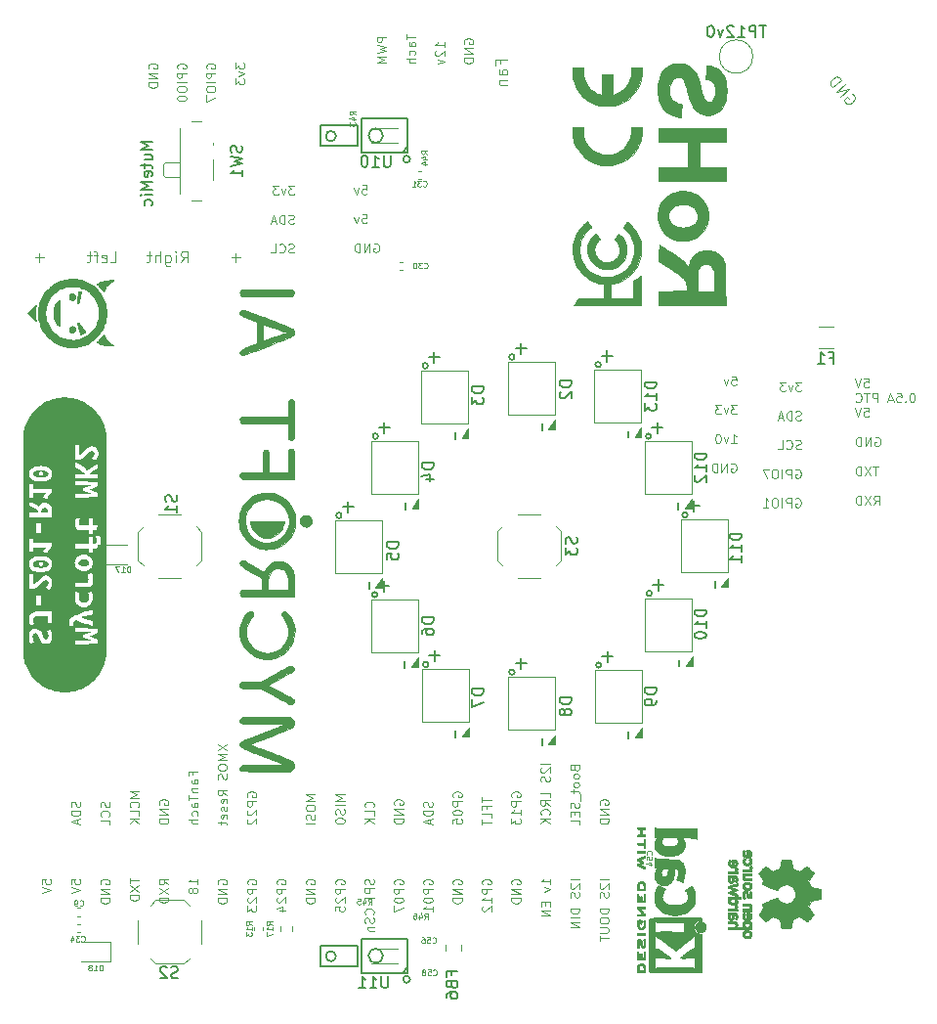
<source format=gbr>
G04 #@! TF.GenerationSoftware,KiCad,Pcbnew,(6.0.7)*
G04 #@! TF.CreationDate,2022-07-29T08:46:11-07:00*
G04 #@! TF.ProjectId,SJ-201-R10,534a2d32-3031-42d5-9231-302e6b696361,rev?*
G04 #@! TF.SameCoordinates,Original*
G04 #@! TF.FileFunction,Legend,Bot*
G04 #@! TF.FilePolarity,Positive*
%FSLAX46Y46*%
G04 Gerber Fmt 4.6, Leading zero omitted, Abs format (unit mm)*
G04 Created by KiCad (PCBNEW (6.0.7)) date 2022-07-29 08:46:11*
%MOMM*%
%LPD*%
G01*
G04 APERTURE LIST*
%ADD10C,0.100000*%
%ADD11C,0.150000*%
%ADD12C,0.050000*%
%ADD13C,0.076200*%
%ADD14C,0.010000*%
%ADD15C,0.120000*%
G04 APERTURE END LIST*
D10*
X73059565Y-6409059D02*
X73157261Y-6451406D01*
X73249088Y-6560841D01*
X73304436Y-6700885D01*
X73292697Y-6835060D01*
X73250350Y-6932756D01*
X73135045Y-7091670D01*
X73025610Y-7183497D01*
X72849088Y-7269454D01*
X72745523Y-7294194D01*
X72611348Y-7282455D01*
X72483043Y-7203629D01*
X72421825Y-7130672D01*
X72366477Y-6990628D01*
X72372346Y-6923541D01*
X72627694Y-6709279D01*
X72750130Y-6855192D01*
X72023909Y-6656454D02*
X72789954Y-6013667D01*
X71656602Y-6218715D01*
X72422646Y-5575927D01*
X71350513Y-5853931D02*
X72116557Y-5211144D01*
X71963512Y-5028752D01*
X71835207Y-4949926D01*
X71701033Y-4938188D01*
X71597467Y-4962927D01*
X71420945Y-5048885D01*
X71311510Y-5140711D01*
X71196206Y-5299625D01*
X71153858Y-5397322D01*
X71142119Y-5531496D01*
X71197468Y-5671540D01*
X71350513Y-5853931D01*
X2833280Y-74804428D02*
X2833280Y-74423476D01*
X3209471Y-74385380D01*
X3171852Y-74423476D01*
X3134233Y-74499666D01*
X3134233Y-74690142D01*
X3171852Y-74766333D01*
X3209471Y-74804428D01*
X3284709Y-74842523D01*
X3472804Y-74842523D01*
X3548042Y-74804428D01*
X3585661Y-74766333D01*
X3623280Y-74690142D01*
X3623280Y-74499666D01*
X3585661Y-74423476D01*
X3548042Y-74385380D01*
X2833280Y-75071095D02*
X3623280Y-75337761D01*
X2833280Y-75604428D01*
X5377080Y-74804428D02*
X5377080Y-74423476D01*
X5753271Y-74385380D01*
X5715652Y-74423476D01*
X5678033Y-74499666D01*
X5678033Y-74690142D01*
X5715652Y-74766333D01*
X5753271Y-74804428D01*
X5828509Y-74842523D01*
X6016604Y-74842523D01*
X6091842Y-74804428D01*
X6129461Y-74766333D01*
X6167080Y-74690142D01*
X6167080Y-74499666D01*
X6129461Y-74423476D01*
X6091842Y-74385380D01*
X5377080Y-75071095D02*
X6167080Y-75337761D01*
X5377080Y-75604428D01*
X7958500Y-74842523D02*
X7920880Y-74766333D01*
X7920880Y-74652047D01*
X7958500Y-74537761D01*
X8033738Y-74461571D01*
X8108976Y-74423476D01*
X8259452Y-74385380D01*
X8372309Y-74385380D01*
X8522785Y-74423476D01*
X8598023Y-74461571D01*
X8673261Y-74537761D01*
X8710880Y-74652047D01*
X8710880Y-74728238D01*
X8673261Y-74842523D01*
X8635642Y-74880619D01*
X8372309Y-74880619D01*
X8372309Y-74728238D01*
X8710880Y-75223476D02*
X7920880Y-75223476D01*
X8710880Y-75680619D01*
X7920880Y-75680619D01*
X8710880Y-76061571D02*
X7920880Y-76061571D01*
X7920880Y-76252047D01*
X7958500Y-76366333D01*
X8033738Y-76442523D01*
X8108976Y-76480619D01*
X8259452Y-76518714D01*
X8372309Y-76518714D01*
X8522785Y-76480619D01*
X8598023Y-76442523D01*
X8673261Y-76366333D01*
X8710880Y-76252047D01*
X8710880Y-76061571D01*
X10464680Y-74309190D02*
X10464680Y-74766333D01*
X11254680Y-74537761D02*
X10464680Y-74537761D01*
X10464680Y-74956809D02*
X11254680Y-75490142D01*
X10464680Y-75490142D02*
X11254680Y-74956809D01*
X11254680Y-75794904D02*
X10464680Y-75794904D01*
X10464680Y-75985380D01*
X10502300Y-76099666D01*
X10577538Y-76175857D01*
X10652776Y-76213952D01*
X10803252Y-76252047D01*
X10916109Y-76252047D01*
X11066585Y-76213952D01*
X11141823Y-76175857D01*
X11217061Y-76099666D01*
X11254680Y-75985380D01*
X11254680Y-75794904D01*
X13798480Y-74880619D02*
X13422290Y-74613952D01*
X13798480Y-74423476D02*
X13008480Y-74423476D01*
X13008480Y-74728238D01*
X13046100Y-74804428D01*
X13083719Y-74842523D01*
X13158957Y-74880619D01*
X13271814Y-74880619D01*
X13347052Y-74842523D01*
X13384671Y-74804428D01*
X13422290Y-74728238D01*
X13422290Y-74423476D01*
X13008480Y-75147285D02*
X13798480Y-75680619D01*
X13008480Y-75680619D02*
X13798480Y-75147285D01*
X13798480Y-75985380D02*
X13008480Y-75985380D01*
X13008480Y-76175857D01*
X13046100Y-76290142D01*
X13121338Y-76366333D01*
X13196576Y-76404428D01*
X13347052Y-76442523D01*
X13459909Y-76442523D01*
X13610385Y-76404428D01*
X13685623Y-76366333D01*
X13760861Y-76290142D01*
X13798480Y-76175857D01*
X13798480Y-75985380D01*
X16342280Y-74842523D02*
X16342280Y-74385380D01*
X16342280Y-74613952D02*
X15552280Y-74613952D01*
X15665138Y-74537761D01*
X15740376Y-74461571D01*
X15777995Y-74385380D01*
X15890852Y-75299666D02*
X15853233Y-75223476D01*
X15815614Y-75185380D01*
X15740376Y-75147285D01*
X15702757Y-75147285D01*
X15627519Y-75185380D01*
X15589900Y-75223476D01*
X15552280Y-75299666D01*
X15552280Y-75452047D01*
X15589900Y-75528238D01*
X15627519Y-75566333D01*
X15702757Y-75604428D01*
X15740376Y-75604428D01*
X15815614Y-75566333D01*
X15853233Y-75528238D01*
X15890852Y-75452047D01*
X15890852Y-75299666D01*
X15928471Y-75223476D01*
X15966090Y-75185380D01*
X16041328Y-75147285D01*
X16191804Y-75147285D01*
X16267042Y-75185380D01*
X16304661Y-75223476D01*
X16342280Y-75299666D01*
X16342280Y-75452047D01*
X16304661Y-75528238D01*
X16267042Y-75566333D01*
X16191804Y-75604428D01*
X16041328Y-75604428D01*
X15966090Y-75566333D01*
X15928471Y-75528238D01*
X15890852Y-75452047D01*
X18133700Y-74842523D02*
X18096080Y-74766333D01*
X18096080Y-74652047D01*
X18133700Y-74537761D01*
X18208938Y-74461571D01*
X18284176Y-74423476D01*
X18434652Y-74385380D01*
X18547509Y-74385380D01*
X18697985Y-74423476D01*
X18773223Y-74461571D01*
X18848461Y-74537761D01*
X18886080Y-74652047D01*
X18886080Y-74728238D01*
X18848461Y-74842523D01*
X18810842Y-74880619D01*
X18547509Y-74880619D01*
X18547509Y-74728238D01*
X18886080Y-75223476D02*
X18096080Y-75223476D01*
X18886080Y-75680619D01*
X18096080Y-75680619D01*
X18886080Y-76061571D02*
X18096080Y-76061571D01*
X18096080Y-76252047D01*
X18133700Y-76366333D01*
X18208938Y-76442523D01*
X18284176Y-76480619D01*
X18434652Y-76518714D01*
X18547509Y-76518714D01*
X18697985Y-76480619D01*
X18773223Y-76442523D01*
X18848461Y-76366333D01*
X18886080Y-76252047D01*
X18886080Y-76061571D01*
X20677500Y-74842523D02*
X20639880Y-74766333D01*
X20639880Y-74652047D01*
X20677500Y-74537761D01*
X20752738Y-74461571D01*
X20827976Y-74423476D01*
X20978452Y-74385380D01*
X21091309Y-74385380D01*
X21241785Y-74423476D01*
X21317023Y-74461571D01*
X21392261Y-74537761D01*
X21429880Y-74652047D01*
X21429880Y-74728238D01*
X21392261Y-74842523D01*
X21354642Y-74880619D01*
X21091309Y-74880619D01*
X21091309Y-74728238D01*
X21429880Y-75223476D02*
X20639880Y-75223476D01*
X20639880Y-75528238D01*
X20677500Y-75604428D01*
X20715119Y-75642523D01*
X20790357Y-75680619D01*
X20903214Y-75680619D01*
X20978452Y-75642523D01*
X21016071Y-75604428D01*
X21053690Y-75528238D01*
X21053690Y-75223476D01*
X20715119Y-75985380D02*
X20677500Y-76023476D01*
X20639880Y-76099666D01*
X20639880Y-76290142D01*
X20677500Y-76366333D01*
X20715119Y-76404428D01*
X20790357Y-76442523D01*
X20865595Y-76442523D01*
X20978452Y-76404428D01*
X21429880Y-75947285D01*
X21429880Y-76442523D01*
X20639880Y-76709190D02*
X20639880Y-77204428D01*
X20940833Y-76937761D01*
X20940833Y-77052047D01*
X20978452Y-77128238D01*
X21016071Y-77166333D01*
X21091309Y-77204428D01*
X21279404Y-77204428D01*
X21354642Y-77166333D01*
X21392261Y-77128238D01*
X21429880Y-77052047D01*
X21429880Y-76823476D01*
X21392261Y-76747285D01*
X21354642Y-76709190D01*
X23221300Y-74842523D02*
X23183680Y-74766333D01*
X23183680Y-74652047D01*
X23221300Y-74537761D01*
X23296538Y-74461571D01*
X23371776Y-74423476D01*
X23522252Y-74385380D01*
X23635109Y-74385380D01*
X23785585Y-74423476D01*
X23860823Y-74461571D01*
X23936061Y-74537761D01*
X23973680Y-74652047D01*
X23973680Y-74728238D01*
X23936061Y-74842523D01*
X23898442Y-74880619D01*
X23635109Y-74880619D01*
X23635109Y-74728238D01*
X23973680Y-75223476D02*
X23183680Y-75223476D01*
X23183680Y-75528238D01*
X23221300Y-75604428D01*
X23258919Y-75642523D01*
X23334157Y-75680619D01*
X23447014Y-75680619D01*
X23522252Y-75642523D01*
X23559871Y-75604428D01*
X23597490Y-75528238D01*
X23597490Y-75223476D01*
X23258919Y-75985380D02*
X23221300Y-76023476D01*
X23183680Y-76099666D01*
X23183680Y-76290142D01*
X23221300Y-76366333D01*
X23258919Y-76404428D01*
X23334157Y-76442523D01*
X23409395Y-76442523D01*
X23522252Y-76404428D01*
X23973680Y-75947285D01*
X23973680Y-76442523D01*
X23447014Y-77128238D02*
X23973680Y-77128238D01*
X23146061Y-76937761D02*
X23710347Y-76747285D01*
X23710347Y-77242523D01*
X25765100Y-74842523D02*
X25727480Y-74766333D01*
X25727480Y-74652047D01*
X25765100Y-74537761D01*
X25840338Y-74461571D01*
X25915576Y-74423476D01*
X26066052Y-74385380D01*
X26178909Y-74385380D01*
X26329385Y-74423476D01*
X26404623Y-74461571D01*
X26479861Y-74537761D01*
X26517480Y-74652047D01*
X26517480Y-74728238D01*
X26479861Y-74842523D01*
X26442242Y-74880619D01*
X26178909Y-74880619D01*
X26178909Y-74728238D01*
X26517480Y-75223476D02*
X25727480Y-75223476D01*
X26517480Y-75680619D01*
X25727480Y-75680619D01*
X26517480Y-76061571D02*
X25727480Y-76061571D01*
X25727480Y-76252047D01*
X25765100Y-76366333D01*
X25840338Y-76442523D01*
X25915576Y-76480619D01*
X26066052Y-76518714D01*
X26178909Y-76518714D01*
X26329385Y-76480619D01*
X26404623Y-76442523D01*
X26479861Y-76366333D01*
X26517480Y-76252047D01*
X26517480Y-76061571D01*
X28308900Y-74842523D02*
X28271280Y-74766333D01*
X28271280Y-74652047D01*
X28308900Y-74537761D01*
X28384138Y-74461571D01*
X28459376Y-74423476D01*
X28609852Y-74385380D01*
X28722709Y-74385380D01*
X28873185Y-74423476D01*
X28948423Y-74461571D01*
X29023661Y-74537761D01*
X29061280Y-74652047D01*
X29061280Y-74728238D01*
X29023661Y-74842523D01*
X28986042Y-74880619D01*
X28722709Y-74880619D01*
X28722709Y-74728238D01*
X29061280Y-75223476D02*
X28271280Y-75223476D01*
X28271280Y-75528238D01*
X28308900Y-75604428D01*
X28346519Y-75642523D01*
X28421757Y-75680619D01*
X28534614Y-75680619D01*
X28609852Y-75642523D01*
X28647471Y-75604428D01*
X28685090Y-75528238D01*
X28685090Y-75223476D01*
X28346519Y-75985380D02*
X28308900Y-76023476D01*
X28271280Y-76099666D01*
X28271280Y-76290142D01*
X28308900Y-76366333D01*
X28346519Y-76404428D01*
X28421757Y-76442523D01*
X28496995Y-76442523D01*
X28609852Y-76404428D01*
X29061280Y-75947285D01*
X29061280Y-76442523D01*
X28271280Y-77166333D02*
X28271280Y-76785380D01*
X28647471Y-76747285D01*
X28609852Y-76785380D01*
X28572233Y-76861571D01*
X28572233Y-77052047D01*
X28609852Y-77128238D01*
X28647471Y-77166333D01*
X28722709Y-77204428D01*
X28910804Y-77204428D01*
X28986042Y-77166333D01*
X29023661Y-77128238D01*
X29061280Y-77052047D01*
X29061280Y-76861571D01*
X29023661Y-76785380D01*
X28986042Y-76747285D01*
X31567461Y-74385380D02*
X31605080Y-74499666D01*
X31605080Y-74690142D01*
X31567461Y-74766333D01*
X31529842Y-74804428D01*
X31454604Y-74842523D01*
X31379366Y-74842523D01*
X31304128Y-74804428D01*
X31266509Y-74766333D01*
X31228890Y-74690142D01*
X31191271Y-74537761D01*
X31153652Y-74461571D01*
X31116033Y-74423476D01*
X31040795Y-74385380D01*
X30965557Y-74385380D01*
X30890319Y-74423476D01*
X30852700Y-74461571D01*
X30815080Y-74537761D01*
X30815080Y-74728238D01*
X30852700Y-74842523D01*
X31605080Y-75185380D02*
X30815080Y-75185380D01*
X30815080Y-75490142D01*
X30852700Y-75566333D01*
X30890319Y-75604428D01*
X30965557Y-75642523D01*
X31078414Y-75642523D01*
X31153652Y-75604428D01*
X31191271Y-75566333D01*
X31228890Y-75490142D01*
X31228890Y-75185380D01*
X31605080Y-75985380D02*
X30815080Y-75985380D01*
X31529842Y-77433000D02*
X31567461Y-77394904D01*
X31605080Y-77280619D01*
X31605080Y-77204428D01*
X31567461Y-77090142D01*
X31492223Y-77013952D01*
X31416985Y-76975857D01*
X31266509Y-76937761D01*
X31153652Y-76937761D01*
X31003176Y-76975857D01*
X30927938Y-77013952D01*
X30852700Y-77090142D01*
X30815080Y-77204428D01*
X30815080Y-77280619D01*
X30852700Y-77394904D01*
X30890319Y-77433000D01*
X31567461Y-77737761D02*
X31605080Y-77852047D01*
X31605080Y-78042523D01*
X31567461Y-78118714D01*
X31529842Y-78156809D01*
X31454604Y-78194904D01*
X31379366Y-78194904D01*
X31304128Y-78156809D01*
X31266509Y-78118714D01*
X31228890Y-78042523D01*
X31191271Y-77890142D01*
X31153652Y-77813952D01*
X31116033Y-77775857D01*
X31040795Y-77737761D01*
X30965557Y-77737761D01*
X30890319Y-77775857D01*
X30852700Y-77813952D01*
X30815080Y-77890142D01*
X30815080Y-78080619D01*
X30852700Y-78194904D01*
X31078414Y-78537761D02*
X31605080Y-78537761D01*
X31153652Y-78537761D02*
X31116033Y-78575857D01*
X31078414Y-78652047D01*
X31078414Y-78766333D01*
X31116033Y-78842523D01*
X31191271Y-78880619D01*
X31605080Y-78880619D01*
X33396500Y-74842523D02*
X33358880Y-74766333D01*
X33358880Y-74652047D01*
X33396500Y-74537761D01*
X33471738Y-74461571D01*
X33546976Y-74423476D01*
X33697452Y-74385380D01*
X33810309Y-74385380D01*
X33960785Y-74423476D01*
X34036023Y-74461571D01*
X34111261Y-74537761D01*
X34148880Y-74652047D01*
X34148880Y-74728238D01*
X34111261Y-74842523D01*
X34073642Y-74880619D01*
X33810309Y-74880619D01*
X33810309Y-74728238D01*
X34148880Y-75223476D02*
X33358880Y-75223476D01*
X33358880Y-75528238D01*
X33396500Y-75604428D01*
X33434119Y-75642523D01*
X33509357Y-75680619D01*
X33622214Y-75680619D01*
X33697452Y-75642523D01*
X33735071Y-75604428D01*
X33772690Y-75528238D01*
X33772690Y-75223476D01*
X33358880Y-76175857D02*
X33358880Y-76252047D01*
X33396500Y-76328238D01*
X33434119Y-76366333D01*
X33509357Y-76404428D01*
X33659833Y-76442523D01*
X33847928Y-76442523D01*
X33998404Y-76404428D01*
X34073642Y-76366333D01*
X34111261Y-76328238D01*
X34148880Y-76252047D01*
X34148880Y-76175857D01*
X34111261Y-76099666D01*
X34073642Y-76061571D01*
X33998404Y-76023476D01*
X33847928Y-75985380D01*
X33659833Y-75985380D01*
X33509357Y-76023476D01*
X33434119Y-76061571D01*
X33396500Y-76099666D01*
X33358880Y-76175857D01*
X33358880Y-76709190D02*
X33358880Y-77242523D01*
X34148880Y-76899666D01*
X35940300Y-74842523D02*
X35902680Y-74766333D01*
X35902680Y-74652047D01*
X35940300Y-74537761D01*
X36015538Y-74461571D01*
X36090776Y-74423476D01*
X36241252Y-74385380D01*
X36354109Y-74385380D01*
X36504585Y-74423476D01*
X36579823Y-74461571D01*
X36655061Y-74537761D01*
X36692680Y-74652047D01*
X36692680Y-74728238D01*
X36655061Y-74842523D01*
X36617442Y-74880619D01*
X36354109Y-74880619D01*
X36354109Y-74728238D01*
X36692680Y-75223476D02*
X35902680Y-75223476D01*
X35902680Y-75528238D01*
X35940300Y-75604428D01*
X35977919Y-75642523D01*
X36053157Y-75680619D01*
X36166014Y-75680619D01*
X36241252Y-75642523D01*
X36278871Y-75604428D01*
X36316490Y-75528238D01*
X36316490Y-75223476D01*
X35902680Y-76175857D02*
X35902680Y-76252047D01*
X35940300Y-76328238D01*
X35977919Y-76366333D01*
X36053157Y-76404428D01*
X36203633Y-76442523D01*
X36391728Y-76442523D01*
X36542204Y-76404428D01*
X36617442Y-76366333D01*
X36655061Y-76328238D01*
X36692680Y-76252047D01*
X36692680Y-76175857D01*
X36655061Y-76099666D01*
X36617442Y-76061571D01*
X36542204Y-76023476D01*
X36391728Y-75985380D01*
X36203633Y-75985380D01*
X36053157Y-76023476D01*
X35977919Y-76061571D01*
X35940300Y-76099666D01*
X35902680Y-76175857D01*
X36692680Y-77204428D02*
X36692680Y-76747285D01*
X36692680Y-76975857D02*
X35902680Y-76975857D01*
X36015538Y-76899666D01*
X36090776Y-76823476D01*
X36128395Y-76747285D01*
X38484100Y-74842523D02*
X38446480Y-74766333D01*
X38446480Y-74652047D01*
X38484100Y-74537761D01*
X38559338Y-74461571D01*
X38634576Y-74423476D01*
X38785052Y-74385380D01*
X38897909Y-74385380D01*
X39048385Y-74423476D01*
X39123623Y-74461571D01*
X39198861Y-74537761D01*
X39236480Y-74652047D01*
X39236480Y-74728238D01*
X39198861Y-74842523D01*
X39161242Y-74880619D01*
X38897909Y-74880619D01*
X38897909Y-74728238D01*
X39236480Y-75223476D02*
X38446480Y-75223476D01*
X39236480Y-75680619D01*
X38446480Y-75680619D01*
X39236480Y-76061571D02*
X38446480Y-76061571D01*
X38446480Y-76252047D01*
X38484100Y-76366333D01*
X38559338Y-76442523D01*
X38634576Y-76480619D01*
X38785052Y-76518714D01*
X38897909Y-76518714D01*
X39048385Y-76480619D01*
X39123623Y-76442523D01*
X39198861Y-76366333D01*
X39236480Y-76252047D01*
X39236480Y-76061571D01*
X41027900Y-74842523D02*
X40990280Y-74766333D01*
X40990280Y-74652047D01*
X41027900Y-74537761D01*
X41103138Y-74461571D01*
X41178376Y-74423476D01*
X41328852Y-74385380D01*
X41441709Y-74385380D01*
X41592185Y-74423476D01*
X41667423Y-74461571D01*
X41742661Y-74537761D01*
X41780280Y-74652047D01*
X41780280Y-74728238D01*
X41742661Y-74842523D01*
X41705042Y-74880619D01*
X41441709Y-74880619D01*
X41441709Y-74728238D01*
X41780280Y-75223476D02*
X40990280Y-75223476D01*
X40990280Y-75528238D01*
X41027900Y-75604428D01*
X41065519Y-75642523D01*
X41140757Y-75680619D01*
X41253614Y-75680619D01*
X41328852Y-75642523D01*
X41366471Y-75604428D01*
X41404090Y-75528238D01*
X41404090Y-75223476D01*
X41780280Y-76442523D02*
X41780280Y-75985380D01*
X41780280Y-76213952D02*
X40990280Y-76213952D01*
X41103138Y-76137761D01*
X41178376Y-76061571D01*
X41215995Y-75985380D01*
X41065519Y-76747285D02*
X41027900Y-76785380D01*
X40990280Y-76861571D01*
X40990280Y-77052047D01*
X41027900Y-77128238D01*
X41065519Y-77166333D01*
X41140757Y-77204428D01*
X41215995Y-77204428D01*
X41328852Y-77166333D01*
X41780280Y-76709190D01*
X41780280Y-77204428D01*
X43571700Y-74842523D02*
X43534080Y-74766333D01*
X43534080Y-74652047D01*
X43571700Y-74537761D01*
X43646938Y-74461571D01*
X43722176Y-74423476D01*
X43872652Y-74385380D01*
X43985509Y-74385380D01*
X44135985Y-74423476D01*
X44211223Y-74461571D01*
X44286461Y-74537761D01*
X44324080Y-74652047D01*
X44324080Y-74728238D01*
X44286461Y-74842523D01*
X44248842Y-74880619D01*
X43985509Y-74880619D01*
X43985509Y-74728238D01*
X44324080Y-75223476D02*
X43534080Y-75223476D01*
X44324080Y-75680619D01*
X43534080Y-75680619D01*
X44324080Y-76061571D02*
X43534080Y-76061571D01*
X43534080Y-76252047D01*
X43571700Y-76366333D01*
X43646938Y-76442523D01*
X43722176Y-76480619D01*
X43872652Y-76518714D01*
X43985509Y-76518714D01*
X44135985Y-76480619D01*
X44211223Y-76442523D01*
X44286461Y-76366333D01*
X44324080Y-76252047D01*
X44324080Y-76061571D01*
X46867880Y-74842523D02*
X46867880Y-74385380D01*
X46867880Y-74613952D02*
X46077880Y-74613952D01*
X46190738Y-74537761D01*
X46265976Y-74461571D01*
X46303595Y-74385380D01*
X46341214Y-75109190D02*
X46867880Y-75299666D01*
X46341214Y-75490142D01*
X46454071Y-76404428D02*
X46454071Y-76671095D01*
X46867880Y-76785380D02*
X46867880Y-76404428D01*
X46077880Y-76404428D01*
X46077880Y-76785380D01*
X46867880Y-77128238D02*
X46077880Y-77128238D01*
X46867880Y-77585380D01*
X46077880Y-77585380D01*
X49411680Y-74423476D02*
X48621680Y-74423476D01*
X48696919Y-74766333D02*
X48659300Y-74804428D01*
X48621680Y-74880619D01*
X48621680Y-75071095D01*
X48659300Y-75147285D01*
X48696919Y-75185380D01*
X48772157Y-75223476D01*
X48847395Y-75223476D01*
X48960252Y-75185380D01*
X49411680Y-74728238D01*
X49411680Y-75223476D01*
X49374061Y-75528238D02*
X49411680Y-75642523D01*
X49411680Y-75833000D01*
X49374061Y-75909190D01*
X49336442Y-75947285D01*
X49261204Y-75985380D01*
X49185966Y-75985380D01*
X49110728Y-75947285D01*
X49073109Y-75909190D01*
X49035490Y-75833000D01*
X48997871Y-75680619D01*
X48960252Y-75604428D01*
X48922633Y-75566333D01*
X48847395Y-75528238D01*
X48772157Y-75528238D01*
X48696919Y-75566333D01*
X48659300Y-75604428D01*
X48621680Y-75680619D01*
X48621680Y-75871095D01*
X48659300Y-75985380D01*
X49411680Y-76937761D02*
X48621680Y-76937761D01*
X48621680Y-77128238D01*
X48659300Y-77242523D01*
X48734538Y-77318714D01*
X48809776Y-77356809D01*
X48960252Y-77394904D01*
X49073109Y-77394904D01*
X49223585Y-77356809D01*
X49298823Y-77318714D01*
X49374061Y-77242523D01*
X49411680Y-77128238D01*
X49411680Y-76937761D01*
X49411680Y-77737761D02*
X48621680Y-77737761D01*
X49411680Y-78118714D02*
X48621680Y-78118714D01*
X49411680Y-78575857D01*
X48621680Y-78575857D01*
X51955480Y-74423476D02*
X51165480Y-74423476D01*
X51240719Y-74766333D02*
X51203100Y-74804428D01*
X51165480Y-74880619D01*
X51165480Y-75071095D01*
X51203100Y-75147285D01*
X51240719Y-75185380D01*
X51315957Y-75223476D01*
X51391195Y-75223476D01*
X51504052Y-75185380D01*
X51955480Y-74728238D01*
X51955480Y-75223476D01*
X51917861Y-75528238D02*
X51955480Y-75642523D01*
X51955480Y-75833000D01*
X51917861Y-75909190D01*
X51880242Y-75947285D01*
X51805004Y-75985380D01*
X51729766Y-75985380D01*
X51654528Y-75947285D01*
X51616909Y-75909190D01*
X51579290Y-75833000D01*
X51541671Y-75680619D01*
X51504052Y-75604428D01*
X51466433Y-75566333D01*
X51391195Y-75528238D01*
X51315957Y-75528238D01*
X51240719Y-75566333D01*
X51203100Y-75604428D01*
X51165480Y-75680619D01*
X51165480Y-75871095D01*
X51203100Y-75985380D01*
X51955480Y-76937761D02*
X51165480Y-76937761D01*
X51165480Y-77128238D01*
X51203100Y-77242523D01*
X51278338Y-77318714D01*
X51353576Y-77356809D01*
X51504052Y-77394904D01*
X51616909Y-77394904D01*
X51767385Y-77356809D01*
X51842623Y-77318714D01*
X51917861Y-77242523D01*
X51955480Y-77128238D01*
X51955480Y-76937761D01*
X51165480Y-77890142D02*
X51165480Y-78042523D01*
X51203100Y-78118714D01*
X51278338Y-78194904D01*
X51428814Y-78233000D01*
X51692147Y-78233000D01*
X51842623Y-78194904D01*
X51917861Y-78118714D01*
X51955480Y-78042523D01*
X51955480Y-77890142D01*
X51917861Y-77813952D01*
X51842623Y-77737761D01*
X51692147Y-77699666D01*
X51428814Y-77699666D01*
X51278338Y-77737761D01*
X51203100Y-77813952D01*
X51165480Y-77890142D01*
X51165480Y-78575857D02*
X51805004Y-78575857D01*
X51880242Y-78613952D01*
X51917861Y-78652047D01*
X51955480Y-78728238D01*
X51955480Y-78880619D01*
X51917861Y-78956809D01*
X51880242Y-78994904D01*
X51805004Y-79033000D01*
X51165480Y-79033000D01*
X51165480Y-79299666D02*
X51165480Y-79756809D01*
X51955480Y-79528238D02*
X51165480Y-79528238D01*
X6127561Y-67689761D02*
X6165180Y-67804047D01*
X6165180Y-67994523D01*
X6127561Y-68070714D01*
X6089942Y-68108809D01*
X6014704Y-68146904D01*
X5939466Y-68146904D01*
X5864228Y-68108809D01*
X5826609Y-68070714D01*
X5788990Y-67994523D01*
X5751371Y-67842142D01*
X5713752Y-67765952D01*
X5676133Y-67727857D01*
X5600895Y-67689761D01*
X5525657Y-67689761D01*
X5450419Y-67727857D01*
X5412800Y-67765952D01*
X5375180Y-67842142D01*
X5375180Y-68032619D01*
X5412800Y-68146904D01*
X6165180Y-68489761D02*
X5375180Y-68489761D01*
X5375180Y-68680238D01*
X5412800Y-68794523D01*
X5488038Y-68870714D01*
X5563276Y-68908809D01*
X5713752Y-68946904D01*
X5826609Y-68946904D01*
X5977085Y-68908809D01*
X6052323Y-68870714D01*
X6127561Y-68794523D01*
X6165180Y-68680238D01*
X6165180Y-68489761D01*
X5939466Y-69251666D02*
X5939466Y-69632619D01*
X6165180Y-69175476D02*
X5375180Y-69442142D01*
X6165180Y-69708809D01*
X8671361Y-67727857D02*
X8708980Y-67842142D01*
X8708980Y-68032619D01*
X8671361Y-68108809D01*
X8633742Y-68146904D01*
X8558504Y-68185000D01*
X8483266Y-68185000D01*
X8408028Y-68146904D01*
X8370409Y-68108809D01*
X8332790Y-68032619D01*
X8295171Y-67880238D01*
X8257552Y-67804047D01*
X8219933Y-67765952D01*
X8144695Y-67727857D01*
X8069457Y-67727857D01*
X7994219Y-67765952D01*
X7956600Y-67804047D01*
X7918980Y-67880238D01*
X7918980Y-68070714D01*
X7956600Y-68185000D01*
X8633742Y-68985000D02*
X8671361Y-68946904D01*
X8708980Y-68832619D01*
X8708980Y-68756428D01*
X8671361Y-68642142D01*
X8596123Y-68565952D01*
X8520885Y-68527857D01*
X8370409Y-68489761D01*
X8257552Y-68489761D01*
X8107076Y-68527857D01*
X8031838Y-68565952D01*
X7956600Y-68642142D01*
X7918980Y-68756428D01*
X7918980Y-68832619D01*
X7956600Y-68946904D01*
X7994219Y-68985000D01*
X8708980Y-69708809D02*
X8708980Y-69327857D01*
X7918980Y-69327857D01*
X11252780Y-66813571D02*
X10462780Y-66813571D01*
X11027066Y-67080238D01*
X10462780Y-67346904D01*
X11252780Y-67346904D01*
X11177542Y-68185000D02*
X11215161Y-68146904D01*
X11252780Y-68032619D01*
X11252780Y-67956428D01*
X11215161Y-67842142D01*
X11139923Y-67765952D01*
X11064685Y-67727857D01*
X10914209Y-67689761D01*
X10801352Y-67689761D01*
X10650876Y-67727857D01*
X10575638Y-67765952D01*
X10500400Y-67842142D01*
X10462780Y-67956428D01*
X10462780Y-68032619D01*
X10500400Y-68146904D01*
X10538019Y-68185000D01*
X11252780Y-68908809D02*
X11252780Y-68527857D01*
X10462780Y-68527857D01*
X11252780Y-69175476D02*
X10462780Y-69175476D01*
X11252780Y-69632619D02*
X10801352Y-69289761D01*
X10462780Y-69632619D02*
X10914209Y-69175476D01*
X13044200Y-67956428D02*
X13006580Y-67880238D01*
X13006580Y-67765952D01*
X13044200Y-67651666D01*
X13119438Y-67575476D01*
X13194676Y-67537380D01*
X13345152Y-67499285D01*
X13458009Y-67499285D01*
X13608485Y-67537380D01*
X13683723Y-67575476D01*
X13758961Y-67651666D01*
X13796580Y-67765952D01*
X13796580Y-67842142D01*
X13758961Y-67956428D01*
X13721342Y-67994523D01*
X13458009Y-67994523D01*
X13458009Y-67842142D01*
X13796580Y-68337380D02*
X13006580Y-68337380D01*
X13796580Y-68794523D01*
X13006580Y-68794523D01*
X13796580Y-69175476D02*
X13006580Y-69175476D01*
X13006580Y-69365952D01*
X13044200Y-69480238D01*
X13119438Y-69556428D01*
X13194676Y-69594523D01*
X13345152Y-69632619D01*
X13458009Y-69632619D01*
X13608485Y-69594523D01*
X13683723Y-69556428D01*
X13758961Y-69480238D01*
X13796580Y-69365952D01*
X13796580Y-69175476D01*
X15926571Y-65365952D02*
X15926571Y-65099285D01*
X16340380Y-65099285D02*
X15550380Y-65099285D01*
X15550380Y-65480238D01*
X16340380Y-66127857D02*
X15926571Y-66127857D01*
X15851333Y-66089761D01*
X15813714Y-66013571D01*
X15813714Y-65861190D01*
X15851333Y-65785000D01*
X16302761Y-66127857D02*
X16340380Y-66051666D01*
X16340380Y-65861190D01*
X16302761Y-65785000D01*
X16227523Y-65746904D01*
X16152285Y-65746904D01*
X16077047Y-65785000D01*
X16039428Y-65861190D01*
X16039428Y-66051666D01*
X16001809Y-66127857D01*
X15813714Y-66508809D02*
X16340380Y-66508809D01*
X15888952Y-66508809D02*
X15851333Y-66546904D01*
X15813714Y-66623095D01*
X15813714Y-66737380D01*
X15851333Y-66813571D01*
X15926571Y-66851666D01*
X16340380Y-66851666D01*
X15550380Y-67118333D02*
X15550380Y-67575476D01*
X16340380Y-67346904D02*
X15550380Y-67346904D01*
X16340380Y-68185000D02*
X15926571Y-68185000D01*
X15851333Y-68146904D01*
X15813714Y-68070714D01*
X15813714Y-67918333D01*
X15851333Y-67842142D01*
X16302761Y-68185000D02*
X16340380Y-68108809D01*
X16340380Y-67918333D01*
X16302761Y-67842142D01*
X16227523Y-67804047D01*
X16152285Y-67804047D01*
X16077047Y-67842142D01*
X16039428Y-67918333D01*
X16039428Y-68108809D01*
X16001809Y-68185000D01*
X16302761Y-68908809D02*
X16340380Y-68832619D01*
X16340380Y-68680238D01*
X16302761Y-68604047D01*
X16265142Y-68565952D01*
X16189904Y-68527857D01*
X15964190Y-68527857D01*
X15888952Y-68565952D01*
X15851333Y-68604047D01*
X15813714Y-68680238D01*
X15813714Y-68832619D01*
X15851333Y-68908809D01*
X16340380Y-69251666D02*
X15550380Y-69251666D01*
X16340380Y-69594523D02*
X15926571Y-69594523D01*
X15851333Y-69556428D01*
X15813714Y-69480238D01*
X15813714Y-69365952D01*
X15851333Y-69289761D01*
X15888952Y-69251666D01*
X18094180Y-62737380D02*
X18884180Y-63270714D01*
X18094180Y-63270714D02*
X18884180Y-62737380D01*
X18884180Y-63575476D02*
X18094180Y-63575476D01*
X18658466Y-63842142D01*
X18094180Y-64108809D01*
X18884180Y-64108809D01*
X18094180Y-64642142D02*
X18094180Y-64794523D01*
X18131800Y-64870714D01*
X18207038Y-64946904D01*
X18357514Y-64985000D01*
X18620847Y-64985000D01*
X18771323Y-64946904D01*
X18846561Y-64870714D01*
X18884180Y-64794523D01*
X18884180Y-64642142D01*
X18846561Y-64565952D01*
X18771323Y-64489761D01*
X18620847Y-64451666D01*
X18357514Y-64451666D01*
X18207038Y-64489761D01*
X18131800Y-64565952D01*
X18094180Y-64642142D01*
X18846561Y-65289761D02*
X18884180Y-65404047D01*
X18884180Y-65594523D01*
X18846561Y-65670714D01*
X18808942Y-65708809D01*
X18733704Y-65746904D01*
X18658466Y-65746904D01*
X18583228Y-65708809D01*
X18545609Y-65670714D01*
X18507990Y-65594523D01*
X18470371Y-65442142D01*
X18432752Y-65365952D01*
X18395133Y-65327857D01*
X18319895Y-65289761D01*
X18244657Y-65289761D01*
X18169419Y-65327857D01*
X18131800Y-65365952D01*
X18094180Y-65442142D01*
X18094180Y-65632619D01*
X18131800Y-65746904D01*
X18884180Y-67156428D02*
X18507990Y-66889761D01*
X18884180Y-66699285D02*
X18094180Y-66699285D01*
X18094180Y-67004047D01*
X18131800Y-67080238D01*
X18169419Y-67118333D01*
X18244657Y-67156428D01*
X18357514Y-67156428D01*
X18432752Y-67118333D01*
X18470371Y-67080238D01*
X18507990Y-67004047D01*
X18507990Y-66699285D01*
X18846561Y-67804047D02*
X18884180Y-67727857D01*
X18884180Y-67575476D01*
X18846561Y-67499285D01*
X18771323Y-67461190D01*
X18470371Y-67461190D01*
X18395133Y-67499285D01*
X18357514Y-67575476D01*
X18357514Y-67727857D01*
X18395133Y-67804047D01*
X18470371Y-67842142D01*
X18545609Y-67842142D01*
X18620847Y-67461190D01*
X18846561Y-68146904D02*
X18884180Y-68223095D01*
X18884180Y-68375476D01*
X18846561Y-68451666D01*
X18771323Y-68489761D01*
X18733704Y-68489761D01*
X18658466Y-68451666D01*
X18620847Y-68375476D01*
X18620847Y-68261190D01*
X18583228Y-68185000D01*
X18507990Y-68146904D01*
X18470371Y-68146904D01*
X18395133Y-68185000D01*
X18357514Y-68261190D01*
X18357514Y-68375476D01*
X18395133Y-68451666D01*
X18846561Y-69137380D02*
X18884180Y-69061190D01*
X18884180Y-68908809D01*
X18846561Y-68832619D01*
X18771323Y-68794523D01*
X18470371Y-68794523D01*
X18395133Y-68832619D01*
X18357514Y-68908809D01*
X18357514Y-69061190D01*
X18395133Y-69137380D01*
X18470371Y-69175476D01*
X18545609Y-69175476D01*
X18620847Y-68794523D01*
X18357514Y-69404047D02*
X18357514Y-69708809D01*
X18094180Y-69518333D02*
X18771323Y-69518333D01*
X18846561Y-69556428D01*
X18884180Y-69632619D01*
X18884180Y-69708809D01*
X20675600Y-67270714D02*
X20637980Y-67194523D01*
X20637980Y-67080238D01*
X20675600Y-66965952D01*
X20750838Y-66889761D01*
X20826076Y-66851666D01*
X20976552Y-66813571D01*
X21089409Y-66813571D01*
X21239885Y-66851666D01*
X21315123Y-66889761D01*
X21390361Y-66965952D01*
X21427980Y-67080238D01*
X21427980Y-67156428D01*
X21390361Y-67270714D01*
X21352742Y-67308809D01*
X21089409Y-67308809D01*
X21089409Y-67156428D01*
X21427980Y-67651666D02*
X20637980Y-67651666D01*
X20637980Y-67956428D01*
X20675600Y-68032619D01*
X20713219Y-68070714D01*
X20788457Y-68108809D01*
X20901314Y-68108809D01*
X20976552Y-68070714D01*
X21014171Y-68032619D01*
X21051790Y-67956428D01*
X21051790Y-67651666D01*
X20713219Y-68413571D02*
X20675600Y-68451666D01*
X20637980Y-68527857D01*
X20637980Y-68718333D01*
X20675600Y-68794523D01*
X20713219Y-68832619D01*
X20788457Y-68870714D01*
X20863695Y-68870714D01*
X20976552Y-68832619D01*
X21427980Y-68375476D01*
X21427980Y-68870714D01*
X20713219Y-69175476D02*
X20675600Y-69213571D01*
X20637980Y-69289761D01*
X20637980Y-69480238D01*
X20675600Y-69556428D01*
X20713219Y-69594523D01*
X20788457Y-69632619D01*
X20863695Y-69632619D01*
X20976552Y-69594523D01*
X21427980Y-69137380D01*
X21427980Y-69632619D01*
X26515580Y-67080238D02*
X25725580Y-67080238D01*
X26289866Y-67346904D01*
X25725580Y-67613571D01*
X26515580Y-67613571D01*
X25725580Y-68146904D02*
X25725580Y-68299285D01*
X25763200Y-68375476D01*
X25838438Y-68451666D01*
X25988914Y-68489761D01*
X26252247Y-68489761D01*
X26402723Y-68451666D01*
X26477961Y-68375476D01*
X26515580Y-68299285D01*
X26515580Y-68146904D01*
X26477961Y-68070714D01*
X26402723Y-67994523D01*
X26252247Y-67956428D01*
X25988914Y-67956428D01*
X25838438Y-67994523D01*
X25763200Y-68070714D01*
X25725580Y-68146904D01*
X26477961Y-68794523D02*
X26515580Y-68908809D01*
X26515580Y-69099285D01*
X26477961Y-69175476D01*
X26440342Y-69213571D01*
X26365104Y-69251666D01*
X26289866Y-69251666D01*
X26214628Y-69213571D01*
X26177009Y-69175476D01*
X26139390Y-69099285D01*
X26101771Y-68946904D01*
X26064152Y-68870714D01*
X26026533Y-68832619D01*
X25951295Y-68794523D01*
X25876057Y-68794523D01*
X25800819Y-68832619D01*
X25763200Y-68870714D01*
X25725580Y-68946904D01*
X25725580Y-69137380D01*
X25763200Y-69251666D01*
X26515580Y-69594523D02*
X25725580Y-69594523D01*
X29059380Y-67080238D02*
X28269380Y-67080238D01*
X28833666Y-67346904D01*
X28269380Y-67613571D01*
X29059380Y-67613571D01*
X29059380Y-67994523D02*
X28269380Y-67994523D01*
X29021761Y-68337380D02*
X29059380Y-68451666D01*
X29059380Y-68642142D01*
X29021761Y-68718333D01*
X28984142Y-68756428D01*
X28908904Y-68794523D01*
X28833666Y-68794523D01*
X28758428Y-68756428D01*
X28720809Y-68718333D01*
X28683190Y-68642142D01*
X28645571Y-68489761D01*
X28607952Y-68413571D01*
X28570333Y-68375476D01*
X28495095Y-68337380D01*
X28419857Y-68337380D01*
X28344619Y-68375476D01*
X28307000Y-68413571D01*
X28269380Y-68489761D01*
X28269380Y-68680238D01*
X28307000Y-68794523D01*
X28269380Y-69289761D02*
X28269380Y-69442142D01*
X28307000Y-69518333D01*
X28382238Y-69594523D01*
X28532714Y-69632619D01*
X28796047Y-69632619D01*
X28946523Y-69594523D01*
X29021761Y-69518333D01*
X29059380Y-69442142D01*
X29059380Y-69289761D01*
X29021761Y-69213571D01*
X28946523Y-69137380D01*
X28796047Y-69099285D01*
X28532714Y-69099285D01*
X28382238Y-69137380D01*
X28307000Y-69213571D01*
X28269380Y-69289761D01*
X31527942Y-68185000D02*
X31565561Y-68146904D01*
X31603180Y-68032619D01*
X31603180Y-67956428D01*
X31565561Y-67842142D01*
X31490323Y-67765952D01*
X31415085Y-67727857D01*
X31264609Y-67689761D01*
X31151752Y-67689761D01*
X31001276Y-67727857D01*
X30926038Y-67765952D01*
X30850800Y-67842142D01*
X30813180Y-67956428D01*
X30813180Y-68032619D01*
X30850800Y-68146904D01*
X30888419Y-68185000D01*
X31603180Y-68908809D02*
X31603180Y-68527857D01*
X30813180Y-68527857D01*
X31603180Y-69175476D02*
X30813180Y-69175476D01*
X31603180Y-69632619D02*
X31151752Y-69289761D01*
X30813180Y-69632619D02*
X31264609Y-69175476D01*
X33394600Y-67956428D02*
X33356980Y-67880238D01*
X33356980Y-67765952D01*
X33394600Y-67651666D01*
X33469838Y-67575476D01*
X33545076Y-67537380D01*
X33695552Y-67499285D01*
X33808409Y-67499285D01*
X33958885Y-67537380D01*
X34034123Y-67575476D01*
X34109361Y-67651666D01*
X34146980Y-67765952D01*
X34146980Y-67842142D01*
X34109361Y-67956428D01*
X34071742Y-67994523D01*
X33808409Y-67994523D01*
X33808409Y-67842142D01*
X34146980Y-68337380D02*
X33356980Y-68337380D01*
X34146980Y-68794523D01*
X33356980Y-68794523D01*
X34146980Y-69175476D02*
X33356980Y-69175476D01*
X33356980Y-69365952D01*
X33394600Y-69480238D01*
X33469838Y-69556428D01*
X33545076Y-69594523D01*
X33695552Y-69632619D01*
X33808409Y-69632619D01*
X33958885Y-69594523D01*
X34034123Y-69556428D01*
X34109361Y-69480238D01*
X34146980Y-69365952D01*
X34146980Y-69175476D01*
X36653161Y-67689761D02*
X36690780Y-67804047D01*
X36690780Y-67994523D01*
X36653161Y-68070714D01*
X36615542Y-68108809D01*
X36540304Y-68146904D01*
X36465066Y-68146904D01*
X36389828Y-68108809D01*
X36352209Y-68070714D01*
X36314590Y-67994523D01*
X36276971Y-67842142D01*
X36239352Y-67765952D01*
X36201733Y-67727857D01*
X36126495Y-67689761D01*
X36051257Y-67689761D01*
X35976019Y-67727857D01*
X35938400Y-67765952D01*
X35900780Y-67842142D01*
X35900780Y-68032619D01*
X35938400Y-68146904D01*
X36690780Y-68489761D02*
X35900780Y-68489761D01*
X35900780Y-68680238D01*
X35938400Y-68794523D01*
X36013638Y-68870714D01*
X36088876Y-68908809D01*
X36239352Y-68946904D01*
X36352209Y-68946904D01*
X36502685Y-68908809D01*
X36577923Y-68870714D01*
X36653161Y-68794523D01*
X36690780Y-68680238D01*
X36690780Y-68489761D01*
X36465066Y-69251666D02*
X36465066Y-69632619D01*
X36690780Y-69175476D02*
X35900780Y-69442142D01*
X36690780Y-69708809D01*
X38482200Y-67270714D02*
X38444580Y-67194523D01*
X38444580Y-67080238D01*
X38482200Y-66965952D01*
X38557438Y-66889761D01*
X38632676Y-66851666D01*
X38783152Y-66813571D01*
X38896009Y-66813571D01*
X39046485Y-66851666D01*
X39121723Y-66889761D01*
X39196961Y-66965952D01*
X39234580Y-67080238D01*
X39234580Y-67156428D01*
X39196961Y-67270714D01*
X39159342Y-67308809D01*
X38896009Y-67308809D01*
X38896009Y-67156428D01*
X39234580Y-67651666D02*
X38444580Y-67651666D01*
X38444580Y-67956428D01*
X38482200Y-68032619D01*
X38519819Y-68070714D01*
X38595057Y-68108809D01*
X38707914Y-68108809D01*
X38783152Y-68070714D01*
X38820771Y-68032619D01*
X38858390Y-67956428D01*
X38858390Y-67651666D01*
X38444580Y-68604047D02*
X38444580Y-68680238D01*
X38482200Y-68756428D01*
X38519819Y-68794523D01*
X38595057Y-68832619D01*
X38745533Y-68870714D01*
X38933628Y-68870714D01*
X39084104Y-68832619D01*
X39159342Y-68794523D01*
X39196961Y-68756428D01*
X39234580Y-68680238D01*
X39234580Y-68604047D01*
X39196961Y-68527857D01*
X39159342Y-68489761D01*
X39084104Y-68451666D01*
X38933628Y-68413571D01*
X38745533Y-68413571D01*
X38595057Y-68451666D01*
X38519819Y-68489761D01*
X38482200Y-68527857D01*
X38444580Y-68604047D01*
X38444580Y-69594523D02*
X38444580Y-69213571D01*
X38820771Y-69175476D01*
X38783152Y-69213571D01*
X38745533Y-69289761D01*
X38745533Y-69480238D01*
X38783152Y-69556428D01*
X38820771Y-69594523D01*
X38896009Y-69632619D01*
X39084104Y-69632619D01*
X39159342Y-69594523D01*
X39196961Y-69556428D01*
X39234580Y-69480238D01*
X39234580Y-69289761D01*
X39196961Y-69213571D01*
X39159342Y-69175476D01*
X40988380Y-67308809D02*
X40988380Y-67765952D01*
X41778380Y-67537380D02*
X40988380Y-67537380D01*
X41364571Y-68299285D02*
X41364571Y-68032619D01*
X41778380Y-68032619D02*
X40988380Y-68032619D01*
X40988380Y-68413571D01*
X41778380Y-69099285D02*
X41778380Y-68718333D01*
X40988380Y-68718333D01*
X40988380Y-69251666D02*
X40988380Y-69708809D01*
X41778380Y-69480238D02*
X40988380Y-69480238D01*
X43569800Y-67270714D02*
X43532180Y-67194523D01*
X43532180Y-67080238D01*
X43569800Y-66965952D01*
X43645038Y-66889761D01*
X43720276Y-66851666D01*
X43870752Y-66813571D01*
X43983609Y-66813571D01*
X44134085Y-66851666D01*
X44209323Y-66889761D01*
X44284561Y-66965952D01*
X44322180Y-67080238D01*
X44322180Y-67156428D01*
X44284561Y-67270714D01*
X44246942Y-67308809D01*
X43983609Y-67308809D01*
X43983609Y-67156428D01*
X44322180Y-67651666D02*
X43532180Y-67651666D01*
X43532180Y-67956428D01*
X43569800Y-68032619D01*
X43607419Y-68070714D01*
X43682657Y-68108809D01*
X43795514Y-68108809D01*
X43870752Y-68070714D01*
X43908371Y-68032619D01*
X43945990Y-67956428D01*
X43945990Y-67651666D01*
X44322180Y-68870714D02*
X44322180Y-68413571D01*
X44322180Y-68642142D02*
X43532180Y-68642142D01*
X43645038Y-68565952D01*
X43720276Y-68489761D01*
X43757895Y-68413571D01*
X43532180Y-69137380D02*
X43532180Y-69632619D01*
X43833133Y-69365952D01*
X43833133Y-69480238D01*
X43870752Y-69556428D01*
X43908371Y-69594523D01*
X43983609Y-69632619D01*
X44171704Y-69632619D01*
X44246942Y-69594523D01*
X44284561Y-69556428D01*
X44322180Y-69480238D01*
X44322180Y-69251666D01*
X44284561Y-69175476D01*
X44246942Y-69137380D01*
X46865980Y-64413571D02*
X46075980Y-64413571D01*
X46151219Y-64756428D02*
X46113600Y-64794523D01*
X46075980Y-64870714D01*
X46075980Y-65061190D01*
X46113600Y-65137380D01*
X46151219Y-65175476D01*
X46226457Y-65213571D01*
X46301695Y-65213571D01*
X46414552Y-65175476D01*
X46865980Y-64718333D01*
X46865980Y-65213571D01*
X46828361Y-65518333D02*
X46865980Y-65632619D01*
X46865980Y-65823095D01*
X46828361Y-65899285D01*
X46790742Y-65937380D01*
X46715504Y-65975476D01*
X46640266Y-65975476D01*
X46565028Y-65937380D01*
X46527409Y-65899285D01*
X46489790Y-65823095D01*
X46452171Y-65670714D01*
X46414552Y-65594523D01*
X46376933Y-65556428D01*
X46301695Y-65518333D01*
X46226457Y-65518333D01*
X46151219Y-65556428D01*
X46113600Y-65594523D01*
X46075980Y-65670714D01*
X46075980Y-65861190D01*
X46113600Y-65975476D01*
X46865980Y-67308809D02*
X46865980Y-66927857D01*
X46075980Y-66927857D01*
X46865980Y-68032619D02*
X46489790Y-67765952D01*
X46865980Y-67575476D02*
X46075980Y-67575476D01*
X46075980Y-67880238D01*
X46113600Y-67956428D01*
X46151219Y-67994523D01*
X46226457Y-68032619D01*
X46339314Y-68032619D01*
X46414552Y-67994523D01*
X46452171Y-67956428D01*
X46489790Y-67880238D01*
X46489790Y-67575476D01*
X46790742Y-68832619D02*
X46828361Y-68794523D01*
X46865980Y-68680238D01*
X46865980Y-68604047D01*
X46828361Y-68489761D01*
X46753123Y-68413571D01*
X46677885Y-68375476D01*
X46527409Y-68337380D01*
X46414552Y-68337380D01*
X46264076Y-68375476D01*
X46188838Y-68413571D01*
X46113600Y-68489761D01*
X46075980Y-68604047D01*
X46075980Y-68680238D01*
X46113600Y-68794523D01*
X46151219Y-68832619D01*
X46865980Y-69175476D02*
X46075980Y-69175476D01*
X46865980Y-69632619D02*
X46414552Y-69289761D01*
X46075980Y-69632619D02*
X46527409Y-69175476D01*
X48995971Y-64794523D02*
X49033590Y-64908809D01*
X49071209Y-64946904D01*
X49146447Y-64985000D01*
X49259304Y-64985000D01*
X49334542Y-64946904D01*
X49372161Y-64908809D01*
X49409780Y-64832619D01*
X49409780Y-64527857D01*
X48619780Y-64527857D01*
X48619780Y-64794523D01*
X48657400Y-64870714D01*
X48695019Y-64908809D01*
X48770257Y-64946904D01*
X48845495Y-64946904D01*
X48920733Y-64908809D01*
X48958352Y-64870714D01*
X48995971Y-64794523D01*
X48995971Y-64527857D01*
X49409780Y-65442142D02*
X49372161Y-65365952D01*
X49334542Y-65327857D01*
X49259304Y-65289761D01*
X49033590Y-65289761D01*
X48958352Y-65327857D01*
X48920733Y-65365952D01*
X48883114Y-65442142D01*
X48883114Y-65556428D01*
X48920733Y-65632619D01*
X48958352Y-65670714D01*
X49033590Y-65708809D01*
X49259304Y-65708809D01*
X49334542Y-65670714D01*
X49372161Y-65632619D01*
X49409780Y-65556428D01*
X49409780Y-65442142D01*
X49409780Y-66165952D02*
X49372161Y-66089761D01*
X49334542Y-66051666D01*
X49259304Y-66013571D01*
X49033590Y-66013571D01*
X48958352Y-66051666D01*
X48920733Y-66089761D01*
X48883114Y-66165952D01*
X48883114Y-66280238D01*
X48920733Y-66356428D01*
X48958352Y-66394523D01*
X49033590Y-66432619D01*
X49259304Y-66432619D01*
X49334542Y-66394523D01*
X49372161Y-66356428D01*
X49409780Y-66280238D01*
X49409780Y-66165952D01*
X48883114Y-66661190D02*
X48883114Y-66965952D01*
X48619780Y-66775476D02*
X49296923Y-66775476D01*
X49372161Y-66813571D01*
X49409780Y-66889761D01*
X49409780Y-66965952D01*
X49485019Y-67042142D02*
X49485019Y-67651666D01*
X49372161Y-67804047D02*
X49409780Y-67918333D01*
X49409780Y-68108809D01*
X49372161Y-68185000D01*
X49334542Y-68223095D01*
X49259304Y-68261190D01*
X49184066Y-68261190D01*
X49108828Y-68223095D01*
X49071209Y-68185000D01*
X49033590Y-68108809D01*
X48995971Y-67956428D01*
X48958352Y-67880238D01*
X48920733Y-67842142D01*
X48845495Y-67804047D01*
X48770257Y-67804047D01*
X48695019Y-67842142D01*
X48657400Y-67880238D01*
X48619780Y-67956428D01*
X48619780Y-68146904D01*
X48657400Y-68261190D01*
X48995971Y-68604047D02*
X48995971Y-68870714D01*
X49409780Y-68985000D02*
X49409780Y-68604047D01*
X48619780Y-68604047D01*
X48619780Y-68985000D01*
X49409780Y-69708809D02*
X49409780Y-69327857D01*
X48619780Y-69327857D01*
X51201200Y-67956428D02*
X51163580Y-67880238D01*
X51163580Y-67765952D01*
X51201200Y-67651666D01*
X51276438Y-67575476D01*
X51351676Y-67537380D01*
X51502152Y-67499285D01*
X51615009Y-67499285D01*
X51765485Y-67537380D01*
X51840723Y-67575476D01*
X51915961Y-67651666D01*
X51953580Y-67765952D01*
X51953580Y-67842142D01*
X51915961Y-67956428D01*
X51878342Y-67994523D01*
X51615009Y-67994523D01*
X51615009Y-67842142D01*
X51953580Y-68337380D02*
X51163580Y-68337380D01*
X51953580Y-68794523D01*
X51163580Y-68794523D01*
X51953580Y-69175476D02*
X51163580Y-69175476D01*
X51163580Y-69365952D01*
X51201200Y-69480238D01*
X51276438Y-69556428D01*
X51351676Y-69594523D01*
X51502152Y-69632619D01*
X51615009Y-69632619D01*
X51765485Y-69594523D01*
X51840723Y-69556428D01*
X51915961Y-69480238D01*
X51953580Y-69365952D01*
X51953580Y-69175476D01*
X12098600Y-4230523D02*
X12061457Y-4154333D01*
X12061457Y-4040047D01*
X12098600Y-3925761D01*
X12172885Y-3849571D01*
X12247171Y-3811476D01*
X12395742Y-3773380D01*
X12507171Y-3773380D01*
X12655742Y-3811476D01*
X12730028Y-3849571D01*
X12804314Y-3925761D01*
X12841457Y-4040047D01*
X12841457Y-4116238D01*
X12804314Y-4230523D01*
X12767171Y-4268619D01*
X12507171Y-4268619D01*
X12507171Y-4116238D01*
X12841457Y-4611476D02*
X12061457Y-4611476D01*
X12841457Y-5068619D01*
X12061457Y-5068619D01*
X12841457Y-5449571D02*
X12061457Y-5449571D01*
X12061457Y-5640047D01*
X12098600Y-5754333D01*
X12172885Y-5830523D01*
X12247171Y-5868619D01*
X12395742Y-5906714D01*
X12507171Y-5906714D01*
X12655742Y-5868619D01*
X12730028Y-5830523D01*
X12804314Y-5754333D01*
X12841457Y-5640047D01*
X12841457Y-5449571D01*
X14610200Y-4230523D02*
X14573057Y-4154333D01*
X14573057Y-4040047D01*
X14610200Y-3925761D01*
X14684485Y-3849571D01*
X14758771Y-3811476D01*
X14907342Y-3773380D01*
X15018771Y-3773380D01*
X15167342Y-3811476D01*
X15241628Y-3849571D01*
X15315914Y-3925761D01*
X15353057Y-4040047D01*
X15353057Y-4116238D01*
X15315914Y-4230523D01*
X15278771Y-4268619D01*
X15018771Y-4268619D01*
X15018771Y-4116238D01*
X15353057Y-4611476D02*
X14573057Y-4611476D01*
X14573057Y-4916238D01*
X14610200Y-4992428D01*
X14647342Y-5030523D01*
X14721628Y-5068619D01*
X14833057Y-5068619D01*
X14907342Y-5030523D01*
X14944485Y-4992428D01*
X14981628Y-4916238D01*
X14981628Y-4611476D01*
X15353057Y-5411476D02*
X14573057Y-5411476D01*
X14573057Y-5944809D02*
X14573057Y-6097190D01*
X14610200Y-6173380D01*
X14684485Y-6249571D01*
X14833057Y-6287666D01*
X15093057Y-6287666D01*
X15241628Y-6249571D01*
X15315914Y-6173380D01*
X15353057Y-6097190D01*
X15353057Y-5944809D01*
X15315914Y-5868619D01*
X15241628Y-5792428D01*
X15093057Y-5754333D01*
X14833057Y-5754333D01*
X14684485Y-5792428D01*
X14610200Y-5868619D01*
X14573057Y-5944809D01*
X14573057Y-6782904D02*
X14573057Y-6859095D01*
X14610200Y-6935285D01*
X14647342Y-6973380D01*
X14721628Y-7011476D01*
X14870200Y-7049571D01*
X15055914Y-7049571D01*
X15204485Y-7011476D01*
X15278771Y-6973380D01*
X15315914Y-6935285D01*
X15353057Y-6859095D01*
X15353057Y-6782904D01*
X15315914Y-6706714D01*
X15278771Y-6668619D01*
X15204485Y-6630523D01*
X15055914Y-6592428D01*
X14870200Y-6592428D01*
X14721628Y-6630523D01*
X14647342Y-6668619D01*
X14610200Y-6706714D01*
X14573057Y-6782904D01*
X17121800Y-4230523D02*
X17084657Y-4154333D01*
X17084657Y-4040047D01*
X17121800Y-3925761D01*
X17196085Y-3849571D01*
X17270371Y-3811476D01*
X17418942Y-3773380D01*
X17530371Y-3773380D01*
X17678942Y-3811476D01*
X17753228Y-3849571D01*
X17827514Y-3925761D01*
X17864657Y-4040047D01*
X17864657Y-4116238D01*
X17827514Y-4230523D01*
X17790371Y-4268619D01*
X17530371Y-4268619D01*
X17530371Y-4116238D01*
X17864657Y-4611476D02*
X17084657Y-4611476D01*
X17084657Y-4916238D01*
X17121800Y-4992428D01*
X17158942Y-5030523D01*
X17233228Y-5068619D01*
X17344657Y-5068619D01*
X17418942Y-5030523D01*
X17456085Y-4992428D01*
X17493228Y-4916238D01*
X17493228Y-4611476D01*
X17864657Y-5411476D02*
X17084657Y-5411476D01*
X17084657Y-5944809D02*
X17084657Y-6097190D01*
X17121800Y-6173380D01*
X17196085Y-6249571D01*
X17344657Y-6287666D01*
X17604657Y-6287666D01*
X17753228Y-6249571D01*
X17827514Y-6173380D01*
X17864657Y-6097190D01*
X17864657Y-5944809D01*
X17827514Y-5868619D01*
X17753228Y-5792428D01*
X17604657Y-5754333D01*
X17344657Y-5754333D01*
X17196085Y-5792428D01*
X17121800Y-5868619D01*
X17084657Y-5944809D01*
X17084657Y-6554333D02*
X17084657Y-7087666D01*
X17864657Y-6744809D01*
X19596257Y-3735285D02*
X19596257Y-4230523D01*
X19893400Y-3963857D01*
X19893400Y-4078142D01*
X19930542Y-4154333D01*
X19967685Y-4192428D01*
X20041971Y-4230523D01*
X20227685Y-4230523D01*
X20301971Y-4192428D01*
X20339114Y-4154333D01*
X20376257Y-4078142D01*
X20376257Y-3849571D01*
X20339114Y-3773380D01*
X20301971Y-3735285D01*
X19856257Y-4497190D02*
X20376257Y-4687666D01*
X19856257Y-4878142D01*
X19596257Y-5106714D02*
X19596257Y-5601952D01*
X19893400Y-5335285D01*
X19893400Y-5449571D01*
X19930542Y-5525761D01*
X19967685Y-5563857D01*
X20041971Y-5601952D01*
X20227685Y-5601952D01*
X20301971Y-5563857D01*
X20339114Y-5525761D01*
X20376257Y-5449571D01*
X20376257Y-5221000D01*
X20339114Y-5144809D01*
X20301971Y-5106714D01*
X32678857Y-1484704D02*
X31898857Y-1484704D01*
X31898857Y-1789466D01*
X31936000Y-1865657D01*
X31973142Y-1903752D01*
X32047428Y-1941847D01*
X32158857Y-1941847D01*
X32233142Y-1903752D01*
X32270285Y-1865657D01*
X32307428Y-1789466D01*
X32307428Y-1484704D01*
X31898857Y-2208514D02*
X32678857Y-2398990D01*
X32121714Y-2551371D01*
X32678857Y-2703752D01*
X31898857Y-2894228D01*
X32678857Y-3198990D02*
X31898857Y-3198990D01*
X32456000Y-3465657D01*
X31898857Y-3732323D01*
X32678857Y-3732323D01*
X34410457Y-1256133D02*
X34410457Y-1713276D01*
X35190457Y-1484704D02*
X34410457Y-1484704D01*
X35190457Y-2322800D02*
X34781885Y-2322800D01*
X34707600Y-2284704D01*
X34670457Y-2208514D01*
X34670457Y-2056133D01*
X34707600Y-1979942D01*
X35153314Y-2322800D02*
X35190457Y-2246609D01*
X35190457Y-2056133D01*
X35153314Y-1979942D01*
X35079028Y-1941847D01*
X35004742Y-1941847D01*
X34930457Y-1979942D01*
X34893314Y-2056133D01*
X34893314Y-2246609D01*
X34856171Y-2322800D01*
X35153314Y-3046609D02*
X35190457Y-2970419D01*
X35190457Y-2818038D01*
X35153314Y-2741847D01*
X35116171Y-2703752D01*
X35041885Y-2665657D01*
X34819028Y-2665657D01*
X34744742Y-2703752D01*
X34707600Y-2741847D01*
X34670457Y-2818038D01*
X34670457Y-2970419D01*
X34707600Y-3046609D01*
X35190457Y-3389466D02*
X34410457Y-3389466D01*
X35190457Y-3732323D02*
X34781885Y-3732323D01*
X34707600Y-3694228D01*
X34670457Y-3618038D01*
X34670457Y-3503752D01*
X34707600Y-3427561D01*
X34744742Y-3389466D01*
X37702057Y-2398990D02*
X37702057Y-1941847D01*
X37702057Y-2170419D02*
X36922057Y-2170419D01*
X37033485Y-2094228D01*
X37107771Y-2018038D01*
X37144914Y-1941847D01*
X36996342Y-2703752D02*
X36959200Y-2741847D01*
X36922057Y-2818038D01*
X36922057Y-3008514D01*
X36959200Y-3084704D01*
X36996342Y-3122800D01*
X37070628Y-3160895D01*
X37144914Y-3160895D01*
X37256342Y-3122800D01*
X37702057Y-2665657D01*
X37702057Y-3160895D01*
X37182057Y-3427561D02*
X37702057Y-3618038D01*
X37182057Y-3808514D01*
X39470800Y-2094228D02*
X39433657Y-2018038D01*
X39433657Y-1903752D01*
X39470800Y-1789466D01*
X39545085Y-1713276D01*
X39619371Y-1675180D01*
X39767942Y-1637085D01*
X39879371Y-1637085D01*
X40027942Y-1675180D01*
X40102228Y-1713276D01*
X40176514Y-1789466D01*
X40213657Y-1903752D01*
X40213657Y-1979942D01*
X40176514Y-2094228D01*
X40139371Y-2132323D01*
X39879371Y-2132323D01*
X39879371Y-1979942D01*
X40213657Y-2475180D02*
X39433657Y-2475180D01*
X40213657Y-2932323D01*
X39433657Y-2932323D01*
X40213657Y-3313276D02*
X39433657Y-3313276D01*
X39433657Y-3503752D01*
X39470800Y-3618038D01*
X39545085Y-3694228D01*
X39619371Y-3732323D01*
X39767942Y-3770419D01*
X39879371Y-3770419D01*
X40027942Y-3732323D01*
X40102228Y-3694228D01*
X40176514Y-3618038D01*
X40213657Y-3503752D01*
X40213657Y-3313276D01*
X42600571Y-3810095D02*
X42600571Y-3476761D01*
X43124380Y-3476761D02*
X42124380Y-3476761D01*
X42124380Y-3952952D01*
X43124380Y-4762476D02*
X42600571Y-4762476D01*
X42505333Y-4714857D01*
X42457714Y-4619619D01*
X42457714Y-4429142D01*
X42505333Y-4333904D01*
X43076761Y-4762476D02*
X43124380Y-4667238D01*
X43124380Y-4429142D01*
X43076761Y-4333904D01*
X42981523Y-4286285D01*
X42886285Y-4286285D01*
X42791047Y-4333904D01*
X42743428Y-4429142D01*
X42743428Y-4667238D01*
X42695809Y-4762476D01*
X42457714Y-5238666D02*
X43124380Y-5238666D01*
X42552952Y-5238666D02*
X42505333Y-5286285D01*
X42457714Y-5381523D01*
X42457714Y-5524380D01*
X42505333Y-5619619D01*
X42600571Y-5667238D01*
X43124380Y-5667238D01*
X62609571Y-30857457D02*
X62990523Y-30857457D01*
X63028619Y-31228885D01*
X62990523Y-31191742D01*
X62914333Y-31154600D01*
X62723857Y-31154600D01*
X62647666Y-31191742D01*
X62609571Y-31228885D01*
X62571476Y-31303171D01*
X62571476Y-31488885D01*
X62609571Y-31563171D01*
X62647666Y-31600314D01*
X62723857Y-31637457D01*
X62914333Y-31637457D01*
X62990523Y-31600314D01*
X63028619Y-31563171D01*
X62304809Y-31117457D02*
X62114333Y-31637457D01*
X61923857Y-31117457D01*
X63066714Y-33369057D02*
X62571476Y-33369057D01*
X62838142Y-33666200D01*
X62723857Y-33666200D01*
X62647666Y-33703342D01*
X62609571Y-33740485D01*
X62571476Y-33814771D01*
X62571476Y-34000485D01*
X62609571Y-34074771D01*
X62647666Y-34111914D01*
X62723857Y-34149057D01*
X62952428Y-34149057D01*
X63028619Y-34111914D01*
X63066714Y-34074771D01*
X62304809Y-33629057D02*
X62114333Y-34149057D01*
X61923857Y-33629057D01*
X61695285Y-33369057D02*
X61200047Y-33369057D01*
X61466714Y-33666200D01*
X61352428Y-33666200D01*
X61276238Y-33703342D01*
X61238142Y-33740485D01*
X61200047Y-33814771D01*
X61200047Y-34000485D01*
X61238142Y-34074771D01*
X61276238Y-34111914D01*
X61352428Y-34149057D01*
X61581000Y-34149057D01*
X61657190Y-34111914D01*
X61695285Y-34074771D01*
X62571476Y-36660657D02*
X63028619Y-36660657D01*
X62800047Y-36660657D02*
X62800047Y-35880657D01*
X62876238Y-35992085D01*
X62952428Y-36066371D01*
X63028619Y-36103514D01*
X62304809Y-36140657D02*
X62114333Y-36660657D01*
X61923857Y-36140657D01*
X61466714Y-35880657D02*
X61390523Y-35880657D01*
X61314333Y-35917800D01*
X61276238Y-35954942D01*
X61238142Y-36029228D01*
X61200047Y-36177800D01*
X61200047Y-36363514D01*
X61238142Y-36512085D01*
X61276238Y-36586371D01*
X61314333Y-36623514D01*
X61390523Y-36660657D01*
X61466714Y-36660657D01*
X61542904Y-36623514D01*
X61581000Y-36586371D01*
X61619095Y-36512085D01*
X61657190Y-36363514D01*
X61657190Y-36177800D01*
X61619095Y-36029228D01*
X61581000Y-35954942D01*
X61542904Y-35917800D01*
X61466714Y-35880657D01*
X62571476Y-38429400D02*
X62647666Y-38392257D01*
X62761952Y-38392257D01*
X62876238Y-38429400D01*
X62952428Y-38503685D01*
X62990523Y-38577971D01*
X63028619Y-38726542D01*
X63028619Y-38837971D01*
X62990523Y-38986542D01*
X62952428Y-39060828D01*
X62876238Y-39135114D01*
X62761952Y-39172257D01*
X62685761Y-39172257D01*
X62571476Y-39135114D01*
X62533380Y-39097971D01*
X62533380Y-38837971D01*
X62685761Y-38837971D01*
X62190523Y-39172257D02*
X62190523Y-38392257D01*
X61733380Y-39172257D01*
X61733380Y-38392257D01*
X61352428Y-39172257D02*
X61352428Y-38392257D01*
X61161952Y-38392257D01*
X61047666Y-38429400D01*
X60971476Y-38503685D01*
X60933380Y-38577971D01*
X60895285Y-38726542D01*
X60895285Y-38837971D01*
X60933380Y-38986542D01*
X60971476Y-39060828D01*
X61047666Y-39135114D01*
X61161952Y-39172257D01*
X61352428Y-39172257D01*
X24712714Y-14384057D02*
X24217476Y-14384057D01*
X24484142Y-14681200D01*
X24369857Y-14681200D01*
X24293666Y-14718342D01*
X24255571Y-14755485D01*
X24217476Y-14829771D01*
X24217476Y-15015485D01*
X24255571Y-15089771D01*
X24293666Y-15126914D01*
X24369857Y-15164057D01*
X24598428Y-15164057D01*
X24674619Y-15126914D01*
X24712714Y-15089771D01*
X23950809Y-14644057D02*
X23760333Y-15164057D01*
X23569857Y-14644057D01*
X23341285Y-14384057D02*
X22846047Y-14384057D01*
X23112714Y-14681200D01*
X22998428Y-14681200D01*
X22922238Y-14718342D01*
X22884142Y-14755485D01*
X22846047Y-14829771D01*
X22846047Y-15015485D01*
X22884142Y-15089771D01*
X22922238Y-15126914D01*
X22998428Y-15164057D01*
X23227000Y-15164057D01*
X23303190Y-15126914D01*
X23341285Y-15089771D01*
X24674619Y-17638514D02*
X24560333Y-17675657D01*
X24369857Y-17675657D01*
X24293666Y-17638514D01*
X24255571Y-17601371D01*
X24217476Y-17527085D01*
X24217476Y-17452800D01*
X24255571Y-17378514D01*
X24293666Y-17341371D01*
X24369857Y-17304228D01*
X24522238Y-17267085D01*
X24598428Y-17229942D01*
X24636523Y-17192800D01*
X24674619Y-17118514D01*
X24674619Y-17044228D01*
X24636523Y-16969942D01*
X24598428Y-16932800D01*
X24522238Y-16895657D01*
X24331761Y-16895657D01*
X24217476Y-16932800D01*
X23874619Y-17675657D02*
X23874619Y-16895657D01*
X23684142Y-16895657D01*
X23569857Y-16932800D01*
X23493666Y-17007085D01*
X23455571Y-17081371D01*
X23417476Y-17229942D01*
X23417476Y-17341371D01*
X23455571Y-17489942D01*
X23493666Y-17564228D01*
X23569857Y-17638514D01*
X23684142Y-17675657D01*
X23874619Y-17675657D01*
X23112714Y-17452800D02*
X22731761Y-17452800D01*
X23188904Y-17675657D02*
X22922238Y-16895657D01*
X22655571Y-17675657D01*
X24674619Y-20150114D02*
X24560333Y-20187257D01*
X24369857Y-20187257D01*
X24293666Y-20150114D01*
X24255571Y-20112971D01*
X24217476Y-20038685D01*
X24217476Y-19964400D01*
X24255571Y-19890114D01*
X24293666Y-19852971D01*
X24369857Y-19815828D01*
X24522238Y-19778685D01*
X24598428Y-19741542D01*
X24636523Y-19704400D01*
X24674619Y-19630114D01*
X24674619Y-19555828D01*
X24636523Y-19481542D01*
X24598428Y-19444400D01*
X24522238Y-19407257D01*
X24331761Y-19407257D01*
X24217476Y-19444400D01*
X23417476Y-20112971D02*
X23455571Y-20150114D01*
X23569857Y-20187257D01*
X23646047Y-20187257D01*
X23760333Y-20150114D01*
X23836523Y-20075828D01*
X23874619Y-20001542D01*
X23912714Y-19852971D01*
X23912714Y-19741542D01*
X23874619Y-19592971D01*
X23836523Y-19518685D01*
X23760333Y-19444400D01*
X23646047Y-19407257D01*
X23569857Y-19407257D01*
X23455571Y-19444400D01*
X23417476Y-19481542D01*
X22693666Y-20187257D02*
X23074619Y-20187257D01*
X23074619Y-19407257D01*
X19629428Y-20193047D02*
X19629428Y-20954952D01*
X20010380Y-20574000D02*
X19248476Y-20574000D01*
X68654714Y-31379657D02*
X68159476Y-31379657D01*
X68426142Y-31676800D01*
X68311857Y-31676800D01*
X68235666Y-31713942D01*
X68197571Y-31751085D01*
X68159476Y-31825371D01*
X68159476Y-32011085D01*
X68197571Y-32085371D01*
X68235666Y-32122514D01*
X68311857Y-32159657D01*
X68540428Y-32159657D01*
X68616619Y-32122514D01*
X68654714Y-32085371D01*
X67892809Y-31639657D02*
X67702333Y-32159657D01*
X67511857Y-31639657D01*
X67283285Y-31379657D02*
X66788047Y-31379657D01*
X67054714Y-31676800D01*
X66940428Y-31676800D01*
X66864238Y-31713942D01*
X66826142Y-31751085D01*
X66788047Y-31825371D01*
X66788047Y-32011085D01*
X66826142Y-32085371D01*
X66864238Y-32122514D01*
X66940428Y-32159657D01*
X67169000Y-32159657D01*
X67245190Y-32122514D01*
X67283285Y-32085371D01*
X68616619Y-34634114D02*
X68502333Y-34671257D01*
X68311857Y-34671257D01*
X68235666Y-34634114D01*
X68197571Y-34596971D01*
X68159476Y-34522685D01*
X68159476Y-34448400D01*
X68197571Y-34374114D01*
X68235666Y-34336971D01*
X68311857Y-34299828D01*
X68464238Y-34262685D01*
X68540428Y-34225542D01*
X68578523Y-34188400D01*
X68616619Y-34114114D01*
X68616619Y-34039828D01*
X68578523Y-33965542D01*
X68540428Y-33928400D01*
X68464238Y-33891257D01*
X68273761Y-33891257D01*
X68159476Y-33928400D01*
X67816619Y-34671257D02*
X67816619Y-33891257D01*
X67626142Y-33891257D01*
X67511857Y-33928400D01*
X67435666Y-34002685D01*
X67397571Y-34076971D01*
X67359476Y-34225542D01*
X67359476Y-34336971D01*
X67397571Y-34485542D01*
X67435666Y-34559828D01*
X67511857Y-34634114D01*
X67626142Y-34671257D01*
X67816619Y-34671257D01*
X67054714Y-34448400D02*
X66673761Y-34448400D01*
X67130904Y-34671257D02*
X66864238Y-33891257D01*
X66597571Y-34671257D01*
X68616619Y-37145714D02*
X68502333Y-37182857D01*
X68311857Y-37182857D01*
X68235666Y-37145714D01*
X68197571Y-37108571D01*
X68159476Y-37034285D01*
X68159476Y-36960000D01*
X68197571Y-36885714D01*
X68235666Y-36848571D01*
X68311857Y-36811428D01*
X68464238Y-36774285D01*
X68540428Y-36737142D01*
X68578523Y-36700000D01*
X68616619Y-36625714D01*
X68616619Y-36551428D01*
X68578523Y-36477142D01*
X68540428Y-36440000D01*
X68464238Y-36402857D01*
X68273761Y-36402857D01*
X68159476Y-36440000D01*
X67359476Y-37108571D02*
X67397571Y-37145714D01*
X67511857Y-37182857D01*
X67588047Y-37182857D01*
X67702333Y-37145714D01*
X67778523Y-37071428D01*
X67816619Y-36997142D01*
X67854714Y-36848571D01*
X67854714Y-36737142D01*
X67816619Y-36588571D01*
X67778523Y-36514285D01*
X67702333Y-36440000D01*
X67588047Y-36402857D01*
X67511857Y-36402857D01*
X67397571Y-36440000D01*
X67359476Y-36477142D01*
X66635666Y-37182857D02*
X67016619Y-37182857D01*
X67016619Y-36402857D01*
X68159476Y-38951600D02*
X68235666Y-38914457D01*
X68349952Y-38914457D01*
X68464238Y-38951600D01*
X68540428Y-39025885D01*
X68578523Y-39100171D01*
X68616619Y-39248742D01*
X68616619Y-39360171D01*
X68578523Y-39508742D01*
X68540428Y-39583028D01*
X68464238Y-39657314D01*
X68349952Y-39694457D01*
X68273761Y-39694457D01*
X68159476Y-39657314D01*
X68121380Y-39620171D01*
X68121380Y-39360171D01*
X68273761Y-39360171D01*
X67778523Y-39694457D02*
X67778523Y-38914457D01*
X67473761Y-38914457D01*
X67397571Y-38951600D01*
X67359476Y-38988742D01*
X67321380Y-39063028D01*
X67321380Y-39174457D01*
X67359476Y-39248742D01*
X67397571Y-39285885D01*
X67473761Y-39323028D01*
X67778523Y-39323028D01*
X66978523Y-39694457D02*
X66978523Y-38914457D01*
X66445190Y-38914457D02*
X66292809Y-38914457D01*
X66216619Y-38951600D01*
X66140428Y-39025885D01*
X66102333Y-39174457D01*
X66102333Y-39434457D01*
X66140428Y-39583028D01*
X66216619Y-39657314D01*
X66292809Y-39694457D01*
X66445190Y-39694457D01*
X66521380Y-39657314D01*
X66597571Y-39583028D01*
X66635666Y-39434457D01*
X66635666Y-39174457D01*
X66597571Y-39025885D01*
X66521380Y-38951600D01*
X66445190Y-38914457D01*
X65835666Y-38914457D02*
X65302333Y-38914457D01*
X65645190Y-39694457D01*
X68159476Y-41463200D02*
X68235666Y-41426057D01*
X68349952Y-41426057D01*
X68464238Y-41463200D01*
X68540428Y-41537485D01*
X68578523Y-41611771D01*
X68616619Y-41760342D01*
X68616619Y-41871771D01*
X68578523Y-42020342D01*
X68540428Y-42094628D01*
X68464238Y-42168914D01*
X68349952Y-42206057D01*
X68273761Y-42206057D01*
X68159476Y-42168914D01*
X68121380Y-42131771D01*
X68121380Y-41871771D01*
X68273761Y-41871771D01*
X67778523Y-42206057D02*
X67778523Y-41426057D01*
X67473761Y-41426057D01*
X67397571Y-41463200D01*
X67359476Y-41500342D01*
X67321380Y-41574628D01*
X67321380Y-41686057D01*
X67359476Y-41760342D01*
X67397571Y-41797485D01*
X67473761Y-41834628D01*
X67778523Y-41834628D01*
X66978523Y-42206057D02*
X66978523Y-41426057D01*
X66445190Y-41426057D02*
X66292809Y-41426057D01*
X66216619Y-41463200D01*
X66140428Y-41537485D01*
X66102333Y-41686057D01*
X66102333Y-41946057D01*
X66140428Y-42094628D01*
X66216619Y-42168914D01*
X66292809Y-42206057D01*
X66445190Y-42206057D01*
X66521380Y-42168914D01*
X66597571Y-42094628D01*
X66635666Y-41946057D01*
X66635666Y-41686057D01*
X66597571Y-41537485D01*
X66521380Y-41463200D01*
X66445190Y-41426057D01*
X65340428Y-42206057D02*
X65797571Y-42206057D01*
X65569000Y-42206057D02*
X65569000Y-41426057D01*
X65645190Y-41537485D01*
X65721380Y-41611771D01*
X65797571Y-41648914D01*
X8764238Y-21026380D02*
X9240428Y-21026380D01*
X9240428Y-20026380D01*
X8049952Y-20978761D02*
X8145190Y-21026380D01*
X8335666Y-21026380D01*
X8430904Y-20978761D01*
X8478523Y-20883523D01*
X8478523Y-20502571D01*
X8430904Y-20407333D01*
X8335666Y-20359714D01*
X8145190Y-20359714D01*
X8049952Y-20407333D01*
X8002333Y-20502571D01*
X8002333Y-20597809D01*
X8478523Y-20693047D01*
X7716619Y-20359714D02*
X7335666Y-20359714D01*
X7573761Y-21026380D02*
X7573761Y-20169238D01*
X7526142Y-20074000D01*
X7430904Y-20026380D01*
X7335666Y-20026380D01*
X7145190Y-20359714D02*
X6764238Y-20359714D01*
X7002333Y-20026380D02*
X7002333Y-20883523D01*
X6954714Y-20978761D01*
X6859476Y-21026380D01*
X6764238Y-21026380D01*
X30583000Y-14333257D02*
X30963952Y-14333257D01*
X31002047Y-14704685D01*
X30963952Y-14667542D01*
X30887761Y-14630400D01*
X30697285Y-14630400D01*
X30621095Y-14667542D01*
X30583000Y-14704685D01*
X30544904Y-14778971D01*
X30544904Y-14964685D01*
X30583000Y-15038971D01*
X30621095Y-15076114D01*
X30697285Y-15113257D01*
X30887761Y-15113257D01*
X30963952Y-15076114D01*
X31002047Y-15038971D01*
X30278238Y-14593257D02*
X30087761Y-15113257D01*
X29897285Y-14593257D01*
X30583000Y-16844857D02*
X30963952Y-16844857D01*
X31002047Y-17216285D01*
X30963952Y-17179142D01*
X30887761Y-17142000D01*
X30697285Y-17142000D01*
X30621095Y-17179142D01*
X30583000Y-17216285D01*
X30544904Y-17290571D01*
X30544904Y-17476285D01*
X30583000Y-17550571D01*
X30621095Y-17587714D01*
X30697285Y-17624857D01*
X30887761Y-17624857D01*
X30963952Y-17587714D01*
X31002047Y-17550571D01*
X30278238Y-17104857D02*
X30087761Y-17624857D01*
X29897285Y-17104857D01*
X31611571Y-19393600D02*
X31687761Y-19356457D01*
X31802047Y-19356457D01*
X31916333Y-19393600D01*
X31992523Y-19467885D01*
X32030619Y-19542171D01*
X32068714Y-19690742D01*
X32068714Y-19802171D01*
X32030619Y-19950742D01*
X31992523Y-20025028D01*
X31916333Y-20099314D01*
X31802047Y-20136457D01*
X31725857Y-20136457D01*
X31611571Y-20099314D01*
X31573476Y-20062171D01*
X31573476Y-19802171D01*
X31725857Y-19802171D01*
X31230619Y-20136457D02*
X31230619Y-19356457D01*
X30773476Y-20136457D01*
X30773476Y-19356457D01*
X30392523Y-20136457D02*
X30392523Y-19356457D01*
X30202047Y-19356457D01*
X30087761Y-19393600D01*
X30011571Y-19467885D01*
X29973476Y-19542171D01*
X29935380Y-19690742D01*
X29935380Y-19802171D01*
X29973476Y-19950742D01*
X30011571Y-20025028D01*
X30087761Y-20099314D01*
X30202047Y-20136457D01*
X30392523Y-20136457D01*
X2611428Y-20193047D02*
X2611428Y-20954952D01*
X2992380Y-20574000D02*
X2230476Y-20574000D01*
X14873476Y-21026380D02*
X15206809Y-20550190D01*
X15444904Y-21026380D02*
X15444904Y-20026380D01*
X15063952Y-20026380D01*
X14968714Y-20074000D01*
X14921095Y-20121619D01*
X14873476Y-20216857D01*
X14873476Y-20359714D01*
X14921095Y-20454952D01*
X14968714Y-20502571D01*
X15063952Y-20550190D01*
X15444904Y-20550190D01*
X14444904Y-21026380D02*
X14444904Y-20359714D01*
X14444904Y-20026380D02*
X14492523Y-20074000D01*
X14444904Y-20121619D01*
X14397285Y-20074000D01*
X14444904Y-20026380D01*
X14444904Y-20121619D01*
X13540142Y-20359714D02*
X13540142Y-21169238D01*
X13587761Y-21264476D01*
X13635380Y-21312095D01*
X13730619Y-21359714D01*
X13873476Y-21359714D01*
X13968714Y-21312095D01*
X13540142Y-20978761D02*
X13635380Y-21026380D01*
X13825857Y-21026380D01*
X13921095Y-20978761D01*
X13968714Y-20931142D01*
X14016333Y-20835904D01*
X14016333Y-20550190D01*
X13968714Y-20454952D01*
X13921095Y-20407333D01*
X13825857Y-20359714D01*
X13635380Y-20359714D01*
X13540142Y-20407333D01*
X13063952Y-21026380D02*
X13063952Y-20026380D01*
X12635380Y-21026380D02*
X12635380Y-20502571D01*
X12683000Y-20407333D01*
X12778238Y-20359714D01*
X12921095Y-20359714D01*
X13016333Y-20407333D01*
X13063952Y-20454952D01*
X12302047Y-20359714D02*
X11921095Y-20359714D01*
X12159190Y-20026380D02*
X12159190Y-20883523D01*
X12111571Y-20978761D01*
X12016333Y-21026380D01*
X11921095Y-21026380D01*
X74093190Y-31055780D02*
X74474142Y-31055780D01*
X74512238Y-31431971D01*
X74474142Y-31394352D01*
X74397952Y-31356733D01*
X74207476Y-31356733D01*
X74131285Y-31394352D01*
X74093190Y-31431971D01*
X74055095Y-31507209D01*
X74055095Y-31695304D01*
X74093190Y-31770542D01*
X74131285Y-31808161D01*
X74207476Y-31845780D01*
X74397952Y-31845780D01*
X74474142Y-31808161D01*
X74512238Y-31770542D01*
X73826523Y-31055780D02*
X73559857Y-31845780D01*
X73293190Y-31055780D01*
X78283666Y-32327680D02*
X78207476Y-32327680D01*
X78131285Y-32365300D01*
X78093190Y-32402919D01*
X78055095Y-32478157D01*
X78017000Y-32628633D01*
X78017000Y-32816728D01*
X78055095Y-32967204D01*
X78093190Y-33042442D01*
X78131285Y-33080061D01*
X78207476Y-33117680D01*
X78283666Y-33117680D01*
X78359857Y-33080061D01*
X78397952Y-33042442D01*
X78436047Y-32967204D01*
X78474142Y-32816728D01*
X78474142Y-32628633D01*
X78436047Y-32478157D01*
X78397952Y-32402919D01*
X78359857Y-32365300D01*
X78283666Y-32327680D01*
X77674142Y-33042442D02*
X77636047Y-33080061D01*
X77674142Y-33117680D01*
X77712238Y-33080061D01*
X77674142Y-33042442D01*
X77674142Y-33117680D01*
X76912238Y-32327680D02*
X77293190Y-32327680D01*
X77331285Y-32703871D01*
X77293190Y-32666252D01*
X77217000Y-32628633D01*
X77026523Y-32628633D01*
X76950333Y-32666252D01*
X76912238Y-32703871D01*
X76874142Y-32779109D01*
X76874142Y-32967204D01*
X76912238Y-33042442D01*
X76950333Y-33080061D01*
X77026523Y-33117680D01*
X77217000Y-33117680D01*
X77293190Y-33080061D01*
X77331285Y-33042442D01*
X76569380Y-32891966D02*
X76188428Y-32891966D01*
X76645571Y-33117680D02*
X76378904Y-32327680D01*
X76112238Y-33117680D01*
X75236047Y-33117680D02*
X75236047Y-32327680D01*
X74931285Y-32327680D01*
X74855095Y-32365300D01*
X74817000Y-32402919D01*
X74778904Y-32478157D01*
X74778904Y-32591014D01*
X74817000Y-32666252D01*
X74855095Y-32703871D01*
X74931285Y-32741490D01*
X75236047Y-32741490D01*
X74550333Y-32327680D02*
X74093190Y-32327680D01*
X74321761Y-33117680D02*
X74321761Y-32327680D01*
X73369380Y-33042442D02*
X73407476Y-33080061D01*
X73521761Y-33117680D01*
X73597952Y-33117680D01*
X73712238Y-33080061D01*
X73788428Y-33004823D01*
X73826523Y-32929585D01*
X73864619Y-32779109D01*
X73864619Y-32666252D01*
X73826523Y-32515776D01*
X73788428Y-32440538D01*
X73712238Y-32365300D01*
X73597952Y-32327680D01*
X73521761Y-32327680D01*
X73407476Y-32365300D01*
X73369380Y-32402919D01*
X74093190Y-33599580D02*
X74474142Y-33599580D01*
X74512238Y-33975771D01*
X74474142Y-33938152D01*
X74397952Y-33900533D01*
X74207476Y-33900533D01*
X74131285Y-33938152D01*
X74093190Y-33975771D01*
X74055095Y-34051009D01*
X74055095Y-34239104D01*
X74093190Y-34314342D01*
X74131285Y-34351961D01*
X74207476Y-34389580D01*
X74397952Y-34389580D01*
X74474142Y-34351961D01*
X74512238Y-34314342D01*
X73826523Y-33599580D02*
X73559857Y-34389580D01*
X73293190Y-33599580D01*
X75045571Y-36181000D02*
X75121761Y-36143380D01*
X75236047Y-36143380D01*
X75350333Y-36181000D01*
X75426523Y-36256238D01*
X75464619Y-36331476D01*
X75502714Y-36481952D01*
X75502714Y-36594809D01*
X75464619Y-36745285D01*
X75426523Y-36820523D01*
X75350333Y-36895761D01*
X75236047Y-36933380D01*
X75159857Y-36933380D01*
X75045571Y-36895761D01*
X75007476Y-36858142D01*
X75007476Y-36594809D01*
X75159857Y-36594809D01*
X74664619Y-36933380D02*
X74664619Y-36143380D01*
X74207476Y-36933380D01*
X74207476Y-36143380D01*
X73826523Y-36933380D02*
X73826523Y-36143380D01*
X73636047Y-36143380D01*
X73521761Y-36181000D01*
X73445571Y-36256238D01*
X73407476Y-36331476D01*
X73369380Y-36481952D01*
X73369380Y-36594809D01*
X73407476Y-36745285D01*
X73445571Y-36820523D01*
X73521761Y-36895761D01*
X73636047Y-36933380D01*
X73826523Y-36933380D01*
X75312238Y-38687180D02*
X74855095Y-38687180D01*
X75083666Y-39477180D02*
X75083666Y-38687180D01*
X74664619Y-38687180D02*
X74131285Y-39477180D01*
X74131285Y-38687180D02*
X74664619Y-39477180D01*
X73826523Y-39477180D02*
X73826523Y-38687180D01*
X73636047Y-38687180D01*
X73521761Y-38724800D01*
X73445571Y-38800038D01*
X73407476Y-38875276D01*
X73369380Y-39025752D01*
X73369380Y-39138609D01*
X73407476Y-39289085D01*
X73445571Y-39364323D01*
X73521761Y-39439561D01*
X73636047Y-39477180D01*
X73826523Y-39477180D01*
X74931285Y-42020980D02*
X75197952Y-41644790D01*
X75388428Y-42020980D02*
X75388428Y-41230980D01*
X75083666Y-41230980D01*
X75007476Y-41268600D01*
X74969380Y-41306219D01*
X74931285Y-41381457D01*
X74931285Y-41494314D01*
X74969380Y-41569552D01*
X75007476Y-41607171D01*
X75083666Y-41644790D01*
X75388428Y-41644790D01*
X74664619Y-41230980D02*
X74131285Y-42020980D01*
X74131285Y-41230980D02*
X74664619Y-42020980D01*
X73826523Y-42020980D02*
X73826523Y-41230980D01*
X73636047Y-41230980D01*
X73521761Y-41268600D01*
X73445571Y-41343838D01*
X73407476Y-41419076D01*
X73369380Y-41569552D01*
X73369380Y-41682409D01*
X73407476Y-41832885D01*
X73445571Y-41908123D01*
X73521761Y-41983361D01*
X73636047Y-42020980D01*
X73826523Y-42020980D01*
D11*
G04 #@! TO.C,D11*
X63444380Y-44505714D02*
X62444380Y-44505714D01*
X62444380Y-44743809D01*
X62492000Y-44886666D01*
X62587238Y-44981904D01*
X62682476Y-45029523D01*
X62872952Y-45077142D01*
X63015809Y-45077142D01*
X63206285Y-45029523D01*
X63301523Y-44981904D01*
X63396761Y-44886666D01*
X63444380Y-44743809D01*
X63444380Y-44505714D01*
X63444380Y-46029523D02*
X63444380Y-45458095D01*
X63444380Y-45743809D02*
X62444380Y-45743809D01*
X62587238Y-45648571D01*
X62682476Y-45553333D01*
X62730095Y-45458095D01*
X63444380Y-46981904D02*
X63444380Y-46410476D01*
X63444380Y-46696190D02*
X62444380Y-46696190D01*
X62587238Y-46600952D01*
X62682476Y-46505714D01*
X62730095Y-46410476D01*
G04 #@! TO.C,D12*
X60396380Y-37562234D02*
X59396380Y-37562234D01*
X59396380Y-37800329D01*
X59444000Y-37943186D01*
X59539238Y-38038424D01*
X59634476Y-38086043D01*
X59824952Y-38133662D01*
X59967809Y-38133662D01*
X60158285Y-38086043D01*
X60253523Y-38038424D01*
X60348761Y-37943186D01*
X60396380Y-37800329D01*
X60396380Y-37562234D01*
X60396380Y-39086043D02*
X60396380Y-38514615D01*
X60396380Y-38800329D02*
X59396380Y-38800329D01*
X59539238Y-38705091D01*
X59634476Y-38609853D01*
X59682095Y-38514615D01*
X59491619Y-39466996D02*
X59444000Y-39514615D01*
X59396380Y-39609853D01*
X59396380Y-39847948D01*
X59444000Y-39943186D01*
X59491619Y-39990805D01*
X59586857Y-40038424D01*
X59682095Y-40038424D01*
X59824952Y-39990805D01*
X60396380Y-39419377D01*
X60396380Y-40038424D01*
G04 #@! TO.C,U10*
X33038095Y-11752380D02*
X33038095Y-12561904D01*
X32990476Y-12657142D01*
X32942857Y-12704761D01*
X32847619Y-12752380D01*
X32657142Y-12752380D01*
X32561904Y-12704761D01*
X32514285Y-12657142D01*
X32466666Y-12561904D01*
X32466666Y-11752380D01*
X31466666Y-12752380D02*
X32038095Y-12752380D01*
X31752380Y-12752380D02*
X31752380Y-11752380D01*
X31847619Y-11895238D01*
X31942857Y-11990476D01*
X32038095Y-12038095D01*
X30847619Y-11752380D02*
X30752380Y-11752380D01*
X30657142Y-11800000D01*
X30609523Y-11847619D01*
X30561904Y-11942857D01*
X30514285Y-12133333D01*
X30514285Y-12371428D01*
X30561904Y-12561904D01*
X30609523Y-12657142D01*
X30657142Y-12704761D01*
X30752380Y-12752380D01*
X30847619Y-12752380D01*
X30942857Y-12704761D01*
X30990476Y-12657142D01*
X31038095Y-12561904D01*
X31085714Y-12371428D01*
X31085714Y-12133333D01*
X31038095Y-11942857D01*
X30990476Y-11847619D01*
X30942857Y-11800000D01*
X30847619Y-11752380D01*
G04 #@! TO.C,D10*
X60396380Y-51109714D02*
X59396380Y-51109714D01*
X59396380Y-51347809D01*
X59444000Y-51490666D01*
X59539238Y-51585904D01*
X59634476Y-51633523D01*
X59824952Y-51681142D01*
X59967809Y-51681142D01*
X60158285Y-51633523D01*
X60253523Y-51585904D01*
X60348761Y-51490666D01*
X60396380Y-51347809D01*
X60396380Y-51109714D01*
X60396380Y-52633523D02*
X60396380Y-52062095D01*
X60396380Y-52347809D02*
X59396380Y-52347809D01*
X59539238Y-52252571D01*
X59634476Y-52157333D01*
X59682095Y-52062095D01*
X59396380Y-53252571D02*
X59396380Y-53347809D01*
X59444000Y-53443047D01*
X59491619Y-53490666D01*
X59586857Y-53538285D01*
X59777333Y-53585904D01*
X60015428Y-53585904D01*
X60205904Y-53538285D01*
X60301142Y-53490666D01*
X60348761Y-53443047D01*
X60396380Y-53347809D01*
X60396380Y-53252571D01*
X60348761Y-53157333D01*
X60301142Y-53109714D01*
X60205904Y-53062095D01*
X60015428Y-53014476D01*
X59777333Y-53014476D01*
X59586857Y-53062095D01*
X59491619Y-53109714D01*
X59444000Y-53157333D01*
X59396380Y-53252571D01*
G04 #@! TO.C,D9*
X56078380Y-57850424D02*
X55078380Y-57850424D01*
X55078380Y-58088520D01*
X55126000Y-58231377D01*
X55221238Y-58326615D01*
X55316476Y-58374234D01*
X55506952Y-58421853D01*
X55649809Y-58421853D01*
X55840285Y-58374234D01*
X55935523Y-58326615D01*
X56030761Y-58231377D01*
X56078380Y-58088520D01*
X56078380Y-57850424D01*
X56078380Y-58898043D02*
X56078380Y-59088520D01*
X56030761Y-59183758D01*
X55983142Y-59231377D01*
X55840285Y-59326615D01*
X55649809Y-59374234D01*
X55268857Y-59374234D01*
X55173619Y-59326615D01*
X55126000Y-59278996D01*
X55078380Y-59183758D01*
X55078380Y-58993281D01*
X55126000Y-58898043D01*
X55173619Y-58850424D01*
X55268857Y-58802805D01*
X55506952Y-58802805D01*
X55602190Y-58850424D01*
X55649809Y-58898043D01*
X55697428Y-58993281D01*
X55697428Y-59183758D01*
X55649809Y-59278996D01*
X55602190Y-59326615D01*
X55506952Y-59374234D01*
G04 #@! TO.C,D13*
X56078380Y-31364634D02*
X55078380Y-31364634D01*
X55078380Y-31602729D01*
X55126000Y-31745586D01*
X55221238Y-31840824D01*
X55316476Y-31888443D01*
X55506952Y-31936062D01*
X55649809Y-31936062D01*
X55840285Y-31888443D01*
X55935523Y-31840824D01*
X56030761Y-31745586D01*
X56078380Y-31602729D01*
X56078380Y-31364634D01*
X56078380Y-32888443D02*
X56078380Y-32317015D01*
X56078380Y-32602729D02*
X55078380Y-32602729D01*
X55221238Y-32507491D01*
X55316476Y-32412253D01*
X55364095Y-32317015D01*
X55078380Y-33221777D02*
X55078380Y-33840824D01*
X55459333Y-33507491D01*
X55459333Y-33650348D01*
X55506952Y-33745586D01*
X55554571Y-33793205D01*
X55649809Y-33840824D01*
X55887904Y-33840824D01*
X55983142Y-33793205D01*
X56030761Y-33745586D01*
X56078380Y-33650348D01*
X56078380Y-33364634D01*
X56030761Y-33269396D01*
X55983142Y-33221777D01*
G04 #@! TO.C,U11*
X32835695Y-82815180D02*
X32835695Y-83624704D01*
X32788076Y-83719942D01*
X32740457Y-83767561D01*
X32645219Y-83815180D01*
X32454742Y-83815180D01*
X32359504Y-83767561D01*
X32311885Y-83719942D01*
X32264266Y-83624704D01*
X32264266Y-82815180D01*
X31264266Y-83815180D02*
X31835695Y-83815180D01*
X31549980Y-83815180D02*
X31549980Y-82815180D01*
X31645219Y-82958038D01*
X31740457Y-83053276D01*
X31835695Y-83100895D01*
X30311885Y-83815180D02*
X30883314Y-83815180D01*
X30597600Y-83815180D02*
X30597600Y-82815180D01*
X30692838Y-82958038D01*
X30788076Y-83053276D01*
X30883314Y-83100895D01*
G04 #@! TO.C,TP12v0*
X65595238Y-504380D02*
X65023809Y-504380D01*
X65309523Y-1504380D02*
X65309523Y-504380D01*
X64690476Y-1504380D02*
X64690476Y-504380D01*
X64309523Y-504380D01*
X64214285Y-552000D01*
X64166666Y-599619D01*
X64119047Y-694857D01*
X64119047Y-837714D01*
X64166666Y-932952D01*
X64214285Y-980571D01*
X64309523Y-1028190D01*
X64690476Y-1028190D01*
X63166666Y-1504380D02*
X63738095Y-1504380D01*
X63452380Y-1504380D02*
X63452380Y-504380D01*
X63547619Y-647238D01*
X63642857Y-742476D01*
X63738095Y-790095D01*
X62785714Y-599619D02*
X62738095Y-552000D01*
X62642857Y-504380D01*
X62404761Y-504380D01*
X62309523Y-552000D01*
X62261904Y-599619D01*
X62214285Y-694857D01*
X62214285Y-790095D01*
X62261904Y-932952D01*
X62833333Y-1504380D01*
X62214285Y-1504380D01*
X61880952Y-837714D02*
X61642857Y-1504380D01*
X61404761Y-837714D01*
X60833333Y-504380D02*
X60738095Y-504380D01*
X60642857Y-552000D01*
X60595238Y-599619D01*
X60547619Y-694857D01*
X60500000Y-885333D01*
X60500000Y-1123428D01*
X60547619Y-1313904D01*
X60595238Y-1409142D01*
X60642857Y-1456761D01*
X60738095Y-1504380D01*
X60833333Y-1504380D01*
X60928571Y-1456761D01*
X60976190Y-1409142D01*
X61023809Y-1313904D01*
X61071428Y-1123428D01*
X61071428Y-885333D01*
X61023809Y-694857D01*
X60976190Y-599619D01*
X60928571Y-552000D01*
X60833333Y-504380D01*
G04 #@! TO.C,D6*
X36774380Y-51754424D02*
X35774380Y-51754424D01*
X35774380Y-51992520D01*
X35822000Y-52135377D01*
X35917238Y-52230615D01*
X36012476Y-52278234D01*
X36202952Y-52325853D01*
X36345809Y-52325853D01*
X36536285Y-52278234D01*
X36631523Y-52230615D01*
X36726761Y-52135377D01*
X36774380Y-51992520D01*
X36774380Y-51754424D01*
X35774380Y-53182996D02*
X35774380Y-52992520D01*
X35822000Y-52897281D01*
X35869619Y-52849662D01*
X36012476Y-52754424D01*
X36202952Y-52706805D01*
X36583904Y-52706805D01*
X36679142Y-52754424D01*
X36726761Y-52802043D01*
X36774380Y-52897281D01*
X36774380Y-53087758D01*
X36726761Y-53182996D01*
X36679142Y-53230615D01*
X36583904Y-53278234D01*
X36345809Y-53278234D01*
X36250571Y-53230615D01*
X36202952Y-53182996D01*
X36155333Y-53087758D01*
X36155333Y-52897281D01*
X36202952Y-52802043D01*
X36250571Y-52754424D01*
X36345809Y-52706805D01*
G04 #@! TO.C,D5*
X33726380Y-45235904D02*
X32726380Y-45235904D01*
X32726380Y-45474000D01*
X32774000Y-45616857D01*
X32869238Y-45712095D01*
X32964476Y-45759714D01*
X33154952Y-45807333D01*
X33297809Y-45807333D01*
X33488285Y-45759714D01*
X33583523Y-45712095D01*
X33678761Y-45616857D01*
X33726380Y-45474000D01*
X33726380Y-45235904D01*
X32726380Y-46712095D02*
X32726380Y-46235904D01*
X33202571Y-46188285D01*
X33154952Y-46235904D01*
X33107333Y-46331142D01*
X33107333Y-46569238D01*
X33154952Y-46664476D01*
X33202571Y-46712095D01*
X33297809Y-46759714D01*
X33535904Y-46759714D01*
X33631142Y-46712095D01*
X33678761Y-46664476D01*
X33726380Y-46569238D01*
X33726380Y-46331142D01*
X33678761Y-46235904D01*
X33631142Y-46188285D01*
G04 #@! TO.C,D3*
X41092380Y-31773904D02*
X40092380Y-31773904D01*
X40092380Y-32012000D01*
X40140000Y-32154857D01*
X40235238Y-32250095D01*
X40330476Y-32297714D01*
X40520952Y-32345333D01*
X40663809Y-32345333D01*
X40854285Y-32297714D01*
X40949523Y-32250095D01*
X41044761Y-32154857D01*
X41092380Y-32012000D01*
X41092380Y-31773904D01*
X40092380Y-32678666D02*
X40092380Y-33297714D01*
X40473333Y-32964380D01*
X40473333Y-33107238D01*
X40520952Y-33202476D01*
X40568571Y-33250095D01*
X40663809Y-33297714D01*
X40901904Y-33297714D01*
X40997142Y-33250095D01*
X41044761Y-33202476D01*
X41092380Y-33107238D01*
X41092380Y-32821523D01*
X41044761Y-32726285D01*
X40997142Y-32678666D01*
G04 #@! TO.C,D2*
X48712380Y-31265904D02*
X47712380Y-31265904D01*
X47712380Y-31504000D01*
X47760000Y-31646857D01*
X47855238Y-31742095D01*
X47950476Y-31789714D01*
X48140952Y-31837333D01*
X48283809Y-31837333D01*
X48474285Y-31789714D01*
X48569523Y-31742095D01*
X48664761Y-31646857D01*
X48712380Y-31504000D01*
X48712380Y-31265904D01*
X47807619Y-32218285D02*
X47760000Y-32265904D01*
X47712380Y-32361142D01*
X47712380Y-32599238D01*
X47760000Y-32694476D01*
X47807619Y-32742095D01*
X47902857Y-32789714D01*
X47998095Y-32789714D01*
X48140952Y-32742095D01*
X48712380Y-32170666D01*
X48712380Y-32789714D01*
D12*
G04 #@! TO.C,R46*
X35983028Y-77848590D02*
X36149695Y-77610495D01*
X36268742Y-77848590D02*
X36268742Y-77348590D01*
X36078266Y-77348590D01*
X36030647Y-77372400D01*
X36006838Y-77396209D01*
X35983028Y-77443828D01*
X35983028Y-77515257D01*
X36006838Y-77562876D01*
X36030647Y-77586685D01*
X36078266Y-77610495D01*
X36268742Y-77610495D01*
X35554457Y-77515257D02*
X35554457Y-77848590D01*
X35673504Y-77324780D02*
X35792552Y-77681923D01*
X35483028Y-77681923D01*
X35078266Y-77348590D02*
X35173504Y-77348590D01*
X35221123Y-77372400D01*
X35244933Y-77396209D01*
X35292552Y-77467638D01*
X35316361Y-77562876D01*
X35316361Y-77753352D01*
X35292552Y-77800971D01*
X35268742Y-77824780D01*
X35221123Y-77848590D01*
X35125885Y-77848590D01*
X35078266Y-77824780D01*
X35054457Y-77800971D01*
X35030647Y-77753352D01*
X35030647Y-77634304D01*
X35054457Y-77586685D01*
X35078266Y-77562876D01*
X35125885Y-77539066D01*
X35221123Y-77539066D01*
X35268742Y-77562876D01*
X35292552Y-77586685D01*
X35316361Y-77634304D01*
G04 #@! TO.C,R44*
X36243390Y-11641971D02*
X36005295Y-11475304D01*
X36243390Y-11356257D02*
X35743390Y-11356257D01*
X35743390Y-11546733D01*
X35767200Y-11594352D01*
X35791009Y-11618161D01*
X35838628Y-11641971D01*
X35910057Y-11641971D01*
X35957676Y-11618161D01*
X35981485Y-11594352D01*
X36005295Y-11546733D01*
X36005295Y-11356257D01*
X35910057Y-12070542D02*
X36243390Y-12070542D01*
X35719580Y-11951495D02*
X36076723Y-11832447D01*
X36076723Y-12141971D01*
X35910057Y-12546733D02*
X36243390Y-12546733D01*
X35719580Y-12427685D02*
X36076723Y-12308638D01*
X36076723Y-12618161D01*
G04 #@! TO.C,R43*
X29994990Y-8238371D02*
X29756895Y-8071704D01*
X29994990Y-7952657D02*
X29494990Y-7952657D01*
X29494990Y-8143133D01*
X29518800Y-8190752D01*
X29542609Y-8214561D01*
X29590228Y-8238371D01*
X29661657Y-8238371D01*
X29709276Y-8214561D01*
X29733085Y-8190752D01*
X29756895Y-8143133D01*
X29756895Y-7952657D01*
X29661657Y-8666942D02*
X29994990Y-8666942D01*
X29471180Y-8547895D02*
X29828323Y-8428847D01*
X29828323Y-8738371D01*
X29494990Y-8881228D02*
X29494990Y-9190752D01*
X29685466Y-9024085D01*
X29685466Y-9095514D01*
X29709276Y-9143133D01*
X29733085Y-9166942D01*
X29780704Y-9190752D01*
X29899752Y-9190752D01*
X29947371Y-9166942D01*
X29971180Y-9143133D01*
X29994990Y-9095514D01*
X29994990Y-8952657D01*
X29971180Y-8905038D01*
X29947371Y-8881228D01*
D11*
G04 #@! TO.C,S1*
X14504761Y-41138095D02*
X14552380Y-41280952D01*
X14552380Y-41519047D01*
X14504761Y-41614285D01*
X14457142Y-41661904D01*
X14361904Y-41709523D01*
X14266666Y-41709523D01*
X14171428Y-41661904D01*
X14123809Y-41614285D01*
X14076190Y-41519047D01*
X14028571Y-41328571D01*
X13980952Y-41233333D01*
X13933333Y-41185714D01*
X13838095Y-41138095D01*
X13742857Y-41138095D01*
X13647619Y-41185714D01*
X13600000Y-41233333D01*
X13552380Y-41328571D01*
X13552380Y-41566666D01*
X13600000Y-41709523D01*
X14552380Y-42661904D02*
X14552380Y-42090476D01*
X14552380Y-42376190D02*
X13552380Y-42376190D01*
X13695238Y-42280952D01*
X13790476Y-42185714D01*
X13838095Y-42090476D01*
G04 #@! TO.C,S3*
X49172761Y-44801495D02*
X49220380Y-44944352D01*
X49220380Y-45182447D01*
X49172761Y-45277685D01*
X49125142Y-45325304D01*
X49029904Y-45372923D01*
X48934666Y-45372923D01*
X48839428Y-45325304D01*
X48791809Y-45277685D01*
X48744190Y-45182447D01*
X48696571Y-44991971D01*
X48648952Y-44896733D01*
X48601333Y-44849114D01*
X48506095Y-44801495D01*
X48410857Y-44801495D01*
X48315619Y-44849114D01*
X48268000Y-44896733D01*
X48220380Y-44991971D01*
X48220380Y-45230066D01*
X48268000Y-45372923D01*
X48220380Y-45706257D02*
X48220380Y-46325304D01*
X48601333Y-45991971D01*
X48601333Y-46134828D01*
X48648952Y-46230066D01*
X48696571Y-46277685D01*
X48791809Y-46325304D01*
X49029904Y-46325304D01*
X49125142Y-46277685D01*
X49172761Y-46230066D01*
X49220380Y-46134828D01*
X49220380Y-45849114D01*
X49172761Y-45753876D01*
X49125142Y-45706257D01*
D12*
G04 #@! TO.C,R45*
X31106228Y-76578590D02*
X31272895Y-76340495D01*
X31391942Y-76578590D02*
X31391942Y-76078590D01*
X31201466Y-76078590D01*
X31153847Y-76102400D01*
X31130038Y-76126209D01*
X31106228Y-76173828D01*
X31106228Y-76245257D01*
X31130038Y-76292876D01*
X31153847Y-76316685D01*
X31201466Y-76340495D01*
X31391942Y-76340495D01*
X30677657Y-76245257D02*
X30677657Y-76578590D01*
X30796704Y-76054780D02*
X30915752Y-76411923D01*
X30606228Y-76411923D01*
X30177657Y-76078590D02*
X30415752Y-76078590D01*
X30439561Y-76316685D01*
X30415752Y-76292876D01*
X30368133Y-76269066D01*
X30249085Y-76269066D01*
X30201466Y-76292876D01*
X30177657Y-76316685D01*
X30153847Y-76364304D01*
X30153847Y-76483352D01*
X30177657Y-76530971D01*
X30201466Y-76554780D01*
X30249085Y-76578590D01*
X30368133Y-76578590D01*
X30415752Y-76554780D01*
X30439561Y-76530971D01*
D11*
G04 #@! TO.C,D8*
X48712380Y-58697904D02*
X47712380Y-58697904D01*
X47712380Y-58936000D01*
X47760000Y-59078857D01*
X47855238Y-59174095D01*
X47950476Y-59221714D01*
X48140952Y-59269333D01*
X48283809Y-59269333D01*
X48474285Y-59221714D01*
X48569523Y-59174095D01*
X48664761Y-59078857D01*
X48712380Y-58936000D01*
X48712380Y-58697904D01*
X48140952Y-59840761D02*
X48093333Y-59745523D01*
X48045714Y-59697904D01*
X47950476Y-59650285D01*
X47902857Y-59650285D01*
X47807619Y-59697904D01*
X47760000Y-59745523D01*
X47712380Y-59840761D01*
X47712380Y-60031238D01*
X47760000Y-60126476D01*
X47807619Y-60174095D01*
X47902857Y-60221714D01*
X47950476Y-60221714D01*
X48045714Y-60174095D01*
X48093333Y-60126476D01*
X48140952Y-60031238D01*
X48140952Y-59840761D01*
X48188571Y-59745523D01*
X48236190Y-59697904D01*
X48331428Y-59650285D01*
X48521904Y-59650285D01*
X48617142Y-59697904D01*
X48664761Y-59745523D01*
X48712380Y-59840761D01*
X48712380Y-60031238D01*
X48664761Y-60126476D01*
X48617142Y-60174095D01*
X48521904Y-60221714D01*
X48331428Y-60221714D01*
X48236190Y-60174095D01*
X48188571Y-60126476D01*
X48140952Y-60031238D01*
G04 #@! TO.C,D4*
X36774380Y-38377904D02*
X35774380Y-38377904D01*
X35774380Y-38616000D01*
X35822000Y-38758857D01*
X35917238Y-38854095D01*
X36012476Y-38901714D01*
X36202952Y-38949333D01*
X36345809Y-38949333D01*
X36536285Y-38901714D01*
X36631523Y-38854095D01*
X36726761Y-38758857D01*
X36774380Y-38616000D01*
X36774380Y-38377904D01*
X36107714Y-39806476D02*
X36774380Y-39806476D01*
X35726761Y-39568380D02*
X36441047Y-39330285D01*
X36441047Y-39949333D01*
G04 #@! TO.C,S2*
X14612364Y-82935301D02*
X14469507Y-82982920D01*
X14231412Y-82982920D01*
X14136174Y-82935301D01*
X14088555Y-82887682D01*
X14040936Y-82792444D01*
X14040936Y-82697206D01*
X14088555Y-82601968D01*
X14136174Y-82554349D01*
X14231412Y-82506730D01*
X14421888Y-82459111D01*
X14517126Y-82411492D01*
X14564745Y-82363873D01*
X14612364Y-82268635D01*
X14612364Y-82173397D01*
X14564745Y-82078159D01*
X14517126Y-82030540D01*
X14421888Y-81982920D01*
X14183793Y-81982920D01*
X14040936Y-82030540D01*
X13659983Y-82078159D02*
X13612364Y-82030540D01*
X13517126Y-81982920D01*
X13279031Y-81982920D01*
X13183793Y-82030540D01*
X13136174Y-82078159D01*
X13088555Y-82173397D01*
X13088555Y-82268635D01*
X13136174Y-82411492D01*
X13707602Y-82982920D01*
X13088555Y-82982920D01*
G04 #@! TO.C,D7*
X41092380Y-57935904D02*
X40092380Y-57935904D01*
X40092380Y-58174000D01*
X40140000Y-58316857D01*
X40235238Y-58412095D01*
X40330476Y-58459714D01*
X40520952Y-58507333D01*
X40663809Y-58507333D01*
X40854285Y-58459714D01*
X40949523Y-58412095D01*
X41044761Y-58316857D01*
X41092380Y-58174000D01*
X41092380Y-57935904D01*
X40092380Y-58840666D02*
X40092380Y-59507333D01*
X41092380Y-59078761D01*
D12*
G04 #@! TO.C,C58*
X36745028Y-82677771D02*
X36768838Y-82701580D01*
X36840266Y-82725390D01*
X36887885Y-82725390D01*
X36959314Y-82701580D01*
X37006933Y-82653961D01*
X37030742Y-82606342D01*
X37054552Y-82511104D01*
X37054552Y-82439676D01*
X37030742Y-82344438D01*
X37006933Y-82296819D01*
X36959314Y-82249200D01*
X36887885Y-82225390D01*
X36840266Y-82225390D01*
X36768838Y-82249200D01*
X36745028Y-82273009D01*
X36292647Y-82225390D02*
X36530742Y-82225390D01*
X36554552Y-82463485D01*
X36530742Y-82439676D01*
X36483123Y-82415866D01*
X36364076Y-82415866D01*
X36316457Y-82439676D01*
X36292647Y-82463485D01*
X36268838Y-82511104D01*
X36268838Y-82630152D01*
X36292647Y-82677771D01*
X36316457Y-82701580D01*
X36364076Y-82725390D01*
X36483123Y-82725390D01*
X36530742Y-82701580D01*
X36554552Y-82677771D01*
X35983123Y-82439676D02*
X36030742Y-82415866D01*
X36054552Y-82392057D01*
X36078361Y-82344438D01*
X36078361Y-82320628D01*
X36054552Y-82273009D01*
X36030742Y-82249200D01*
X35983123Y-82225390D01*
X35887885Y-82225390D01*
X35840266Y-82249200D01*
X35816457Y-82273009D01*
X35792647Y-82320628D01*
X35792647Y-82344438D01*
X35816457Y-82392057D01*
X35840266Y-82415866D01*
X35887885Y-82439676D01*
X35983123Y-82439676D01*
X36030742Y-82463485D01*
X36054552Y-82487295D01*
X36078361Y-82534914D01*
X36078361Y-82630152D01*
X36054552Y-82677771D01*
X36030742Y-82701580D01*
X35983123Y-82725390D01*
X35887885Y-82725390D01*
X35840266Y-82701580D01*
X35816457Y-82677771D01*
X35792647Y-82630152D01*
X35792647Y-82534914D01*
X35816457Y-82487295D01*
X35840266Y-82463485D01*
X35887885Y-82439676D01*
G04 #@! TO.C,C56*
X36694228Y-79883771D02*
X36718038Y-79907580D01*
X36789466Y-79931390D01*
X36837085Y-79931390D01*
X36908514Y-79907580D01*
X36956133Y-79859961D01*
X36979942Y-79812342D01*
X37003752Y-79717104D01*
X37003752Y-79645676D01*
X36979942Y-79550438D01*
X36956133Y-79502819D01*
X36908514Y-79455200D01*
X36837085Y-79431390D01*
X36789466Y-79431390D01*
X36718038Y-79455200D01*
X36694228Y-79479009D01*
X36241847Y-79431390D02*
X36479942Y-79431390D01*
X36503752Y-79669485D01*
X36479942Y-79645676D01*
X36432323Y-79621866D01*
X36313276Y-79621866D01*
X36265657Y-79645676D01*
X36241847Y-79669485D01*
X36218038Y-79717104D01*
X36218038Y-79836152D01*
X36241847Y-79883771D01*
X36265657Y-79907580D01*
X36313276Y-79931390D01*
X36432323Y-79931390D01*
X36479942Y-79907580D01*
X36503752Y-79883771D01*
X35789466Y-79431390D02*
X35884704Y-79431390D01*
X35932323Y-79455200D01*
X35956133Y-79479009D01*
X36003752Y-79550438D01*
X36027561Y-79645676D01*
X36027561Y-79836152D01*
X36003752Y-79883771D01*
X35979942Y-79907580D01*
X35932323Y-79931390D01*
X35837085Y-79931390D01*
X35789466Y-79907580D01*
X35765657Y-79883771D01*
X35741847Y-79836152D01*
X35741847Y-79717104D01*
X35765657Y-79669485D01*
X35789466Y-79645676D01*
X35837085Y-79621866D01*
X35932323Y-79621866D01*
X35979942Y-79645676D01*
X36003752Y-79669485D01*
X36027561Y-79717104D01*
D11*
G04 #@! TO.C,SW1*
X20157961Y-10909466D02*
X20205580Y-11052323D01*
X20205580Y-11290419D01*
X20157961Y-11385657D01*
X20110342Y-11433276D01*
X20015104Y-11480895D01*
X19919866Y-11480895D01*
X19824628Y-11433276D01*
X19777009Y-11385657D01*
X19729390Y-11290419D01*
X19681771Y-11099942D01*
X19634152Y-11004704D01*
X19586533Y-10957085D01*
X19491295Y-10909466D01*
X19396057Y-10909466D01*
X19300819Y-10957085D01*
X19253200Y-11004704D01*
X19205580Y-11099942D01*
X19205580Y-11338038D01*
X19253200Y-11480895D01*
X19205580Y-11814228D02*
X20205580Y-12052323D01*
X19491295Y-12242800D01*
X20205580Y-12433276D01*
X19205580Y-12671371D01*
X20205580Y-13576133D02*
X20205580Y-13004704D01*
X20205580Y-13290419D02*
X19205580Y-13290419D01*
X19348438Y-13195180D01*
X19443676Y-13099942D01*
X19491295Y-13004704D01*
X12385320Y-10556264D02*
X11385320Y-10556264D01*
X12099606Y-10889598D01*
X11385320Y-11222931D01*
X12385320Y-11222931D01*
X11718654Y-12127693D02*
X12385320Y-12127693D01*
X11718654Y-11699121D02*
X12242463Y-11699121D01*
X12337701Y-11746740D01*
X12385320Y-11841979D01*
X12385320Y-11984836D01*
X12337701Y-12080074D01*
X12290082Y-12127693D01*
X11718654Y-12461026D02*
X11718654Y-12841979D01*
X11385320Y-12603883D02*
X12242463Y-12603883D01*
X12337701Y-12651502D01*
X12385320Y-12746740D01*
X12385320Y-12841979D01*
X12337701Y-13556264D02*
X12385320Y-13461026D01*
X12385320Y-13270550D01*
X12337701Y-13175312D01*
X12242463Y-13127693D01*
X11861511Y-13127693D01*
X11766273Y-13175312D01*
X11718654Y-13270550D01*
X11718654Y-13461026D01*
X11766273Y-13556264D01*
X11861511Y-13603883D01*
X11956749Y-13603883D01*
X12051987Y-13127693D01*
X12385320Y-14032455D02*
X11385320Y-14032455D01*
X12099606Y-14365788D01*
X11385320Y-14699121D01*
X12385320Y-14699121D01*
X12385320Y-15175312D02*
X11718654Y-15175312D01*
X11385320Y-15175312D02*
X11432940Y-15127693D01*
X11480559Y-15175312D01*
X11432940Y-15222931D01*
X11385320Y-15175312D01*
X11480559Y-15175312D01*
X12337701Y-16080074D02*
X12385320Y-15984836D01*
X12385320Y-15794360D01*
X12337701Y-15699121D01*
X12290082Y-15651502D01*
X12194844Y-15603883D01*
X11909130Y-15603883D01*
X11813892Y-15651502D01*
X11766273Y-15699121D01*
X11718654Y-15794360D01*
X11718654Y-15984836D01*
X11766273Y-16080074D01*
G04 #@! TO.C,FB6*
X38344511Y-82713706D02*
X38344511Y-82380373D01*
X38868320Y-82380373D02*
X37868320Y-82380373D01*
X37868320Y-82856563D01*
X38344511Y-83570849D02*
X38392130Y-83713706D01*
X38439749Y-83761325D01*
X38534987Y-83808944D01*
X38677844Y-83808944D01*
X38773082Y-83761325D01*
X38820701Y-83713706D01*
X38868320Y-83618468D01*
X38868320Y-83237516D01*
X37868320Y-83237516D01*
X37868320Y-83570849D01*
X37915940Y-83666087D01*
X37963559Y-83713706D01*
X38058797Y-83761325D01*
X38154035Y-83761325D01*
X38249273Y-83713706D01*
X38296892Y-83666087D01*
X38344511Y-83570849D01*
X38344511Y-83237516D01*
X37868320Y-84666087D02*
X37868320Y-84475611D01*
X37915940Y-84380373D01*
X37963559Y-84332754D01*
X38106416Y-84237516D01*
X38296892Y-84189897D01*
X38677844Y-84189897D01*
X38773082Y-84237516D01*
X38820701Y-84285135D01*
X38868320Y-84380373D01*
X38868320Y-84570849D01*
X38820701Y-84666087D01*
X38773082Y-84713706D01*
X38677844Y-84761325D01*
X38439749Y-84761325D01*
X38344511Y-84713706D01*
X38296892Y-84666087D01*
X38249273Y-84570849D01*
X38249273Y-84380373D01*
X38296892Y-84285135D01*
X38344511Y-84237516D01*
X38439749Y-84189897D01*
D12*
G04 #@! TO.C,D17*
X10507142Y-47826190D02*
X10507142Y-47326190D01*
X10388095Y-47326190D01*
X10316666Y-47350000D01*
X10269047Y-47397619D01*
X10245238Y-47445238D01*
X10221428Y-47540476D01*
X10221428Y-47611904D01*
X10245238Y-47707142D01*
X10269047Y-47754761D01*
X10316666Y-47802380D01*
X10388095Y-47826190D01*
X10507142Y-47826190D01*
X9745238Y-47826190D02*
X10030952Y-47826190D01*
X9888095Y-47826190D02*
X9888095Y-47326190D01*
X9935714Y-47397619D01*
X9983333Y-47445238D01*
X10030952Y-47469047D01*
X9578571Y-47326190D02*
X9245238Y-47326190D01*
X9459523Y-47826190D01*
G04 #@! TO.C,C9*
X6128533Y-76683371D02*
X6152342Y-76707180D01*
X6223771Y-76730990D01*
X6271390Y-76730990D01*
X6342819Y-76707180D01*
X6390438Y-76659561D01*
X6414247Y-76611942D01*
X6438057Y-76516704D01*
X6438057Y-76445276D01*
X6414247Y-76350038D01*
X6390438Y-76302419D01*
X6342819Y-76254800D01*
X6271390Y-76230990D01*
X6223771Y-76230990D01*
X6152342Y-76254800D01*
X6128533Y-76278609D01*
X5890438Y-76730990D02*
X5795200Y-76730990D01*
X5747580Y-76707180D01*
X5723771Y-76683371D01*
X5676152Y-76611942D01*
X5652342Y-76516704D01*
X5652342Y-76326228D01*
X5676152Y-76278609D01*
X5699961Y-76254800D01*
X5747580Y-76230990D01*
X5842819Y-76230990D01*
X5890438Y-76254800D01*
X5914247Y-76278609D01*
X5938057Y-76326228D01*
X5938057Y-76445276D01*
X5914247Y-76492895D01*
X5890438Y-76516704D01*
X5842819Y-76540514D01*
X5747580Y-76540514D01*
X5699961Y-76516704D01*
X5676152Y-76492895D01*
X5652342Y-76445276D01*
D13*
G04 #@! TO.C,C31*
X35881419Y-14402571D02*
X35905229Y-14426380D01*
X35976657Y-14450190D01*
X36024276Y-14450190D01*
X36095705Y-14426380D01*
X36143324Y-14378761D01*
X36167133Y-14331142D01*
X36190943Y-14235904D01*
X36190943Y-14164476D01*
X36167133Y-14069238D01*
X36143324Y-14021619D01*
X36095705Y-13974000D01*
X36024276Y-13950190D01*
X35976657Y-13950190D01*
X35905229Y-13974000D01*
X35881419Y-13997809D01*
X35714752Y-13950190D02*
X35405229Y-13950190D01*
X35571895Y-14140666D01*
X35500467Y-14140666D01*
X35452848Y-14164476D01*
X35429038Y-14188285D01*
X35405229Y-14235904D01*
X35405229Y-14354952D01*
X35429038Y-14402571D01*
X35452848Y-14426380D01*
X35500467Y-14450190D01*
X35643324Y-14450190D01*
X35690943Y-14426380D01*
X35714752Y-14402571D01*
X34929038Y-14450190D02*
X35214752Y-14450190D01*
X35071895Y-14450190D02*
X35071895Y-13950190D01*
X35119514Y-14021619D01*
X35167133Y-14069238D01*
X35214752Y-14093047D01*
D12*
G04 #@! TO.C,C30*
X35957628Y-21489171D02*
X35981438Y-21512980D01*
X36052866Y-21536790D01*
X36100485Y-21536790D01*
X36171914Y-21512980D01*
X36219533Y-21465361D01*
X36243342Y-21417742D01*
X36267152Y-21322504D01*
X36267152Y-21251076D01*
X36243342Y-21155838D01*
X36219533Y-21108219D01*
X36171914Y-21060600D01*
X36100485Y-21036790D01*
X36052866Y-21036790D01*
X35981438Y-21060600D01*
X35957628Y-21084409D01*
X35790961Y-21036790D02*
X35481438Y-21036790D01*
X35648104Y-21227266D01*
X35576676Y-21227266D01*
X35529057Y-21251076D01*
X35505247Y-21274885D01*
X35481438Y-21322504D01*
X35481438Y-21441552D01*
X35505247Y-21489171D01*
X35529057Y-21512980D01*
X35576676Y-21536790D01*
X35719533Y-21536790D01*
X35767152Y-21512980D01*
X35790961Y-21489171D01*
X35171914Y-21036790D02*
X35124295Y-21036790D01*
X35076676Y-21060600D01*
X35052866Y-21084409D01*
X35029057Y-21132028D01*
X35005247Y-21227266D01*
X35005247Y-21346314D01*
X35029057Y-21441552D01*
X35052866Y-21489171D01*
X35076676Y-21512980D01*
X35124295Y-21536790D01*
X35171914Y-21536790D01*
X35219533Y-21512980D01*
X35243342Y-21489171D01*
X35267152Y-21441552D01*
X35290961Y-21346314D01*
X35290961Y-21227266D01*
X35267152Y-21132028D01*
X35243342Y-21084409D01*
X35219533Y-21060600D01*
X35171914Y-21036790D01*
G04 #@! TO.C,C54*
X55678571Y-72278571D02*
X55702380Y-72254761D01*
X55726190Y-72183333D01*
X55726190Y-72135714D01*
X55702380Y-72064285D01*
X55654761Y-72016666D01*
X55607142Y-71992857D01*
X55511904Y-71969047D01*
X55440476Y-71969047D01*
X55345238Y-71992857D01*
X55297619Y-72016666D01*
X55250000Y-72064285D01*
X55226190Y-72135714D01*
X55226190Y-72183333D01*
X55250000Y-72254761D01*
X55273809Y-72278571D01*
X55226190Y-72730952D02*
X55226190Y-72492857D01*
X55464285Y-72469047D01*
X55440476Y-72492857D01*
X55416666Y-72540476D01*
X55416666Y-72659523D01*
X55440476Y-72707142D01*
X55464285Y-72730952D01*
X55511904Y-72754761D01*
X55630952Y-72754761D01*
X55678571Y-72730952D01*
X55702380Y-72707142D01*
X55726190Y-72659523D01*
X55726190Y-72540476D01*
X55702380Y-72492857D01*
X55678571Y-72469047D01*
X55392857Y-73183333D02*
X55726190Y-73183333D01*
X55202380Y-73064285D02*
X55559523Y-72945238D01*
X55559523Y-73254761D01*
G04 #@! TO.C,R13*
X21026190Y-78378571D02*
X20788095Y-78211904D01*
X21026190Y-78092857D02*
X20526190Y-78092857D01*
X20526190Y-78283333D01*
X20550000Y-78330952D01*
X20573809Y-78354761D01*
X20621428Y-78378571D01*
X20692857Y-78378571D01*
X20740476Y-78354761D01*
X20764285Y-78330952D01*
X20788095Y-78283333D01*
X20788095Y-78092857D01*
X21026190Y-78854761D02*
X21026190Y-78569047D01*
X21026190Y-78711904D02*
X20526190Y-78711904D01*
X20597619Y-78664285D01*
X20645238Y-78616666D01*
X20669047Y-78569047D01*
X20526190Y-79021428D02*
X20526190Y-79330952D01*
X20716666Y-79164285D01*
X20716666Y-79235714D01*
X20740476Y-79283333D01*
X20764285Y-79307142D01*
X20811904Y-79330952D01*
X20930952Y-79330952D01*
X20978571Y-79307142D01*
X21002380Y-79283333D01*
X21026190Y-79235714D01*
X21026190Y-79092857D01*
X21002380Y-79045238D01*
X20978571Y-79021428D01*
G04 #@! TO.C,R17*
X22796190Y-78378571D02*
X22558095Y-78211904D01*
X22796190Y-78092857D02*
X22296190Y-78092857D01*
X22296190Y-78283333D01*
X22320000Y-78330952D01*
X22343809Y-78354761D01*
X22391428Y-78378571D01*
X22462857Y-78378571D01*
X22510476Y-78354761D01*
X22534285Y-78330952D01*
X22558095Y-78283333D01*
X22558095Y-78092857D01*
X22796190Y-78854761D02*
X22796190Y-78569047D01*
X22796190Y-78711904D02*
X22296190Y-78711904D01*
X22367619Y-78664285D01*
X22415238Y-78616666D01*
X22439047Y-78569047D01*
X22296190Y-79021428D02*
X22296190Y-79354761D01*
X22796190Y-79140476D01*
G04 #@! TO.C,D18*
X8107142Y-82326190D02*
X8107142Y-81826190D01*
X7988095Y-81826190D01*
X7916666Y-81850000D01*
X7869047Y-81897619D01*
X7845238Y-81945238D01*
X7821428Y-82040476D01*
X7821428Y-82111904D01*
X7845238Y-82207142D01*
X7869047Y-82254761D01*
X7916666Y-82302380D01*
X7988095Y-82326190D01*
X8107142Y-82326190D01*
X7345238Y-82326190D02*
X7630952Y-82326190D01*
X7488095Y-82326190D02*
X7488095Y-81826190D01*
X7535714Y-81897619D01*
X7583333Y-81945238D01*
X7630952Y-81969047D01*
X7059523Y-82040476D02*
X7107142Y-82016666D01*
X7130952Y-81992857D01*
X7154761Y-81945238D01*
X7154761Y-81921428D01*
X7130952Y-81873809D01*
X7107142Y-81850000D01*
X7059523Y-81826190D01*
X6964285Y-81826190D01*
X6916666Y-81850000D01*
X6892857Y-81873809D01*
X6869047Y-81921428D01*
X6869047Y-81945238D01*
X6892857Y-81992857D01*
X6916666Y-82016666D01*
X6964285Y-82040476D01*
X7059523Y-82040476D01*
X7107142Y-82064285D01*
X7130952Y-82088095D01*
X7154761Y-82135714D01*
X7154761Y-82230952D01*
X7130952Y-82278571D01*
X7107142Y-82302380D01*
X7059523Y-82326190D01*
X6964285Y-82326190D01*
X6916666Y-82302380D01*
X6892857Y-82278571D01*
X6869047Y-82230952D01*
X6869047Y-82135714D01*
X6892857Y-82088095D01*
X6916666Y-82064285D01*
X6964285Y-82040476D01*
G04 #@! TO.C,C34*
X6258792Y-79778571D02*
X6282602Y-79802380D01*
X6354030Y-79826190D01*
X6401649Y-79826190D01*
X6473078Y-79802380D01*
X6520697Y-79754761D01*
X6544506Y-79707142D01*
X6568316Y-79611904D01*
X6568316Y-79540476D01*
X6544506Y-79445238D01*
X6520697Y-79397619D01*
X6473078Y-79350000D01*
X6401649Y-79326190D01*
X6354030Y-79326190D01*
X6282602Y-79350000D01*
X6258792Y-79373809D01*
X6092125Y-79326190D02*
X5782602Y-79326190D01*
X5949268Y-79516666D01*
X5877840Y-79516666D01*
X5830221Y-79540476D01*
X5806411Y-79564285D01*
X5782602Y-79611904D01*
X5782602Y-79730952D01*
X5806411Y-79778571D01*
X5830221Y-79802380D01*
X5877840Y-79826190D01*
X6020697Y-79826190D01*
X6068316Y-79802380D01*
X6092125Y-79778571D01*
X5354030Y-79492857D02*
X5354030Y-79826190D01*
X5473078Y-79302380D02*
X5592125Y-79659523D01*
X5282602Y-79659523D01*
D11*
G04 #@! TO.C,F1*
X71133333Y-29248571D02*
X71466666Y-29248571D01*
X71466666Y-29772380D02*
X71466666Y-28772380D01*
X70990476Y-28772380D01*
X70085714Y-29772380D02*
X70657142Y-29772380D01*
X70371428Y-29772380D02*
X70371428Y-28772380D01*
X70466666Y-28915238D01*
X70561904Y-29010476D01*
X70657142Y-29058095D01*
G04 #@! TO.C,H7*
G36*
X24496940Y-32867889D02*
G01*
X24618758Y-32954576D01*
X24722667Y-33058485D01*
X24722667Y-36198848D01*
X24618758Y-36302757D01*
X24501089Y-36386167D01*
X24376481Y-36396253D01*
X24257000Y-36322000D01*
X24250993Y-36315864D01*
X24220251Y-36275943D01*
X24198708Y-36221791D01*
X24184755Y-36139323D01*
X24176781Y-36014453D01*
X24173177Y-35833097D01*
X24172334Y-35581166D01*
X24172334Y-34925000D01*
X20156812Y-34925000D01*
X20069073Y-34813457D01*
X20000702Y-34694616D01*
X19992092Y-34555480D01*
X20067650Y-34424982D01*
X20153965Y-34332333D01*
X24172334Y-34332333D01*
X24172334Y-33689478D01*
X24172372Y-33615195D01*
X24173673Y-33387326D01*
X24178170Y-33225618D01*
X24187678Y-33115483D01*
X24204007Y-33042334D01*
X24228970Y-32991584D01*
X24264380Y-32948645D01*
X24269069Y-32943714D01*
X24382935Y-32864311D01*
X24496940Y-32867889D01*
G37*
D14*
X24496940Y-32867889D02*
X24618758Y-32954576D01*
X24722667Y-33058485D01*
X24722667Y-36198848D01*
X24618758Y-36302757D01*
X24501089Y-36386167D01*
X24376481Y-36396253D01*
X24257000Y-36322000D01*
X24250993Y-36315864D01*
X24220251Y-36275943D01*
X24198708Y-36221791D01*
X24184755Y-36139323D01*
X24176781Y-36014453D01*
X24173177Y-35833097D01*
X24172334Y-35581166D01*
X24172334Y-34925000D01*
X20156812Y-34925000D01*
X20069073Y-34813457D01*
X20000702Y-34694616D01*
X19992092Y-34555480D01*
X20067650Y-34424982D01*
X20153965Y-34332333D01*
X24172334Y-34332333D01*
X24172334Y-33689478D01*
X24172372Y-33615195D01*
X24173673Y-33387326D01*
X24178170Y-33225618D01*
X24187678Y-33115483D01*
X24204007Y-33042334D01*
X24228970Y-32991584D01*
X24264380Y-32948645D01*
X24269069Y-32943714D01*
X24382935Y-32864311D01*
X24496940Y-32867889D01*
G36*
X20069073Y-49799457D02*
G01*
X20066781Y-49796519D01*
X20006354Y-49697570D01*
X19981334Y-49614666D01*
X19981364Y-49612715D01*
X20007869Y-49528571D01*
X20069073Y-49429876D01*
X20156812Y-49318333D01*
X21931440Y-49318333D01*
X22436667Y-49318333D01*
X24172334Y-49318333D01*
X24172334Y-48790755D01*
X24160457Y-48452543D01*
X24118047Y-48152059D01*
X24041497Y-47917696D01*
X23927305Y-47742147D01*
X23771970Y-47618105D01*
X23571988Y-47538265D01*
X23426183Y-47510374D01*
X23164719Y-47518917D01*
X22928616Y-47601156D01*
X22728844Y-47750216D01*
X22576374Y-47959222D01*
X22482177Y-48221298D01*
X22470915Y-48287607D01*
X22453311Y-48456924D01*
X22441184Y-48663262D01*
X22436667Y-48875917D01*
X22436667Y-49318333D01*
X21931440Y-49318333D01*
X21907500Y-48367929D01*
X21002202Y-47834565D01*
X20815002Y-47723314D01*
X20577604Y-47579295D01*
X20370586Y-47450347D01*
X20204678Y-47343296D01*
X20090612Y-47264965D01*
X20039118Y-47222176D01*
X20006278Y-47162636D01*
X19990801Y-47029666D01*
X20037950Y-46905664D01*
X20135472Y-46814073D01*
X20271114Y-46778333D01*
X20330843Y-46793586D01*
X20465803Y-46854861D01*
X20664787Y-46961491D01*
X20924741Y-47111823D01*
X21242610Y-47304202D01*
X22096956Y-47830072D01*
X22177375Y-47648271D01*
X22213534Y-47574761D01*
X22371894Y-47345313D01*
X22574850Y-47146401D01*
X22796500Y-47004937D01*
X22840455Y-46985293D01*
X22982762Y-46937293D01*
X23141781Y-46912780D01*
X23351100Y-46905747D01*
X23378243Y-46905863D01*
X23561572Y-46913512D01*
X23725704Y-46930773D01*
X23837933Y-46954381D01*
X23868289Y-46965318D01*
X24097414Y-47083978D01*
X24301279Y-47248400D01*
X24450183Y-47435258D01*
X24475367Y-47479252D01*
X24542270Y-47612207D01*
X24594400Y-47750866D01*
X24633960Y-47908387D01*
X24663155Y-48097928D01*
X24684186Y-48332646D01*
X24699258Y-48625701D01*
X24710574Y-48990250D01*
X24733719Y-49911000D01*
X20156812Y-49911000D01*
X20069073Y-49799457D01*
G37*
X20069073Y-49799457D02*
X20066781Y-49796519D01*
X20006354Y-49697570D01*
X19981334Y-49614666D01*
X19981364Y-49612715D01*
X20007869Y-49528571D01*
X20069073Y-49429876D01*
X20156812Y-49318333D01*
X21931440Y-49318333D01*
X22436667Y-49318333D01*
X24172334Y-49318333D01*
X24172334Y-48790755D01*
X24160457Y-48452543D01*
X24118047Y-48152059D01*
X24041497Y-47917696D01*
X23927305Y-47742147D01*
X23771970Y-47618105D01*
X23571988Y-47538265D01*
X23426183Y-47510374D01*
X23164719Y-47518917D01*
X22928616Y-47601156D01*
X22728844Y-47750216D01*
X22576374Y-47959222D01*
X22482177Y-48221298D01*
X22470915Y-48287607D01*
X22453311Y-48456924D01*
X22441184Y-48663262D01*
X22436667Y-48875917D01*
X22436667Y-49318333D01*
X21931440Y-49318333D01*
X21907500Y-48367929D01*
X21002202Y-47834565D01*
X20815002Y-47723314D01*
X20577604Y-47579295D01*
X20370586Y-47450347D01*
X20204678Y-47343296D01*
X20090612Y-47264965D01*
X20039118Y-47222176D01*
X20006278Y-47162636D01*
X19990801Y-47029666D01*
X20037950Y-46905664D01*
X20135472Y-46814073D01*
X20271114Y-46778333D01*
X20330843Y-46793586D01*
X20465803Y-46854861D01*
X20664787Y-46961491D01*
X20924741Y-47111823D01*
X21242610Y-47304202D01*
X22096956Y-47830072D01*
X22177375Y-47648271D01*
X22213534Y-47574761D01*
X22371894Y-47345313D01*
X22574850Y-47146401D01*
X22796500Y-47004937D01*
X22840455Y-46985293D01*
X22982762Y-46937293D01*
X23141781Y-46912780D01*
X23351100Y-46905747D01*
X23378243Y-46905863D01*
X23561572Y-46913512D01*
X23725704Y-46930773D01*
X23837933Y-46954381D01*
X23868289Y-46965318D01*
X24097414Y-47083978D01*
X24301279Y-47248400D01*
X24450183Y-47435258D01*
X24475367Y-47479252D01*
X24542270Y-47612207D01*
X24594400Y-47750866D01*
X24633960Y-47908387D01*
X24663155Y-48097928D01*
X24684186Y-48332646D01*
X24699258Y-48625701D01*
X24710574Y-48990250D01*
X24733719Y-49911000D01*
X20156812Y-49911000D01*
X20069073Y-49799457D01*
G36*
X20939913Y-51198019D02*
G01*
X21031780Y-51253017D01*
X21107912Y-51324368D01*
X21155492Y-51439058D01*
X21125854Y-51572013D01*
X21018790Y-51730987D01*
X20865148Y-51933485D01*
X20677182Y-52273003D01*
X20567371Y-52628414D01*
X20531667Y-53010352D01*
X20550390Y-53273619D01*
X20641605Y-53636546D01*
X20801486Y-53965487D01*
X21022035Y-54252476D01*
X21295253Y-54489552D01*
X21613143Y-54668751D01*
X21967706Y-54782111D01*
X22350944Y-54821666D01*
X22379252Y-54821523D01*
X22766209Y-54785390D01*
X23107342Y-54682328D01*
X23413805Y-54507657D01*
X23696751Y-54256693D01*
X23925237Y-53969393D01*
X24098603Y-53630521D01*
X24191225Y-53266392D01*
X24203309Y-52876440D01*
X24188114Y-52727314D01*
X24130652Y-52460485D01*
X24028880Y-52203335D01*
X23874318Y-51936638D01*
X23658487Y-51641170D01*
X23628662Y-51595143D01*
X23599787Y-51465415D01*
X23637883Y-51345564D01*
X23731811Y-51257551D01*
X23870433Y-51223333D01*
X23878027Y-51223533D01*
X23997604Y-51266779D01*
X24132891Y-51376521D01*
X24273927Y-51539725D01*
X24410750Y-51743356D01*
X24533399Y-51974377D01*
X24631912Y-52219754D01*
X24689310Y-52419830D01*
X24749993Y-52838138D01*
X24734830Y-53248783D01*
X24649745Y-53644235D01*
X24500659Y-54016969D01*
X24293498Y-54359455D01*
X24034185Y-54664167D01*
X23728642Y-54923578D01*
X23382795Y-55130159D01*
X23002566Y-55276382D01*
X22593878Y-55354721D01*
X22162657Y-55357648D01*
X21845583Y-55309064D01*
X21437563Y-55178624D01*
X21063779Y-54981037D01*
X20732198Y-54724002D01*
X20450786Y-54415215D01*
X20227507Y-54062377D01*
X20070329Y-53673183D01*
X19987217Y-53255333D01*
X19975799Y-53099391D01*
X19995332Y-52650737D01*
X20095800Y-52224465D01*
X20278065Y-51817737D01*
X20542990Y-51427716D01*
X20576359Y-51389096D01*
X20688016Y-51286344D01*
X20792797Y-51220380D01*
X20858567Y-51197043D01*
X20939913Y-51198019D01*
G37*
X20939913Y-51198019D02*
X21031780Y-51253017D01*
X21107912Y-51324368D01*
X21155492Y-51439058D01*
X21125854Y-51572013D01*
X21018790Y-51730987D01*
X20865148Y-51933485D01*
X20677182Y-52273003D01*
X20567371Y-52628414D01*
X20531667Y-53010352D01*
X20550390Y-53273619D01*
X20641605Y-53636546D01*
X20801486Y-53965487D01*
X21022035Y-54252476D01*
X21295253Y-54489552D01*
X21613143Y-54668751D01*
X21967706Y-54782111D01*
X22350944Y-54821666D01*
X22379252Y-54821523D01*
X22766209Y-54785390D01*
X23107342Y-54682328D01*
X23413805Y-54507657D01*
X23696751Y-54256693D01*
X23925237Y-53969393D01*
X24098603Y-53630521D01*
X24191225Y-53266392D01*
X24203309Y-52876440D01*
X24188114Y-52727314D01*
X24130652Y-52460485D01*
X24028880Y-52203335D01*
X23874318Y-51936638D01*
X23658487Y-51641170D01*
X23628662Y-51595143D01*
X23599787Y-51465415D01*
X23637883Y-51345564D01*
X23731811Y-51257551D01*
X23870433Y-51223333D01*
X23878027Y-51223533D01*
X23997604Y-51266779D01*
X24132891Y-51376521D01*
X24273927Y-51539725D01*
X24410750Y-51743356D01*
X24533399Y-51974377D01*
X24631912Y-52219754D01*
X24689310Y-52419830D01*
X24749993Y-52838138D01*
X24734830Y-53248783D01*
X24649745Y-53644235D01*
X24500659Y-54016969D01*
X24293498Y-54359455D01*
X24034185Y-54664167D01*
X23728642Y-54923578D01*
X23382795Y-55130159D01*
X23002566Y-55276382D01*
X22593878Y-55354721D01*
X22162657Y-55357648D01*
X21845583Y-55309064D01*
X21437563Y-55178624D01*
X21063779Y-54981037D01*
X20732198Y-54724002D01*
X20450786Y-54415215D01*
X20227507Y-54062377D01*
X20070329Y-53673183D01*
X19987217Y-53255333D01*
X19975799Y-53099391D01*
X19995332Y-52650737D01*
X20095800Y-52224465D01*
X20278065Y-51817737D01*
X20542990Y-51427716D01*
X20576359Y-51389096D01*
X20688016Y-51286344D01*
X20792797Y-51220380D01*
X20858567Y-51197043D01*
X20939913Y-51198019D01*
G36*
X24624689Y-23417712D02*
G01*
X24626920Y-23419827D01*
X24707936Y-23546870D01*
X24709252Y-23686003D01*
X24630621Y-23820355D01*
X24538575Y-23918333D01*
X20156812Y-23918333D01*
X20069073Y-23806791D01*
X20066781Y-23803852D01*
X20006354Y-23704904D01*
X19981334Y-23622000D01*
X19981364Y-23620048D01*
X20007869Y-23535905D01*
X20069073Y-23437209D01*
X20156812Y-23325666D01*
X24526710Y-23325666D01*
X24624689Y-23417712D01*
G37*
X24624689Y-23417712D02*
X24626920Y-23419827D01*
X24707936Y-23546870D01*
X24709252Y-23686003D01*
X24630621Y-23820355D01*
X24538575Y-23918333D01*
X20156812Y-23918333D01*
X20069073Y-23806791D01*
X20066781Y-23803852D01*
X20006354Y-23704904D01*
X19981334Y-23622000D01*
X19981364Y-23620048D01*
X20007869Y-23535905D01*
X20069073Y-23437209D01*
X20156812Y-23325666D01*
X24526710Y-23325666D01*
X24624689Y-23417712D01*
G36*
X24461133Y-37134601D02*
G01*
X24506465Y-37139306D01*
X24568418Y-37153517D01*
X24617173Y-37183371D01*
X24654316Y-37237496D01*
X24681430Y-37324519D01*
X24700100Y-37453068D01*
X24711912Y-37631772D01*
X24718450Y-37869257D01*
X24721299Y-38174151D01*
X24722043Y-38555083D01*
X24722667Y-39751000D01*
X20189152Y-39751000D01*
X20085243Y-39647091D01*
X19999126Y-39519553D01*
X19994002Y-39387300D01*
X20073380Y-39256312D01*
X20101914Y-39227710D01*
X20137906Y-39202397D01*
X20188435Y-39184136D01*
X20265188Y-39171778D01*
X20379854Y-39164169D01*
X20544121Y-39160159D01*
X20769678Y-39158598D01*
X21068213Y-39158333D01*
X21971000Y-39158333D01*
X21971000Y-38299919D01*
X21971001Y-38299865D01*
X21972313Y-37975047D01*
X21977956Y-37725136D01*
X21990492Y-37540394D01*
X22012479Y-37411081D01*
X22046480Y-37327457D01*
X22095055Y-37279784D01*
X22160763Y-37258323D01*
X22246167Y-37253333D01*
X22246181Y-37253333D01*
X22331582Y-37258325D01*
X22397288Y-37279789D01*
X22445860Y-37327467D01*
X22479859Y-37411097D01*
X22501845Y-37540417D01*
X22514379Y-37725169D01*
X22520022Y-37975089D01*
X22521334Y-38299919D01*
X22521334Y-39158333D01*
X24172334Y-39158333D01*
X24172334Y-38236419D01*
X24172481Y-38087348D01*
X24174864Y-37781810D01*
X24182054Y-37547937D01*
X24196462Y-37376531D01*
X24220497Y-37258394D01*
X24256571Y-37184329D01*
X24307095Y-37145141D01*
X24374478Y-37131630D01*
X24461133Y-37134601D01*
G37*
X24461133Y-37134601D02*
X24506465Y-37139306D01*
X24568418Y-37153517D01*
X24617173Y-37183371D01*
X24654316Y-37237496D01*
X24681430Y-37324519D01*
X24700100Y-37453068D01*
X24711912Y-37631772D01*
X24718450Y-37869257D01*
X24721299Y-38174151D01*
X24722043Y-38555083D01*
X24722667Y-39751000D01*
X20189152Y-39751000D01*
X20085243Y-39647091D01*
X19999126Y-39519553D01*
X19994002Y-39387300D01*
X20073380Y-39256312D01*
X20101914Y-39227710D01*
X20137906Y-39202397D01*
X20188435Y-39184136D01*
X20265188Y-39171778D01*
X20379854Y-39164169D01*
X20544121Y-39160159D01*
X20769678Y-39158598D01*
X21068213Y-39158333D01*
X21971000Y-39158333D01*
X21971000Y-38299919D01*
X21971001Y-38299865D01*
X21972313Y-37975047D01*
X21977956Y-37725136D01*
X21990492Y-37540394D01*
X22012479Y-37411081D01*
X22046480Y-37327457D01*
X22095055Y-37279784D01*
X22160763Y-37258323D01*
X22246167Y-37253333D01*
X22246181Y-37253333D01*
X22331582Y-37258325D01*
X22397288Y-37279789D01*
X22445860Y-37327467D01*
X22479859Y-37411097D01*
X22501845Y-37540417D01*
X22514379Y-37725169D01*
X22520022Y-37975089D01*
X22521334Y-38299919D01*
X22521334Y-39158333D01*
X24172334Y-39158333D01*
X24172334Y-38236419D01*
X24172481Y-38087348D01*
X24174864Y-37781810D01*
X24182054Y-37547937D01*
X24196462Y-37376531D01*
X24220497Y-37258394D01*
X24256571Y-37184329D01*
X24307095Y-37145141D01*
X24374478Y-37131630D01*
X24461133Y-37134601D01*
G36*
X22329462Y-45843254D02*
G01*
X22023490Y-45829140D01*
X21759334Y-45784363D01*
X21370192Y-45648047D01*
X20980583Y-45430201D01*
X20637886Y-45147947D01*
X20349055Y-44808243D01*
X20121045Y-44418051D01*
X19960812Y-43984333D01*
X19948633Y-43934432D01*
X19915875Y-43692639D01*
X19908242Y-43408105D01*
X19918804Y-43213718D01*
X20461726Y-43213718D01*
X20462420Y-43590975D01*
X20535696Y-43948454D01*
X20674026Y-44278965D01*
X20869878Y-44575316D01*
X21115721Y-44830316D01*
X21404025Y-45036774D01*
X21727258Y-45187500D01*
X22077891Y-45275301D01*
X22448392Y-45292988D01*
X22831231Y-45233368D01*
X22871854Y-45222477D01*
X23161102Y-45120070D01*
X23410489Y-44977031D01*
X23654714Y-44774002D01*
X23704157Y-44725675D01*
X23956852Y-44413344D01*
X24134279Y-44066827D01*
X24234113Y-43694223D01*
X24254031Y-43303629D01*
X24191708Y-42903144D01*
X24125506Y-42700214D01*
X23952739Y-42368405D01*
X23717971Y-42076626D01*
X23432548Y-41833771D01*
X23107819Y-41648736D01*
X22755132Y-41530414D01*
X22385834Y-41487701D01*
X22244627Y-41493304D01*
X21893723Y-41556333D01*
X21550519Y-41681431D01*
X21238518Y-41858716D01*
X20981226Y-42078304D01*
X20939716Y-42124560D01*
X20746361Y-42393633D01*
X20591704Y-42698125D01*
X20494637Y-43002167D01*
X20461726Y-43213718D01*
X19918804Y-43213718D01*
X19924389Y-43110932D01*
X19962973Y-42831220D01*
X20022651Y-42599069D01*
X20034500Y-42566196D01*
X20224235Y-42169956D01*
X20482706Y-41810386D01*
X20798800Y-41498595D01*
X21161403Y-41245694D01*
X21559403Y-41062793D01*
X21672619Y-41028222D01*
X21974522Y-40969891D01*
X22302872Y-40943782D01*
X22623532Y-40951616D01*
X22902363Y-40995113D01*
X22908729Y-40996720D01*
X23344441Y-41148568D01*
X23737510Y-41368881D01*
X24081004Y-41650870D01*
X24367989Y-41987745D01*
X24591531Y-42372718D01*
X24744697Y-42799000D01*
X24788071Y-43049317D01*
X24803640Y-43354052D01*
X24789834Y-43670941D01*
X24748072Y-43968980D01*
X24679772Y-44217166D01*
X24671129Y-44239485D01*
X24524676Y-44549305D01*
X24338776Y-44848822D01*
X24136226Y-45100968D01*
X24109940Y-45127983D01*
X23917647Y-45293260D01*
X23678512Y-45459647D01*
X23421981Y-45608141D01*
X23177500Y-45719736D01*
X22942656Y-45785153D01*
X22646200Y-45828120D01*
X22448392Y-45837572D01*
X22329462Y-45843254D01*
G37*
X22329462Y-45843254D02*
X22023490Y-45829140D01*
X21759334Y-45784363D01*
X21370192Y-45648047D01*
X20980583Y-45430201D01*
X20637886Y-45147947D01*
X20349055Y-44808243D01*
X20121045Y-44418051D01*
X19960812Y-43984333D01*
X19948633Y-43934432D01*
X19915875Y-43692639D01*
X19908242Y-43408105D01*
X19918804Y-43213718D01*
X20461726Y-43213718D01*
X20462420Y-43590975D01*
X20535696Y-43948454D01*
X20674026Y-44278965D01*
X20869878Y-44575316D01*
X21115721Y-44830316D01*
X21404025Y-45036774D01*
X21727258Y-45187500D01*
X22077891Y-45275301D01*
X22448392Y-45292988D01*
X22831231Y-45233368D01*
X22871854Y-45222477D01*
X23161102Y-45120070D01*
X23410489Y-44977031D01*
X23654714Y-44774002D01*
X23704157Y-44725675D01*
X23956852Y-44413344D01*
X24134279Y-44066827D01*
X24234113Y-43694223D01*
X24254031Y-43303629D01*
X24191708Y-42903144D01*
X24125506Y-42700214D01*
X23952739Y-42368405D01*
X23717971Y-42076626D01*
X23432548Y-41833771D01*
X23107819Y-41648736D01*
X22755132Y-41530414D01*
X22385834Y-41487701D01*
X22244627Y-41493304D01*
X21893723Y-41556333D01*
X21550519Y-41681431D01*
X21238518Y-41858716D01*
X20981226Y-42078304D01*
X20939716Y-42124560D01*
X20746361Y-42393633D01*
X20591704Y-42698125D01*
X20494637Y-43002167D01*
X20461726Y-43213718D01*
X19918804Y-43213718D01*
X19924389Y-43110932D01*
X19962973Y-42831220D01*
X20022651Y-42599069D01*
X20034500Y-42566196D01*
X20224235Y-42169956D01*
X20482706Y-41810386D01*
X20798800Y-41498595D01*
X21161403Y-41245694D01*
X21559403Y-41062793D01*
X21672619Y-41028222D01*
X21974522Y-40969891D01*
X22302872Y-40943782D01*
X22623532Y-40951616D01*
X22902363Y-40995113D01*
X22908729Y-40996720D01*
X23344441Y-41148568D01*
X23737510Y-41368881D01*
X24081004Y-41650870D01*
X24367989Y-41987745D01*
X24591531Y-42372718D01*
X24744697Y-42799000D01*
X24788071Y-43049317D01*
X24803640Y-43354052D01*
X24789834Y-43670941D01*
X24748072Y-43968980D01*
X24679772Y-44217166D01*
X24671129Y-44239485D01*
X24524676Y-44549305D01*
X24338776Y-44848822D01*
X24136226Y-45100968D01*
X24109940Y-45127983D01*
X23917647Y-45293260D01*
X23678512Y-45459647D01*
X23421981Y-45608141D01*
X23177500Y-45719736D01*
X22942656Y-45785153D01*
X22646200Y-45828120D01*
X22448392Y-45837572D01*
X22329462Y-45843254D01*
G36*
X24482842Y-55933050D02*
G01*
X24601888Y-56002990D01*
X24681312Y-56115407D01*
X24689805Y-56138773D01*
X24705351Y-56201741D01*
X24701366Y-56260271D01*
X24670884Y-56319768D01*
X24606938Y-56385635D01*
X24502563Y-56463275D01*
X24350794Y-56558093D01*
X24144665Y-56675491D01*
X23877209Y-56820874D01*
X23541463Y-56999645D01*
X23453191Y-57046512D01*
X23181155Y-57192055D01*
X22937934Y-57323832D01*
X22732761Y-57436728D01*
X22574866Y-57525631D01*
X22473483Y-57585426D01*
X22437841Y-57610999D01*
X22438954Y-57612706D01*
X22487097Y-57644079D01*
X22599459Y-57708074D01*
X22766529Y-57799536D01*
X22978795Y-57913309D01*
X23226746Y-58044237D01*
X23500870Y-58187166D01*
X23725332Y-58304203D01*
X24030618Y-58466955D01*
X24270332Y-58600745D01*
X24451255Y-58710036D01*
X24580170Y-58799293D01*
X24663856Y-58872980D01*
X24709094Y-58935561D01*
X24722667Y-58991500D01*
X24708523Y-59050996D01*
X24638745Y-59151769D01*
X24537184Y-59233124D01*
X24433845Y-59266496D01*
X24409326Y-59261323D01*
X24309273Y-59222396D01*
X24147647Y-59148771D01*
X23932798Y-59044540D01*
X23673076Y-58913799D01*
X23376832Y-58760642D01*
X23052414Y-58589162D01*
X21784328Y-57912000D01*
X20994373Y-57912000D01*
X20738759Y-57911531D01*
X20524766Y-57909154D01*
X20370664Y-57903599D01*
X20263439Y-57893599D01*
X20190076Y-57877887D01*
X20137560Y-57855196D01*
X20092876Y-57824261D01*
X20061624Y-57796049D01*
X19990669Y-57670258D01*
X19991568Y-57530821D01*
X20066000Y-57404000D01*
X20067914Y-57402098D01*
X20102737Y-57373255D01*
X20148544Y-57351998D01*
X20217615Y-57337179D01*
X20322229Y-57327650D01*
X20474667Y-57322265D01*
X20687209Y-57319875D01*
X20972135Y-57319333D01*
X21793603Y-57319333D01*
X23076778Y-56620833D01*
X23320740Y-56488595D01*
X23606877Y-56335011D01*
X23863587Y-56198890D01*
X24081917Y-56084895D01*
X24252913Y-55997693D01*
X24367623Y-55941951D01*
X24417093Y-55922333D01*
X24482842Y-55933050D01*
G37*
X24482842Y-55933050D02*
X24601888Y-56002990D01*
X24681312Y-56115407D01*
X24689805Y-56138773D01*
X24705351Y-56201741D01*
X24701366Y-56260271D01*
X24670884Y-56319768D01*
X24606938Y-56385635D01*
X24502563Y-56463275D01*
X24350794Y-56558093D01*
X24144665Y-56675491D01*
X23877209Y-56820874D01*
X23541463Y-56999645D01*
X23453191Y-57046512D01*
X23181155Y-57192055D01*
X22937934Y-57323832D01*
X22732761Y-57436728D01*
X22574866Y-57525631D01*
X22473483Y-57585426D01*
X22437841Y-57610999D01*
X22438954Y-57612706D01*
X22487097Y-57644079D01*
X22599459Y-57708074D01*
X22766529Y-57799536D01*
X22978795Y-57913309D01*
X23226746Y-58044237D01*
X23500870Y-58187166D01*
X23725332Y-58304203D01*
X24030618Y-58466955D01*
X24270332Y-58600745D01*
X24451255Y-58710036D01*
X24580170Y-58799293D01*
X24663856Y-58872980D01*
X24709094Y-58935561D01*
X24722667Y-58991500D01*
X24708523Y-59050996D01*
X24638745Y-59151769D01*
X24537184Y-59233124D01*
X24433845Y-59266496D01*
X24409326Y-59261323D01*
X24309273Y-59222396D01*
X24147647Y-59148771D01*
X23932798Y-59044540D01*
X23673076Y-58913799D01*
X23376832Y-58760642D01*
X23052414Y-58589162D01*
X21784328Y-57912000D01*
X20994373Y-57912000D01*
X20738759Y-57911531D01*
X20524766Y-57909154D01*
X20370664Y-57903599D01*
X20263439Y-57893599D01*
X20190076Y-57877887D01*
X20137560Y-57855196D01*
X20092876Y-57824261D01*
X20061624Y-57796049D01*
X19990669Y-57670258D01*
X19991568Y-57530821D01*
X20066000Y-57404000D01*
X20067914Y-57402098D01*
X20102737Y-57373255D01*
X20148544Y-57351998D01*
X20217615Y-57337179D01*
X20322229Y-57327650D01*
X20474667Y-57322265D01*
X20687209Y-57319875D01*
X20972135Y-57319333D01*
X21793603Y-57319333D01*
X23076778Y-56620833D01*
X23320740Y-56488595D01*
X23606877Y-56335011D01*
X23863587Y-56198890D01*
X24081917Y-56084895D01*
X24252913Y-55997693D01*
X24367623Y-55941951D01*
X24417093Y-55922333D01*
X24482842Y-55933050D01*
G36*
X21954996Y-28430401D02*
G01*
X21571226Y-28576186D01*
X21221917Y-28706914D01*
X20914444Y-28819900D01*
X20656185Y-28912454D01*
X20454514Y-28981892D01*
X20316808Y-29025525D01*
X20250443Y-29040666D01*
X20146964Y-29024536D01*
X20047234Y-28946580D01*
X19994943Y-28852439D01*
X19981571Y-28758253D01*
X20020478Y-28669144D01*
X20117591Y-28579811D01*
X20278834Y-28484951D01*
X20510134Y-28379261D01*
X20817417Y-28257440D01*
X21463000Y-28012677D01*
X21463000Y-27097862D01*
X21971000Y-27097862D01*
X21971158Y-27203238D01*
X21973548Y-27449837D01*
X21979341Y-27623997D01*
X21989215Y-27734742D01*
X22003847Y-27791097D01*
X22023917Y-27802086D01*
X22373064Y-27671079D01*
X22745538Y-27533215D01*
X23077320Y-27412505D01*
X23360771Y-27311661D01*
X23588248Y-27233399D01*
X23752111Y-27180431D01*
X23844718Y-27155470D01*
X23947806Y-27131020D01*
X24016207Y-27095746D01*
X24003532Y-27060576D01*
X23908120Y-27028830D01*
X23892213Y-27024938D01*
X23791332Y-26994184D01*
X23629267Y-26940138D01*
X23420066Y-26867647D01*
X23177777Y-26781559D01*
X22916450Y-26686719D01*
X22823642Y-26652785D01*
X22577283Y-26563709D01*
X22361135Y-26486982D01*
X22187488Y-26426880D01*
X22068635Y-26387683D01*
X22016867Y-26373666D01*
X22010767Y-26376870D01*
X21993175Y-26437476D01*
X21980770Y-26576481D01*
X21973421Y-26795928D01*
X21971000Y-27097862D01*
X21463000Y-27097862D01*
X21463000Y-26169335D01*
X20782917Y-25904313D01*
X20656629Y-25854648D01*
X20409893Y-25752959D01*
X20229759Y-25668895D01*
X20106531Y-25596148D01*
X20030514Y-25528410D01*
X19992013Y-25459372D01*
X19981334Y-25382726D01*
X19990835Y-25331192D01*
X20054811Y-25224996D01*
X20153745Y-25139051D01*
X20257627Y-25103666D01*
X20272059Y-25106343D01*
X20359087Y-25133346D01*
X20514076Y-25187109D01*
X20729344Y-25264787D01*
X20997209Y-25363536D01*
X21309988Y-25480509D01*
X21660001Y-25612862D01*
X22039564Y-25757750D01*
X22440998Y-25912327D01*
X22957109Y-26112834D01*
X23398263Y-26286283D01*
X23766421Y-26433533D01*
X24064874Y-26555957D01*
X24296911Y-26654929D01*
X24465820Y-26731820D01*
X24574893Y-26788004D01*
X24627417Y-26824854D01*
X24655248Y-26859346D01*
X24716928Y-27011590D01*
X24707651Y-27175371D01*
X24627417Y-27323215D01*
X24607776Y-27340425D01*
X24537894Y-27383079D01*
X24420342Y-27441703D01*
X24250585Y-27518205D01*
X24024086Y-27614496D01*
X23736310Y-27732486D01*
X23382721Y-27874083D01*
X22958783Y-28041199D01*
X22459959Y-28235742D01*
X22365851Y-28272247D01*
X22023917Y-28403871D01*
X21954996Y-28430401D01*
G37*
X21954996Y-28430401D02*
X21571226Y-28576186D01*
X21221917Y-28706914D01*
X20914444Y-28819900D01*
X20656185Y-28912454D01*
X20454514Y-28981892D01*
X20316808Y-29025525D01*
X20250443Y-29040666D01*
X20146964Y-29024536D01*
X20047234Y-28946580D01*
X19994943Y-28852439D01*
X19981571Y-28758253D01*
X20020478Y-28669144D01*
X20117591Y-28579811D01*
X20278834Y-28484951D01*
X20510134Y-28379261D01*
X20817417Y-28257440D01*
X21463000Y-28012677D01*
X21463000Y-27097862D01*
X21971000Y-27097862D01*
X21971158Y-27203238D01*
X21973548Y-27449837D01*
X21979341Y-27623997D01*
X21989215Y-27734742D01*
X22003847Y-27791097D01*
X22023917Y-27802086D01*
X22373064Y-27671079D01*
X22745538Y-27533215D01*
X23077320Y-27412505D01*
X23360771Y-27311661D01*
X23588248Y-27233399D01*
X23752111Y-27180431D01*
X23844718Y-27155470D01*
X23947806Y-27131020D01*
X24016207Y-27095746D01*
X24003532Y-27060576D01*
X23908120Y-27028830D01*
X23892213Y-27024938D01*
X23791332Y-26994184D01*
X23629267Y-26940138D01*
X23420066Y-26867647D01*
X23177777Y-26781559D01*
X22916450Y-26686719D01*
X22823642Y-26652785D01*
X22577283Y-26563709D01*
X22361135Y-26486982D01*
X22187488Y-26426880D01*
X22068635Y-26387683D01*
X22016867Y-26373666D01*
X22010767Y-26376870D01*
X21993175Y-26437476D01*
X21980770Y-26576481D01*
X21973421Y-26795928D01*
X21971000Y-27097862D01*
X21463000Y-27097862D01*
X21463000Y-26169335D01*
X20782917Y-25904313D01*
X20656629Y-25854648D01*
X20409893Y-25752959D01*
X20229759Y-25668895D01*
X20106531Y-25596148D01*
X20030514Y-25528410D01*
X19992013Y-25459372D01*
X19981334Y-25382726D01*
X19990835Y-25331192D01*
X20054811Y-25224996D01*
X20153745Y-25139051D01*
X20257627Y-25103666D01*
X20272059Y-25106343D01*
X20359087Y-25133346D01*
X20514076Y-25187109D01*
X20729344Y-25264787D01*
X20997209Y-25363536D01*
X21309988Y-25480509D01*
X21660001Y-25612862D01*
X22039564Y-25757750D01*
X22440998Y-25912327D01*
X22957109Y-26112834D01*
X23398263Y-26286283D01*
X23766421Y-26433533D01*
X24064874Y-26555957D01*
X24296911Y-26654929D01*
X24465820Y-26731820D01*
X24574893Y-26788004D01*
X24627417Y-26824854D01*
X24655248Y-26859346D01*
X24716928Y-27011590D01*
X24707651Y-27175371D01*
X24627417Y-27323215D01*
X24607776Y-27340425D01*
X24537894Y-27383079D01*
X24420342Y-27441703D01*
X24250585Y-27518205D01*
X24024086Y-27614496D01*
X23736310Y-27732486D01*
X23382721Y-27874083D01*
X22958783Y-28041199D01*
X22459959Y-28235742D01*
X22365851Y-28272247D01*
X22023917Y-28403871D01*
X21954996Y-28430401D01*
G36*
X22719374Y-43392077D02*
G01*
X23057665Y-43393780D01*
X23324402Y-43397052D01*
X23526698Y-43402160D01*
X23671663Y-43409371D01*
X23766405Y-43418949D01*
X23818037Y-43431161D01*
X23833667Y-43446272D01*
X23826767Y-43521086D01*
X23787193Y-43690111D01*
X23721809Y-43884347D01*
X23641344Y-44073554D01*
X23556527Y-44227490D01*
X23555432Y-44229143D01*
X23356876Y-44457640D01*
X23101964Y-44643979D01*
X22811353Y-44778579D01*
X22505698Y-44851855D01*
X22205653Y-44854225D01*
X22152214Y-44846444D01*
X21833590Y-44753928D01*
X21540100Y-44592767D01*
X21285926Y-44374719D01*
X21085250Y-44111544D01*
X20952254Y-43815000D01*
X20950285Y-43808279D01*
X20927650Y-43688273D01*
X20916306Y-43550416D01*
X20912667Y-43391666D01*
X22373167Y-43391666D01*
X22719374Y-43392077D01*
G37*
X22719374Y-43392077D02*
X23057665Y-43393780D01*
X23324402Y-43397052D01*
X23526698Y-43402160D01*
X23671663Y-43409371D01*
X23766405Y-43418949D01*
X23818037Y-43431161D01*
X23833667Y-43446272D01*
X23826767Y-43521086D01*
X23787193Y-43690111D01*
X23721809Y-43884347D01*
X23641344Y-44073554D01*
X23556527Y-44227490D01*
X23555432Y-44229143D01*
X23356876Y-44457640D01*
X23101964Y-44643979D01*
X22811353Y-44778579D01*
X22505698Y-44851855D01*
X22205653Y-44854225D01*
X22152214Y-44846444D01*
X21833590Y-44753928D01*
X21540100Y-44592767D01*
X21285926Y-44374719D01*
X21085250Y-44111544D01*
X20952254Y-43815000D01*
X20950285Y-43808279D01*
X20927650Y-43688273D01*
X20916306Y-43550416D01*
X20912667Y-43391666D01*
X22373167Y-43391666D01*
X22719374Y-43392077D01*
G36*
X25914865Y-42943217D02*
G01*
X26028546Y-43014541D01*
X26144709Y-43152668D01*
X26198997Y-43313763D01*
X26195359Y-43481710D01*
X26137743Y-43640390D01*
X26030098Y-43773688D01*
X25876373Y-43865486D01*
X25680517Y-43899666D01*
X25607952Y-43890280D01*
X25455200Y-43824650D01*
X25318098Y-43715508D01*
X25229349Y-43585619D01*
X25197894Y-43471453D01*
X25205628Y-43289796D01*
X25276209Y-43128584D01*
X25396031Y-43000568D01*
X25551486Y-42918501D01*
X25728966Y-42895133D01*
X25914865Y-42943217D01*
G37*
X25914865Y-42943217D02*
X26028546Y-43014541D01*
X26144709Y-43152668D01*
X26198997Y-43313763D01*
X26195359Y-43481710D01*
X26137743Y-43640390D01*
X26030098Y-43773688D01*
X25876373Y-43865486D01*
X25680517Y-43899666D01*
X25607952Y-43890280D01*
X25455200Y-43824650D01*
X25318098Y-43715508D01*
X25229349Y-43585619D01*
X25197894Y-43471453D01*
X25205628Y-43289796D01*
X25276209Y-43128584D01*
X25396031Y-43000568D01*
X25551486Y-42918501D01*
X25728966Y-42895133D01*
X25914865Y-42943217D01*
G36*
X24472990Y-60464131D02*
G01*
X24596636Y-60580277D01*
X24680275Y-60748951D01*
X24695646Y-60932864D01*
X24641639Y-61111873D01*
X24517145Y-61265834D01*
X24480978Y-61287439D01*
X24367796Y-61341191D01*
X24190054Y-61418657D01*
X23956409Y-61516287D01*
X23675514Y-61630530D01*
X23356026Y-61757836D01*
X23006600Y-61894656D01*
X22635891Y-62037439D01*
X22352310Y-62146337D01*
X22008189Y-62280101D01*
X21696782Y-62402960D01*
X21425844Y-62511761D01*
X21203127Y-62603346D01*
X21036385Y-62674559D01*
X20933370Y-62722246D01*
X20901837Y-62743251D01*
X20926745Y-62755517D01*
X21023830Y-62795890D01*
X21186162Y-62860516D01*
X21405574Y-62946230D01*
X21673898Y-63049865D01*
X21982967Y-63168255D01*
X22324613Y-63298234D01*
X22690667Y-63436638D01*
X22813553Y-63482964D01*
X23241890Y-63644844D01*
X23599117Y-63781477D01*
X23891688Y-63896517D01*
X24126057Y-63993618D01*
X24308680Y-64076436D01*
X24446010Y-64148626D01*
X24544504Y-64213841D01*
X24610616Y-64275738D01*
X24650799Y-64337971D01*
X24671511Y-64404195D01*
X24679204Y-64478064D01*
X24680334Y-64563234D01*
X24680099Y-64597023D01*
X24667989Y-64726476D01*
X24625577Y-64821242D01*
X24536400Y-64922400D01*
X24392467Y-65066333D01*
X22271567Y-65066333D01*
X21827538Y-65066257D01*
X21420910Y-65065831D01*
X21085137Y-65064780D01*
X20813032Y-65062828D01*
X20597410Y-65059698D01*
X20431086Y-65055116D01*
X20306874Y-65048805D01*
X20217588Y-65040490D01*
X20156044Y-65029894D01*
X20115054Y-65016742D01*
X20087435Y-65000758D01*
X20066000Y-64981666D01*
X19992895Y-64861035D01*
X19998240Y-64729456D01*
X20083835Y-64603797D01*
X20186336Y-64507502D01*
X22133489Y-64522334D01*
X22485067Y-64524920D01*
X22857879Y-64527449D01*
X23195924Y-64529515D01*
X23490885Y-64531079D01*
X23734446Y-64532102D01*
X23918292Y-64532544D01*
X24034106Y-64532367D01*
X24073571Y-64531530D01*
X24072630Y-64531095D01*
X24022497Y-64511814D01*
X23901687Y-64466220D01*
X23717817Y-64397165D01*
X23478504Y-64307500D01*
X23191366Y-64200078D01*
X22864018Y-64077751D01*
X22504080Y-63943370D01*
X22119167Y-63799788D01*
X21720077Y-63650688D01*
X21314766Y-63498089D01*
X20977542Y-63369030D01*
X20702192Y-63260537D01*
X20482504Y-63169633D01*
X20312264Y-63093344D01*
X20185260Y-63028693D01*
X20095279Y-62972705D01*
X20036109Y-62922404D01*
X20001537Y-62874815D01*
X19985349Y-62826962D01*
X19981334Y-62775870D01*
X19997720Y-62686563D01*
X20041827Y-62574481D01*
X20057474Y-62550803D01*
X20089661Y-62520004D01*
X20142304Y-62484645D01*
X20221940Y-62441935D01*
X20335109Y-62389083D01*
X20488348Y-62323300D01*
X20688194Y-62241795D01*
X20941185Y-62141779D01*
X21253860Y-62020460D01*
X21632756Y-61875049D01*
X22084410Y-61702756D01*
X22171718Y-61669509D01*
X22554814Y-61523580D01*
X22911416Y-61387673D01*
X23234005Y-61264657D01*
X23515062Y-61157404D01*
X23747066Y-61068783D01*
X23922499Y-61001666D01*
X24033840Y-60958922D01*
X24073571Y-60943422D01*
X24043600Y-60942840D01*
X23937114Y-60942781D01*
X23761553Y-60943328D01*
X23525245Y-60944437D01*
X23236519Y-60946066D01*
X22903702Y-60948169D01*
X22535122Y-60950704D01*
X22139107Y-60953626D01*
X20197571Y-60968418D01*
X20089452Y-60860300D01*
X20076826Y-60847308D01*
X19995629Y-60720368D01*
X19998455Y-60596936D01*
X20085243Y-60471242D01*
X20189152Y-60367333D01*
X24329146Y-60367333D01*
X24472990Y-60464131D01*
G37*
X24472990Y-60464131D02*
X24596636Y-60580277D01*
X24680275Y-60748951D01*
X24695646Y-60932864D01*
X24641639Y-61111873D01*
X24517145Y-61265834D01*
X24480978Y-61287439D01*
X24367796Y-61341191D01*
X24190054Y-61418657D01*
X23956409Y-61516287D01*
X23675514Y-61630530D01*
X23356026Y-61757836D01*
X23006600Y-61894656D01*
X22635891Y-62037439D01*
X22352310Y-62146337D01*
X22008189Y-62280101D01*
X21696782Y-62402960D01*
X21425844Y-62511761D01*
X21203127Y-62603346D01*
X21036385Y-62674559D01*
X20933370Y-62722246D01*
X20901837Y-62743251D01*
X20926745Y-62755517D01*
X21023830Y-62795890D01*
X21186162Y-62860516D01*
X21405574Y-62946230D01*
X21673898Y-63049865D01*
X21982967Y-63168255D01*
X22324613Y-63298234D01*
X22690667Y-63436638D01*
X22813553Y-63482964D01*
X23241890Y-63644844D01*
X23599117Y-63781477D01*
X23891688Y-63896517D01*
X24126057Y-63993618D01*
X24308680Y-64076436D01*
X24446010Y-64148626D01*
X24544504Y-64213841D01*
X24610616Y-64275738D01*
X24650799Y-64337971D01*
X24671511Y-64404195D01*
X24679204Y-64478064D01*
X24680334Y-64563234D01*
X24680099Y-64597023D01*
X24667989Y-64726476D01*
X24625577Y-64821242D01*
X24536400Y-64922400D01*
X24392467Y-65066333D01*
X22271567Y-65066333D01*
X21827538Y-65066257D01*
X21420910Y-65065831D01*
X21085137Y-65064780D01*
X20813032Y-65062828D01*
X20597410Y-65059698D01*
X20431086Y-65055116D01*
X20306874Y-65048805D01*
X20217588Y-65040490D01*
X20156044Y-65029894D01*
X20115054Y-65016742D01*
X20087435Y-65000758D01*
X20066000Y-64981666D01*
X19992895Y-64861035D01*
X19998240Y-64729456D01*
X20083835Y-64603797D01*
X20186336Y-64507502D01*
X22133489Y-64522334D01*
X22485067Y-64524920D01*
X22857879Y-64527449D01*
X23195924Y-64529515D01*
X23490885Y-64531079D01*
X23734446Y-64532102D01*
X23918292Y-64532544D01*
X24034106Y-64532367D01*
X24073571Y-64531530D01*
X24072630Y-64531095D01*
X24022497Y-64511814D01*
X23901687Y-64466220D01*
X23717817Y-64397165D01*
X23478504Y-64307500D01*
X23191366Y-64200078D01*
X22864018Y-64077751D01*
X22504080Y-63943370D01*
X22119167Y-63799788D01*
X21720077Y-63650688D01*
X21314766Y-63498089D01*
X20977542Y-63369030D01*
X20702192Y-63260537D01*
X20482504Y-63169633D01*
X20312264Y-63093344D01*
X20185260Y-63028693D01*
X20095279Y-62972705D01*
X20036109Y-62922404D01*
X20001537Y-62874815D01*
X19985349Y-62826962D01*
X19981334Y-62775870D01*
X19997720Y-62686563D01*
X20041827Y-62574481D01*
X20057474Y-62550803D01*
X20089661Y-62520004D01*
X20142304Y-62484645D01*
X20221940Y-62441935D01*
X20335109Y-62389083D01*
X20488348Y-62323300D01*
X20688194Y-62241795D01*
X20941185Y-62141779D01*
X21253860Y-62020460D01*
X21632756Y-61875049D01*
X22084410Y-61702756D01*
X22171718Y-61669509D01*
X22554814Y-61523580D01*
X22911416Y-61387673D01*
X23234005Y-61264657D01*
X23515062Y-61157404D01*
X23747066Y-61068783D01*
X23922499Y-61001666D01*
X24033840Y-60958922D01*
X24073571Y-60943422D01*
X24043600Y-60942840D01*
X23937114Y-60942781D01*
X23761553Y-60943328D01*
X23525245Y-60944437D01*
X23236519Y-60946066D01*
X22903702Y-60948169D01*
X22535122Y-60950704D01*
X22139107Y-60953626D01*
X20197571Y-60968418D01*
X20089452Y-60860300D01*
X20076826Y-60847308D01*
X19995629Y-60720368D01*
X19998455Y-60596936D01*
X20085243Y-60471242D01*
X20189152Y-60367333D01*
X24329146Y-60367333D01*
X24472990Y-60464131D01*
G04 #@! TO.C,OpenHardware1*
G36*
X63877503Y-75427436D02*
G01*
X63942093Y-75455408D01*
X63988349Y-75505768D01*
X64019112Y-75581703D01*
X64037222Y-75686400D01*
X64038533Y-75698425D01*
X64046894Y-75763611D01*
X64055643Y-75816490D01*
X64063087Y-75846573D01*
X64069080Y-75856612D01*
X64099987Y-75873584D01*
X64139550Y-75870828D01*
X64173895Y-75848146D01*
X64181385Y-75836236D01*
X64193387Y-75786606D01*
X64192580Y-75722500D01*
X64179808Y-75655653D01*
X64155914Y-75597799D01*
X64120046Y-75537008D01*
X64175148Y-75489854D01*
X64189147Y-75478412D01*
X64226647Y-75452634D01*
X64252063Y-75442022D01*
X64267647Y-75453166D01*
X64291974Y-75487644D01*
X64318152Y-75537428D01*
X64321352Y-75544443D01*
X64346452Y-75610092D01*
X64358453Y-75673372D01*
X64360863Y-75751900D01*
X64356121Y-75823399D01*
X64331932Y-75919909D01*
X64287098Y-75990411D01*
X64221319Y-76035307D01*
X64134293Y-76054999D01*
X64050977Y-76051012D01*
X63980703Y-76022235D01*
X63928746Y-75967048D01*
X63894090Y-75884348D01*
X63875721Y-75773026D01*
X63866094Y-75700692D01*
X63845263Y-75634670D01*
X63815096Y-75600583D01*
X63775648Y-75598526D01*
X63751051Y-75612243D01*
X63721899Y-75654726D01*
X63708111Y-75715117D01*
X63709996Y-75785889D01*
X63727867Y-75859512D01*
X63762033Y-75928457D01*
X63807523Y-75997197D01*
X63685165Y-76118119D01*
X63644245Y-76067987D01*
X63630027Y-76048494D01*
X63597725Y-75993650D01*
X63569891Y-75934303D01*
X63553917Y-75887335D01*
X63542346Y-75818562D01*
X63542193Y-75733777D01*
X63554933Y-75629806D01*
X63587223Y-75536145D01*
X63638514Y-75469849D01*
X63708935Y-75430760D01*
X63798613Y-75418722D01*
X63877503Y-75427436D01*
G37*
X63877503Y-75427436D02*
X63942093Y-75455408D01*
X63988349Y-75505768D01*
X64019112Y-75581703D01*
X64037222Y-75686400D01*
X64038533Y-75698425D01*
X64046894Y-75763611D01*
X64055643Y-75816490D01*
X64063087Y-75846573D01*
X64069080Y-75856612D01*
X64099987Y-75873584D01*
X64139550Y-75870828D01*
X64173895Y-75848146D01*
X64181385Y-75836236D01*
X64193387Y-75786606D01*
X64192580Y-75722500D01*
X64179808Y-75655653D01*
X64155914Y-75597799D01*
X64120046Y-75537008D01*
X64175148Y-75489854D01*
X64189147Y-75478412D01*
X64226647Y-75452634D01*
X64252063Y-75442022D01*
X64267647Y-75453166D01*
X64291974Y-75487644D01*
X64318152Y-75537428D01*
X64321352Y-75544443D01*
X64346452Y-75610092D01*
X64358453Y-75673372D01*
X64360863Y-75751900D01*
X64356121Y-75823399D01*
X64331932Y-75919909D01*
X64287098Y-75990411D01*
X64221319Y-76035307D01*
X64134293Y-76054999D01*
X64050977Y-76051012D01*
X63980703Y-76022235D01*
X63928746Y-75967048D01*
X63894090Y-75884348D01*
X63875721Y-75773026D01*
X63866094Y-75700692D01*
X63845263Y-75634670D01*
X63815096Y-75600583D01*
X63775648Y-75598526D01*
X63751051Y-75612243D01*
X63721899Y-75654726D01*
X63708111Y-75715117D01*
X63709996Y-75785889D01*
X63727867Y-75859512D01*
X63762033Y-75928457D01*
X63807523Y-75997197D01*
X63685165Y-76118119D01*
X63644245Y-76067987D01*
X63630027Y-76048494D01*
X63597725Y-75993650D01*
X63569891Y-75934303D01*
X63553917Y-75887335D01*
X63542346Y-75818562D01*
X63542193Y-75733777D01*
X63554933Y-75629806D01*
X63587223Y-75536145D01*
X63638514Y-75469849D01*
X63708935Y-75430760D01*
X63798613Y-75418722D01*
X63877503Y-75427436D01*
G36*
X62503400Y-74747668D02*
G01*
X62427536Y-74727509D01*
X62362635Y-74683698D01*
X62315949Y-74617241D01*
X62313111Y-74610719D01*
X62292670Y-74538005D01*
X62284701Y-74456071D01*
X62287093Y-74417823D01*
X62451710Y-74417823D01*
X62453583Y-74454871D01*
X62467691Y-74524195D01*
X62493976Y-74567163D01*
X62530656Y-74581655D01*
X62575948Y-74565551D01*
X62587800Y-74556154D01*
X62614387Y-74514187D01*
X62629568Y-74447766D01*
X62634395Y-74353070D01*
X62634395Y-74271606D01*
X62575908Y-74271606D01*
X62532194Y-74277900D01*
X62484000Y-74305027D01*
X62475142Y-74315040D01*
X62456506Y-74356081D01*
X62451710Y-74417823D01*
X62287093Y-74417823D01*
X62289573Y-74378172D01*
X62307652Y-74317560D01*
X62319446Y-74293348D01*
X62322259Y-74275580D01*
X62307549Y-74271606D01*
X62293945Y-74264078D01*
X62285844Y-74234953D01*
X62283474Y-74178420D01*
X62283474Y-74085235D01*
X62605151Y-74090690D01*
X62679538Y-74092172D01*
X62790901Y-74096076D01*
X62876054Y-74102657D01*
X62939640Y-74113214D01*
X62986301Y-74129048D01*
X63020679Y-74151459D01*
X63047417Y-74181747D01*
X63071156Y-74221213D01*
X63080220Y-74241573D01*
X63097327Y-74312008D01*
X63104400Y-74396959D01*
X63101568Y-74484788D01*
X63088959Y-74563857D01*
X63066703Y-74622527D01*
X63053781Y-74642935D01*
X63015481Y-74689921D01*
X62983411Y-74705824D01*
X62977214Y-74701962D01*
X62955568Y-74677894D01*
X62926692Y-74639039D01*
X62913176Y-74619174D01*
X62894026Y-74585346D01*
X62892197Y-74563363D01*
X62905415Y-74542953D01*
X62932184Y-74492086D01*
X62943192Y-74423640D01*
X62934764Y-74353694D01*
X62934382Y-74352370D01*
X62912948Y-74303036D01*
X62879397Y-74278616D01*
X62823909Y-74271862D01*
X62771121Y-74271606D01*
X62765423Y-74446010D01*
X62764485Y-74473796D01*
X62761225Y-74543848D01*
X62756103Y-74590809D01*
X62747202Y-74622552D01*
X62732603Y-74646948D01*
X62710388Y-74671869D01*
X62659005Y-74713015D01*
X62582974Y-74743171D01*
X62530656Y-74746128D01*
X62503400Y-74747668D01*
G37*
X62503400Y-74747668D02*
X62427536Y-74727509D01*
X62362635Y-74683698D01*
X62315949Y-74617241D01*
X62313111Y-74610719D01*
X62292670Y-74538005D01*
X62284701Y-74456071D01*
X62287093Y-74417823D01*
X62451710Y-74417823D01*
X62453583Y-74454871D01*
X62467691Y-74524195D01*
X62493976Y-74567163D01*
X62530656Y-74581655D01*
X62575948Y-74565551D01*
X62587800Y-74556154D01*
X62614387Y-74514187D01*
X62629568Y-74447766D01*
X62634395Y-74353070D01*
X62634395Y-74271606D01*
X62575908Y-74271606D01*
X62532194Y-74277900D01*
X62484000Y-74305027D01*
X62475142Y-74315040D01*
X62456506Y-74356081D01*
X62451710Y-74417823D01*
X62287093Y-74417823D01*
X62289573Y-74378172D01*
X62307652Y-74317560D01*
X62319446Y-74293348D01*
X62322259Y-74275580D01*
X62307549Y-74271606D01*
X62293945Y-74264078D01*
X62285844Y-74234953D01*
X62283474Y-74178420D01*
X62283474Y-74085235D01*
X62605151Y-74090690D01*
X62679538Y-74092172D01*
X62790901Y-74096076D01*
X62876054Y-74102657D01*
X62939640Y-74113214D01*
X62986301Y-74129048D01*
X63020679Y-74151459D01*
X63047417Y-74181747D01*
X63071156Y-74221213D01*
X63080220Y-74241573D01*
X63097327Y-74312008D01*
X63104400Y-74396959D01*
X63101568Y-74484788D01*
X63088959Y-74563857D01*
X63066703Y-74622527D01*
X63053781Y-74642935D01*
X63015481Y-74689921D01*
X62983411Y-74705824D01*
X62977214Y-74701962D01*
X62955568Y-74677894D01*
X62926692Y-74639039D01*
X62913176Y-74619174D01*
X62894026Y-74585346D01*
X62892197Y-74563363D01*
X62905415Y-74542953D01*
X62932184Y-74492086D01*
X62943192Y-74423640D01*
X62934764Y-74353694D01*
X62934382Y-74352370D01*
X62912948Y-74303036D01*
X62879397Y-74278616D01*
X62823909Y-74271862D01*
X62771121Y-74271606D01*
X62765423Y-74446010D01*
X62764485Y-74473796D01*
X62761225Y-74543848D01*
X62756103Y-74590809D01*
X62747202Y-74622552D01*
X62732603Y-74646948D01*
X62710388Y-74671869D01*
X62659005Y-74713015D01*
X62582974Y-74743171D01*
X62530656Y-74746128D01*
X62503400Y-74747668D01*
G36*
X62286778Y-78628875D02*
G01*
X62291829Y-78541145D01*
X62559198Y-78536974D01*
X62624212Y-78535740D01*
X62721889Y-78532237D01*
X62793566Y-78526224D01*
X62844060Y-78516597D01*
X62878190Y-78502249D01*
X62900773Y-78482075D01*
X62916628Y-78454970D01*
X62932820Y-78404112D01*
X62926528Y-78353534D01*
X62891923Y-78300125D01*
X62848661Y-78248711D01*
X62283474Y-78248711D01*
X62283474Y-78064895D01*
X62589990Y-78064895D01*
X62686065Y-78065072D01*
X62771438Y-78066049D01*
X62833929Y-78068399D01*
X62879206Y-78072691D01*
X62912932Y-78079495D01*
X62940773Y-78089378D01*
X62968395Y-78102910D01*
X62974259Y-78106119D01*
X63031373Y-78148792D01*
X63071286Y-78198735D01*
X63092244Y-78258948D01*
X63101573Y-78338680D01*
X63096520Y-78418527D01*
X63076795Y-78483488D01*
X63051300Y-78532790D01*
X63603069Y-78532790D01*
X63567858Y-78465237D01*
X63555066Y-78437019D01*
X63545669Y-78390750D01*
X63720579Y-78390750D01*
X63724520Y-78437020D01*
X63744241Y-78482817D01*
X63784191Y-78512312D01*
X63848400Y-78528104D01*
X63940899Y-78532790D01*
X63990106Y-78531578D01*
X64082994Y-78519481D01*
X64145804Y-78494523D01*
X64178094Y-78456844D01*
X64187178Y-78418789D01*
X64182919Y-78352513D01*
X64156548Y-78296516D01*
X64144455Y-78283114D01*
X64123533Y-78268913D01*
X64092389Y-78260133D01*
X64043290Y-78254919D01*
X63968502Y-78251416D01*
X63918858Y-78249891D01*
X63859569Y-78250040D01*
X63820031Y-78254573D01*
X63791811Y-78264760D01*
X63766481Y-78281872D01*
X63742931Y-78303610D01*
X63725108Y-78338372D01*
X63720579Y-78390750D01*
X63545669Y-78390750D01*
X63536977Y-78347950D01*
X63549479Y-78259434D01*
X63591048Y-78177381D01*
X63660157Y-78107704D01*
X63676400Y-78096789D01*
X63700210Y-78086298D01*
X63732582Y-78079455D01*
X63779729Y-78075504D01*
X63847865Y-78073688D01*
X63943203Y-78073250D01*
X63986704Y-78073400D01*
X64087889Y-78075962D01*
X64163478Y-78083097D01*
X64219183Y-78096606D01*
X64260717Y-78118294D01*
X64293794Y-78149960D01*
X64324126Y-78193408D01*
X64341532Y-78228640D01*
X64360729Y-78312173D01*
X64358113Y-78400222D01*
X64333228Y-78478481D01*
X64316961Y-78512067D01*
X64315280Y-78528960D01*
X64330084Y-78532790D01*
X64330532Y-78532794D01*
X64345649Y-78541048D01*
X64353397Y-78569517D01*
X64355579Y-78624698D01*
X64355579Y-78716606D01*
X62281727Y-78716606D01*
X62286778Y-78628875D01*
G37*
X62286778Y-78628875D02*
X62291829Y-78541145D01*
X62559198Y-78536974D01*
X62624212Y-78535740D01*
X62721889Y-78532237D01*
X62793566Y-78526224D01*
X62844060Y-78516597D01*
X62878190Y-78502249D01*
X62900773Y-78482075D01*
X62916628Y-78454970D01*
X62932820Y-78404112D01*
X62926528Y-78353534D01*
X62891923Y-78300125D01*
X62848661Y-78248711D01*
X62283474Y-78248711D01*
X62283474Y-78064895D01*
X62589990Y-78064895D01*
X62686065Y-78065072D01*
X62771438Y-78066049D01*
X62833929Y-78068399D01*
X62879206Y-78072691D01*
X62912932Y-78079495D01*
X62940773Y-78089378D01*
X62968395Y-78102910D01*
X62974259Y-78106119D01*
X63031373Y-78148792D01*
X63071286Y-78198735D01*
X63092244Y-78258948D01*
X63101573Y-78338680D01*
X63096520Y-78418527D01*
X63076795Y-78483488D01*
X63051300Y-78532790D01*
X63603069Y-78532790D01*
X63567858Y-78465237D01*
X63555066Y-78437019D01*
X63545669Y-78390750D01*
X63720579Y-78390750D01*
X63724520Y-78437020D01*
X63744241Y-78482817D01*
X63784191Y-78512312D01*
X63848400Y-78528104D01*
X63940899Y-78532790D01*
X63990106Y-78531578D01*
X64082994Y-78519481D01*
X64145804Y-78494523D01*
X64178094Y-78456844D01*
X64187178Y-78418789D01*
X64182919Y-78352513D01*
X64156548Y-78296516D01*
X64144455Y-78283114D01*
X64123533Y-78268913D01*
X64092389Y-78260133D01*
X64043290Y-78254919D01*
X63968502Y-78251416D01*
X63918858Y-78249891D01*
X63859569Y-78250040D01*
X63820031Y-78254573D01*
X63791811Y-78264760D01*
X63766481Y-78281872D01*
X63742931Y-78303610D01*
X63725108Y-78338372D01*
X63720579Y-78390750D01*
X63545669Y-78390750D01*
X63536977Y-78347950D01*
X63549479Y-78259434D01*
X63591048Y-78177381D01*
X63660157Y-78107704D01*
X63676400Y-78096789D01*
X63700210Y-78086298D01*
X63732582Y-78079455D01*
X63779729Y-78075504D01*
X63847865Y-78073688D01*
X63943203Y-78073250D01*
X63986704Y-78073400D01*
X64087889Y-78075962D01*
X64163478Y-78083097D01*
X64219183Y-78096606D01*
X64260717Y-78118294D01*
X64293794Y-78149960D01*
X64324126Y-78193408D01*
X64341532Y-78228640D01*
X64360729Y-78312173D01*
X64358113Y-78400222D01*
X64333228Y-78478481D01*
X64316961Y-78512067D01*
X64315280Y-78528960D01*
X64330084Y-78532790D01*
X64330532Y-78532794D01*
X64345649Y-78541048D01*
X64353397Y-78569517D01*
X64355579Y-78624698D01*
X64355579Y-78716606D01*
X62281727Y-78716606D01*
X62286778Y-78628875D01*
G36*
X63071136Y-73418020D02*
G01*
X63089888Y-73454592D01*
X63102553Y-73518833D01*
X63102967Y-73591240D01*
X63091284Y-73659063D01*
X63067656Y-73709550D01*
X63033022Y-73753579D01*
X63067656Y-73753579D01*
X63080806Y-73754676D01*
X63094748Y-73764885D01*
X63100906Y-73792493D01*
X63102290Y-73845487D01*
X63102290Y-73937395D01*
X62283474Y-73937395D01*
X62283474Y-73753579D01*
X62550056Y-73753579D01*
X62565360Y-73753557D01*
X62672940Y-73751989D01*
X62760573Y-73748141D01*
X62823776Y-73742287D01*
X62858071Y-73734701D01*
X62871018Y-73727736D01*
X62911622Y-73684860D01*
X62929596Y-73626458D01*
X62921211Y-73562686D01*
X62915528Y-73547044D01*
X62905483Y-73513721D01*
X62908602Y-73490947D01*
X62929021Y-73468031D01*
X62970873Y-73434283D01*
X63039983Y-73379547D01*
X63071136Y-73418020D01*
G37*
X63071136Y-73418020D02*
X63089888Y-73454592D01*
X63102553Y-73518833D01*
X63102967Y-73591240D01*
X63091284Y-73659063D01*
X63067656Y-73709550D01*
X63033022Y-73753579D01*
X63067656Y-73753579D01*
X63080806Y-73754676D01*
X63094748Y-73764885D01*
X63100906Y-73792493D01*
X63102290Y-73845487D01*
X63102290Y-73937395D01*
X62283474Y-73937395D01*
X62283474Y-73753579D01*
X62550056Y-73753579D01*
X62565360Y-73753557D01*
X62672940Y-73751989D01*
X62760573Y-73748141D01*
X62823776Y-73742287D01*
X62858071Y-73734701D01*
X62871018Y-73727736D01*
X62911622Y-73684860D01*
X62929596Y-73626458D01*
X62921211Y-73562686D01*
X62915528Y-73547044D01*
X62905483Y-73513721D01*
X62908602Y-73490947D01*
X62929021Y-73468031D01*
X62970873Y-73434283D01*
X63039983Y-73379547D01*
X63071136Y-73418020D01*
G36*
X63896884Y-75336982D02*
G01*
X63843999Y-75332320D01*
X63743035Y-75311714D01*
X63665993Y-75274857D01*
X63607799Y-75218761D01*
X63563383Y-75140434D01*
X63552812Y-75110023D01*
X63540452Y-75036213D01*
X63722349Y-75036213D01*
X63731763Y-75086596D01*
X63745264Y-75106260D01*
X63792477Y-75133862D01*
X63866370Y-75151230D01*
X63963337Y-75157264D01*
X63991250Y-75157167D01*
X64047810Y-75155071D01*
X64084706Y-75148100D01*
X64111969Y-75133475D01*
X64139628Y-75108418D01*
X64173151Y-75060736D01*
X64186857Y-74998663D01*
X64173803Y-74938689D01*
X64136049Y-74888891D01*
X64075651Y-74857345D01*
X64023498Y-74846358D01*
X63936839Y-74841442D01*
X63855986Y-74851507D01*
X63789549Y-74875151D01*
X63746138Y-74910973D01*
X63738684Y-74924551D01*
X63725136Y-74976327D01*
X63722349Y-75036213D01*
X63540452Y-75036213D01*
X63539623Y-75031263D01*
X63539982Y-74948384D01*
X63554469Y-74878450D01*
X63554995Y-74877076D01*
X63588148Y-74820718D01*
X63639470Y-74763780D01*
X63698160Y-74716535D01*
X63753416Y-74689255D01*
X63793807Y-74681169D01*
X63869431Y-74674246D01*
X63955558Y-74672763D01*
X64041281Y-74676478D01*
X64115695Y-74685145D01*
X64167894Y-74698522D01*
X64226994Y-74729679D01*
X64299660Y-74795808D01*
X64345690Y-74880331D01*
X64363910Y-74980734D01*
X64353142Y-75094505D01*
X64348555Y-75113435D01*
X64309000Y-75201595D01*
X64244059Y-75268028D01*
X64153729Y-75312735D01*
X64038006Y-75335718D01*
X63963337Y-75336387D01*
X63896884Y-75336982D01*
G37*
X63896884Y-75336982D02*
X63843999Y-75332320D01*
X63743035Y-75311714D01*
X63665993Y-75274857D01*
X63607799Y-75218761D01*
X63563383Y-75140434D01*
X63552812Y-75110023D01*
X63540452Y-75036213D01*
X63722349Y-75036213D01*
X63731763Y-75086596D01*
X63745264Y-75106260D01*
X63792477Y-75133862D01*
X63866370Y-75151230D01*
X63963337Y-75157264D01*
X63991250Y-75157167D01*
X64047810Y-75155071D01*
X64084706Y-75148100D01*
X64111969Y-75133475D01*
X64139628Y-75108418D01*
X64173151Y-75060736D01*
X64186857Y-74998663D01*
X64173803Y-74938689D01*
X64136049Y-74888891D01*
X64075651Y-74857345D01*
X64023498Y-74846358D01*
X63936839Y-74841442D01*
X63855986Y-74851507D01*
X63789549Y-74875151D01*
X63746138Y-74910973D01*
X63738684Y-74924551D01*
X63725136Y-74976327D01*
X63722349Y-75036213D01*
X63540452Y-75036213D01*
X63539623Y-75031263D01*
X63539982Y-74948384D01*
X63554469Y-74878450D01*
X63554995Y-74877076D01*
X63588148Y-74820718D01*
X63639470Y-74763780D01*
X63698160Y-74716535D01*
X63753416Y-74689255D01*
X63793807Y-74681169D01*
X63869431Y-74674246D01*
X63955558Y-74672763D01*
X64041281Y-74676478D01*
X64115695Y-74685145D01*
X64167894Y-74698522D01*
X64226994Y-74729679D01*
X64299660Y-74795808D01*
X64345690Y-74880331D01*
X64363910Y-74980734D01*
X64353142Y-75094505D01*
X64348555Y-75113435D01*
X64309000Y-75201595D01*
X64244059Y-75268028D01*
X64153729Y-75312735D01*
X64038006Y-75335718D01*
X63963337Y-75336387D01*
X63896884Y-75336982D01*
G36*
X64316605Y-73206128D02*
G01*
X64338794Y-73243135D01*
X64356355Y-73300612D01*
X64365062Y-73362972D01*
X64361784Y-73415684D01*
X64348995Y-73456650D01*
X64327739Y-73507099D01*
X64316316Y-73531526D01*
X64314251Y-73549155D01*
X64330084Y-73553053D01*
X64330532Y-73553057D01*
X64345649Y-73561312D01*
X64353397Y-73589781D01*
X64355579Y-73644961D01*
X64355579Y-73736869D01*
X63553474Y-73736869D01*
X63553474Y-73553053D01*
X64106517Y-73553053D01*
X64148866Y-73507358D01*
X64160902Y-73493082D01*
X64181466Y-73450558D01*
X64182290Y-73398192D01*
X64164144Y-73326889D01*
X64162995Y-73302852D01*
X64180598Y-73274656D01*
X64222438Y-73237126D01*
X64245581Y-73218921D01*
X64278258Y-73197391D01*
X64299058Y-73194073D01*
X64316605Y-73206128D01*
G37*
X64316605Y-73206128D02*
X64338794Y-73243135D01*
X64356355Y-73300612D01*
X64365062Y-73362972D01*
X64361784Y-73415684D01*
X64348995Y-73456650D01*
X64327739Y-73507099D01*
X64316316Y-73531526D01*
X64314251Y-73549155D01*
X64330084Y-73553053D01*
X64330532Y-73553057D01*
X64345649Y-73561312D01*
X64353397Y-73589781D01*
X64355579Y-73644961D01*
X64355579Y-73736869D01*
X63553474Y-73736869D01*
X63553474Y-73553053D01*
X64106517Y-73553053D01*
X64148866Y-73507358D01*
X64160902Y-73493082D01*
X64181466Y-73450558D01*
X64182290Y-73398192D01*
X64164144Y-73326889D01*
X64162995Y-73302852D01*
X64180598Y-73274656D01*
X64222438Y-73237126D01*
X64245581Y-73218921D01*
X64278258Y-73197391D01*
X64299058Y-73194073D01*
X64316605Y-73206128D01*
G36*
X67415583Y-72699435D02*
G01*
X67513161Y-72701107D01*
X67600515Y-72704165D01*
X67671853Y-72708615D01*
X67721383Y-72714460D01*
X67743314Y-72721704D01*
X67746554Y-72729101D01*
X67756767Y-72765896D01*
X67771211Y-72828091D01*
X67788811Y-72910723D01*
X67808490Y-73008828D01*
X67829170Y-73117444D01*
X67840219Y-73176750D01*
X67859379Y-73278398D01*
X67876156Y-73365890D01*
X67889639Y-73434549D01*
X67898916Y-73479693D01*
X67903074Y-73496644D01*
X67903931Y-73497281D01*
X67925707Y-73508077D01*
X67971329Y-73528657D01*
X68034742Y-73556449D01*
X68109893Y-73588882D01*
X68190730Y-73623382D01*
X68271201Y-73657378D01*
X68345251Y-73688297D01*
X68406828Y-73713566D01*
X68449879Y-73730615D01*
X68468350Y-73736869D01*
X68474850Y-73734110D01*
X68505778Y-73715750D01*
X68557837Y-73682446D01*
X68626941Y-73636874D01*
X68709007Y-73581711D01*
X68799948Y-73519632D01*
X68849752Y-73485573D01*
X68937069Y-73426797D01*
X69013702Y-73376403D01*
X69075469Y-73337080D01*
X69118194Y-73311514D01*
X69137695Y-73302395D01*
X69148273Y-73308732D01*
X69179881Y-73335237D01*
X69227717Y-73378720D01*
X69287727Y-73435189D01*
X69355858Y-73500653D01*
X69428055Y-73571121D01*
X69500267Y-73642601D01*
X69568438Y-73711100D01*
X69628517Y-73772629D01*
X69676449Y-73823194D01*
X69708180Y-73858805D01*
X69719658Y-73875470D01*
X69715195Y-73884720D01*
X69694498Y-73918689D01*
X69659273Y-73973505D01*
X69612104Y-74045218D01*
X69555569Y-74129878D01*
X69492252Y-74223535D01*
X69264846Y-74557959D01*
X69494678Y-75115487D01*
X69895424Y-75191036D01*
X70296171Y-75266585D01*
X70296171Y-76100706D01*
X69895424Y-76176254D01*
X69494678Y-76251803D01*
X69379762Y-76530567D01*
X69264846Y-76809332D01*
X69492252Y-77143756D01*
X69537083Y-77209946D01*
X69595929Y-77297693D01*
X69646190Y-77373663D01*
X69685285Y-77433911D01*
X69710635Y-77474491D01*
X69719658Y-77491457D01*
X69713241Y-77501877D01*
X69686353Y-77533025D01*
X69642226Y-77580161D01*
X69584913Y-77639293D01*
X69518465Y-77706426D01*
X69446935Y-77777566D01*
X69374374Y-77848719D01*
X69304833Y-77915892D01*
X69242365Y-77975090D01*
X69191022Y-78022319D01*
X69154855Y-78053586D01*
X69137917Y-78064895D01*
X69130639Y-78062264D01*
X69098176Y-78044048D01*
X69044751Y-78010782D01*
X68974551Y-77965164D01*
X68891764Y-77909890D01*
X68800579Y-77847658D01*
X68750848Y-77813506D01*
X68664269Y-77754757D01*
X68588709Y-77704388D01*
X68528267Y-77665086D01*
X68487039Y-77639535D01*
X68469124Y-77630422D01*
X68468131Y-77630571D01*
X68445420Y-77638611D01*
X68399045Y-77657054D01*
X68335063Y-77683331D01*
X68259532Y-77714871D01*
X68178511Y-77749102D01*
X68098057Y-77783454D01*
X68024228Y-77815355D01*
X67963082Y-77842235D01*
X67920678Y-77861522D01*
X67903074Y-77870646D01*
X67901512Y-77876045D01*
X67894469Y-77908846D01*
X67882801Y-77967306D01*
X67867420Y-78046746D01*
X67849240Y-78142486D01*
X67829170Y-78249846D01*
X67818529Y-78306431D01*
X67798227Y-78410289D01*
X67779478Y-78501097D01*
X67763358Y-78573891D01*
X67750944Y-78623708D01*
X67743314Y-78645586D01*
X67735750Y-78649516D01*
X67698791Y-78656034D01*
X67637235Y-78661156D01*
X67556873Y-78664884D01*
X67463497Y-78667223D01*
X67362899Y-78668177D01*
X67260872Y-78667749D01*
X67163207Y-78665945D01*
X67075696Y-78662766D01*
X67004131Y-78658219D01*
X66954304Y-78652306D01*
X66932007Y-78645031D01*
X66929492Y-78640617D01*
X66918704Y-78607694D01*
X66904431Y-78550582D01*
X66888236Y-78475882D01*
X66871681Y-78390196D01*
X66866408Y-78361285D01*
X66841887Y-78227755D01*
X66822179Y-78122813D01*
X66806469Y-78042820D01*
X66793938Y-77984139D01*
X66783771Y-77943132D01*
X66775149Y-77916161D01*
X66767255Y-77899588D01*
X66759273Y-77889775D01*
X66757933Y-77888635D01*
X66730003Y-77872588D01*
X66678896Y-77848843D01*
X66610608Y-77819701D01*
X66531134Y-77787463D01*
X66446471Y-77754430D01*
X66362613Y-77722904D01*
X66285556Y-77695186D01*
X66221296Y-77673577D01*
X66175828Y-77660379D01*
X66155148Y-77657893D01*
X66152465Y-77659555D01*
X66126516Y-77676765D01*
X66078655Y-77709130D01*
X66013290Y-77753650D01*
X65934830Y-77807323D01*
X65847685Y-77867149D01*
X65823708Y-77883567D01*
X65737705Y-77941303D01*
X65660789Y-77991200D01*
X65597523Y-78030409D01*
X65552468Y-78056083D01*
X65530185Y-78065374D01*
X65524327Y-78063372D01*
X65495459Y-78042503D01*
X65448320Y-78001331D01*
X65386080Y-77942803D01*
X65311913Y-77869867D01*
X65228992Y-77785473D01*
X65182579Y-77737234D01*
X65110292Y-77660962D01*
X65048376Y-77594205D01*
X65000089Y-77540546D01*
X64968693Y-77503570D01*
X64957446Y-77486863D01*
X64961616Y-77475385D01*
X64981337Y-77440045D01*
X65013590Y-77388723D01*
X65054289Y-77328113D01*
X65083989Y-77285020D01*
X65142970Y-77198987D01*
X65205610Y-77107179D01*
X65262531Y-77023323D01*
X65373641Y-76859053D01*
X65299084Y-76721160D01*
X65281875Y-76688690D01*
X65252440Y-76629642D01*
X65232117Y-76583979D01*
X65224540Y-76559574D01*
X65234270Y-76551588D01*
X65271321Y-76531756D01*
X65332407Y-76502462D01*
X65413651Y-76465338D01*
X65511177Y-76422013D01*
X65621109Y-76374118D01*
X65739568Y-76323281D01*
X65862679Y-76271133D01*
X65986565Y-76219304D01*
X66107350Y-76169424D01*
X66221156Y-76123123D01*
X66324107Y-76082031D01*
X66412327Y-76047778D01*
X66481938Y-76021993D01*
X66529064Y-76006308D01*
X66549828Y-76002351D01*
X66550435Y-76002619D01*
X66569630Y-76021050D01*
X66599694Y-76059602D01*
X66634391Y-76110316D01*
X66644986Y-76126324D01*
X66745502Y-76248125D01*
X66865223Y-76348929D01*
X66999166Y-76426351D01*
X67142347Y-76478004D01*
X67289784Y-76501500D01*
X67436493Y-76494454D01*
X67566980Y-76465910D01*
X67698743Y-76414659D01*
X67816294Y-76339945D01*
X67927958Y-76237414D01*
X67963631Y-76197127D01*
X68051520Y-76066889D01*
X68110712Y-75926197D01*
X68141735Y-75779127D01*
X68145121Y-75629758D01*
X68121398Y-75482167D01*
X68071096Y-75340429D01*
X67994745Y-75208623D01*
X67892875Y-75090826D01*
X67766016Y-74991114D01*
X67734600Y-74971943D01*
X67591008Y-74906783D01*
X67441483Y-74872177D01*
X67289895Y-74867218D01*
X67140118Y-74891001D01*
X66996024Y-74942619D01*
X66861485Y-75021166D01*
X66740375Y-75125736D01*
X66636566Y-75255422D01*
X66633768Y-75259634D01*
X66598410Y-75309810D01*
X66568347Y-75347417D01*
X66549828Y-75364594D01*
X66535310Y-75362426D01*
X66493035Y-75348951D01*
X66427514Y-75325058D01*
X66342623Y-75292375D01*
X66242241Y-75252533D01*
X66130243Y-75207160D01*
X66010509Y-75157887D01*
X65886916Y-75106341D01*
X65763341Y-75054154D01*
X65643661Y-75002953D01*
X65531755Y-74954368D01*
X65431500Y-74910030D01*
X65346773Y-74871566D01*
X65281453Y-74840606D01*
X65239416Y-74818779D01*
X65224540Y-74807716D01*
X65226554Y-74798516D01*
X65241034Y-74762371D01*
X65266422Y-74708951D01*
X65299084Y-74646131D01*
X65373641Y-74508238D01*
X65262531Y-74343968D01*
X65229630Y-74295436D01*
X65168155Y-74205166D01*
X65106582Y-74115171D01*
X65054289Y-74039177D01*
X65025791Y-73997237D01*
X64990384Y-73942726D01*
X64966145Y-73902309D01*
X64957158Y-73882568D01*
X64960974Y-73874087D01*
X64984344Y-73843429D01*
X65025490Y-73796168D01*
X65080365Y-73736416D01*
X65144923Y-73668288D01*
X65215115Y-73595896D01*
X65286894Y-73523356D01*
X65356214Y-73454780D01*
X65419027Y-73394282D01*
X65471286Y-73345976D01*
X65508943Y-73313976D01*
X65527952Y-73302395D01*
X65531569Y-73303063D01*
X65561007Y-73316847D01*
X65611938Y-73346292D01*
X65679762Y-73388553D01*
X65759877Y-73440785D01*
X65847685Y-73500142D01*
X65871904Y-73516789D01*
X65957132Y-73575244D01*
X66032479Y-73626733D01*
X66093537Y-73668256D01*
X66135896Y-73696811D01*
X66155148Y-73709398D01*
X66155973Y-73709707D01*
X66179527Y-73705993D01*
X66227241Y-73691807D01*
X66293121Y-73669451D01*
X66371170Y-73641227D01*
X66455393Y-73609435D01*
X66539795Y-73576378D01*
X66618379Y-73544356D01*
X66685150Y-73515671D01*
X66734114Y-73492623D01*
X66759273Y-73477515D01*
X66760835Y-73476002D01*
X66768737Y-73465185D01*
X66776706Y-73446915D01*
X66785559Y-73417556D01*
X66796113Y-73373470D01*
X66809185Y-73311018D01*
X66825592Y-73226564D01*
X66846152Y-73116469D01*
X66871681Y-72977095D01*
X66877054Y-72948187D01*
X66893663Y-72865377D01*
X66909400Y-72795718D01*
X66922702Y-72745812D01*
X66932007Y-72722259D01*
X66939770Y-72718319D01*
X66977058Y-72711750D01*
X67038875Y-72706544D01*
X67119428Y-72702706D01*
X67212925Y-72700239D01*
X67313574Y-72699147D01*
X67415583Y-72699435D01*
G37*
X67415583Y-72699435D02*
X67513161Y-72701107D01*
X67600515Y-72704165D01*
X67671853Y-72708615D01*
X67721383Y-72714460D01*
X67743314Y-72721704D01*
X67746554Y-72729101D01*
X67756767Y-72765896D01*
X67771211Y-72828091D01*
X67788811Y-72910723D01*
X67808490Y-73008828D01*
X67829170Y-73117444D01*
X67840219Y-73176750D01*
X67859379Y-73278398D01*
X67876156Y-73365890D01*
X67889639Y-73434549D01*
X67898916Y-73479693D01*
X67903074Y-73496644D01*
X67903931Y-73497281D01*
X67925707Y-73508077D01*
X67971329Y-73528657D01*
X68034742Y-73556449D01*
X68109893Y-73588882D01*
X68190730Y-73623382D01*
X68271201Y-73657378D01*
X68345251Y-73688297D01*
X68406828Y-73713566D01*
X68449879Y-73730615D01*
X68468350Y-73736869D01*
X68474850Y-73734110D01*
X68505778Y-73715750D01*
X68557837Y-73682446D01*
X68626941Y-73636874D01*
X68709007Y-73581711D01*
X68799948Y-73519632D01*
X68849752Y-73485573D01*
X68937069Y-73426797D01*
X69013702Y-73376403D01*
X69075469Y-73337080D01*
X69118194Y-73311514D01*
X69137695Y-73302395D01*
X69148273Y-73308732D01*
X69179881Y-73335237D01*
X69227717Y-73378720D01*
X69287727Y-73435189D01*
X69355858Y-73500653D01*
X69428055Y-73571121D01*
X69500267Y-73642601D01*
X69568438Y-73711100D01*
X69628517Y-73772629D01*
X69676449Y-73823194D01*
X69708180Y-73858805D01*
X69719658Y-73875470D01*
X69715195Y-73884720D01*
X69694498Y-73918689D01*
X69659273Y-73973505D01*
X69612104Y-74045218D01*
X69555569Y-74129878D01*
X69492252Y-74223535D01*
X69264846Y-74557959D01*
X69494678Y-75115487D01*
X69895424Y-75191036D01*
X70296171Y-75266585D01*
X70296171Y-76100706D01*
X69895424Y-76176254D01*
X69494678Y-76251803D01*
X69379762Y-76530567D01*
X69264846Y-76809332D01*
X69492252Y-77143756D01*
X69537083Y-77209946D01*
X69595929Y-77297693D01*
X69646190Y-77373663D01*
X69685285Y-77433911D01*
X69710635Y-77474491D01*
X69719658Y-77491457D01*
X69713241Y-77501877D01*
X69686353Y-77533025D01*
X69642226Y-77580161D01*
X69584913Y-77639293D01*
X69518465Y-77706426D01*
X69446935Y-77777566D01*
X69374374Y-77848719D01*
X69304833Y-77915892D01*
X69242365Y-77975090D01*
X69191022Y-78022319D01*
X69154855Y-78053586D01*
X69137917Y-78064895D01*
X69130639Y-78062264D01*
X69098176Y-78044048D01*
X69044751Y-78010782D01*
X68974551Y-77965164D01*
X68891764Y-77909890D01*
X68800579Y-77847658D01*
X68750848Y-77813506D01*
X68664269Y-77754757D01*
X68588709Y-77704388D01*
X68528267Y-77665086D01*
X68487039Y-77639535D01*
X68469124Y-77630422D01*
X68468131Y-77630571D01*
X68445420Y-77638611D01*
X68399045Y-77657054D01*
X68335063Y-77683331D01*
X68259532Y-77714871D01*
X68178511Y-77749102D01*
X68098057Y-77783454D01*
X68024228Y-77815355D01*
X67963082Y-77842235D01*
X67920678Y-77861522D01*
X67903074Y-77870646D01*
X67901512Y-77876045D01*
X67894469Y-77908846D01*
X67882801Y-77967306D01*
X67867420Y-78046746D01*
X67849240Y-78142486D01*
X67829170Y-78249846D01*
X67818529Y-78306431D01*
X67798227Y-78410289D01*
X67779478Y-78501097D01*
X67763358Y-78573891D01*
X67750944Y-78623708D01*
X67743314Y-78645586D01*
X67735750Y-78649516D01*
X67698791Y-78656034D01*
X67637235Y-78661156D01*
X67556873Y-78664884D01*
X67463497Y-78667223D01*
X67362899Y-78668177D01*
X67260872Y-78667749D01*
X67163207Y-78665945D01*
X67075696Y-78662766D01*
X67004131Y-78658219D01*
X66954304Y-78652306D01*
X66932007Y-78645031D01*
X66929492Y-78640617D01*
X66918704Y-78607694D01*
X66904431Y-78550582D01*
X66888236Y-78475882D01*
X66871681Y-78390196D01*
X66866408Y-78361285D01*
X66841887Y-78227755D01*
X66822179Y-78122813D01*
X66806469Y-78042820D01*
X66793938Y-77984139D01*
X66783771Y-77943132D01*
X66775149Y-77916161D01*
X66767255Y-77899588D01*
X66759273Y-77889775D01*
X66757933Y-77888635D01*
X66730003Y-77872588D01*
X66678896Y-77848843D01*
X66610608Y-77819701D01*
X66531134Y-77787463D01*
X66446471Y-77754430D01*
X66362613Y-77722904D01*
X66285556Y-77695186D01*
X66221296Y-77673577D01*
X66175828Y-77660379D01*
X66155148Y-77657893D01*
X66152465Y-77659555D01*
X66126516Y-77676765D01*
X66078655Y-77709130D01*
X66013290Y-77753650D01*
X65934830Y-77807323D01*
X65847685Y-77867149D01*
X65823708Y-77883567D01*
X65737705Y-77941303D01*
X65660789Y-77991200D01*
X65597523Y-78030409D01*
X65552468Y-78056083D01*
X65530185Y-78065374D01*
X65524327Y-78063372D01*
X65495459Y-78042503D01*
X65448320Y-78001331D01*
X65386080Y-77942803D01*
X65311913Y-77869867D01*
X65228992Y-77785473D01*
X65182579Y-77737234D01*
X65110292Y-77660962D01*
X65048376Y-77594205D01*
X65000089Y-77540546D01*
X64968693Y-77503570D01*
X64957446Y-77486863D01*
X64961616Y-77475385D01*
X64981337Y-77440045D01*
X65013590Y-77388723D01*
X65054289Y-77328113D01*
X65083989Y-77285020D01*
X65142970Y-77198987D01*
X65205610Y-77107179D01*
X65262531Y-77023323D01*
X65373641Y-76859053D01*
X65299084Y-76721160D01*
X65281875Y-76688690D01*
X65252440Y-76629642D01*
X65232117Y-76583979D01*
X65224540Y-76559574D01*
X65234270Y-76551588D01*
X65271321Y-76531756D01*
X65332407Y-76502462D01*
X65413651Y-76465338D01*
X65511177Y-76422013D01*
X65621109Y-76374118D01*
X65739568Y-76323281D01*
X65862679Y-76271133D01*
X65986565Y-76219304D01*
X66107350Y-76169424D01*
X66221156Y-76123123D01*
X66324107Y-76082031D01*
X66412327Y-76047778D01*
X66481938Y-76021993D01*
X66529064Y-76006308D01*
X66549828Y-76002351D01*
X66550435Y-76002619D01*
X66569630Y-76021050D01*
X66599694Y-76059602D01*
X66634391Y-76110316D01*
X66644986Y-76126324D01*
X66745502Y-76248125D01*
X66865223Y-76348929D01*
X66999166Y-76426351D01*
X67142347Y-76478004D01*
X67289784Y-76501500D01*
X67436493Y-76494454D01*
X67566980Y-76465910D01*
X67698743Y-76414659D01*
X67816294Y-76339945D01*
X67927958Y-76237414D01*
X67963631Y-76197127D01*
X68051520Y-76066889D01*
X68110712Y-75926197D01*
X68141735Y-75779127D01*
X68145121Y-75629758D01*
X68121398Y-75482167D01*
X68071096Y-75340429D01*
X67994745Y-75208623D01*
X67892875Y-75090826D01*
X67766016Y-74991114D01*
X67734600Y-74971943D01*
X67591008Y-74906783D01*
X67441483Y-74872177D01*
X67289895Y-74867218D01*
X67140118Y-74891001D01*
X66996024Y-74942619D01*
X66861485Y-75021166D01*
X66740375Y-75125736D01*
X66636566Y-75255422D01*
X66633768Y-75259634D01*
X66598410Y-75309810D01*
X66568347Y-75347417D01*
X66549828Y-75364594D01*
X66535310Y-75362426D01*
X66493035Y-75348951D01*
X66427514Y-75325058D01*
X66342623Y-75292375D01*
X66242241Y-75252533D01*
X66130243Y-75207160D01*
X66010509Y-75157887D01*
X65886916Y-75106341D01*
X65763341Y-75054154D01*
X65643661Y-75002953D01*
X65531755Y-74954368D01*
X65431500Y-74910030D01*
X65346773Y-74871566D01*
X65281453Y-74840606D01*
X65239416Y-74818779D01*
X65224540Y-74807716D01*
X65226554Y-74798516D01*
X65241034Y-74762371D01*
X65266422Y-74708951D01*
X65299084Y-74646131D01*
X65373641Y-74508238D01*
X65262531Y-74343968D01*
X65229630Y-74295436D01*
X65168155Y-74205166D01*
X65106582Y-74115171D01*
X65054289Y-74039177D01*
X65025791Y-73997237D01*
X64990384Y-73942726D01*
X64966145Y-73902309D01*
X64957158Y-73882568D01*
X64960974Y-73874087D01*
X64984344Y-73843429D01*
X65025490Y-73796168D01*
X65080365Y-73736416D01*
X65144923Y-73668288D01*
X65215115Y-73595896D01*
X65286894Y-73523356D01*
X65356214Y-73454780D01*
X65419027Y-73394282D01*
X65471286Y-73345976D01*
X65508943Y-73313976D01*
X65527952Y-73302395D01*
X65531569Y-73303063D01*
X65561007Y-73316847D01*
X65611938Y-73346292D01*
X65679762Y-73388553D01*
X65759877Y-73440785D01*
X65847685Y-73500142D01*
X65871904Y-73516789D01*
X65957132Y-73575244D01*
X66032479Y-73626733D01*
X66093537Y-73668256D01*
X66135896Y-73696811D01*
X66155148Y-73709398D01*
X66155973Y-73709707D01*
X66179527Y-73705993D01*
X66227241Y-73691807D01*
X66293121Y-73669451D01*
X66371170Y-73641227D01*
X66455393Y-73609435D01*
X66539795Y-73576378D01*
X66618379Y-73544356D01*
X66685150Y-73515671D01*
X66734114Y-73492623D01*
X66759273Y-73477515D01*
X66760835Y-73476002D01*
X66768737Y-73465185D01*
X66776706Y-73446915D01*
X66785559Y-73417556D01*
X66796113Y-73373470D01*
X66809185Y-73311018D01*
X66825592Y-73226564D01*
X66846152Y-73116469D01*
X66871681Y-72977095D01*
X66877054Y-72948187D01*
X66893663Y-72865377D01*
X66909400Y-72795718D01*
X66922702Y-72745812D01*
X66932007Y-72722259D01*
X66939770Y-72718319D01*
X66977058Y-72711750D01*
X67038875Y-72706544D01*
X67119428Y-72702706D01*
X67212925Y-72700239D01*
X67313574Y-72699147D01*
X67415583Y-72699435D01*
G36*
X62506204Y-77960912D02*
G01*
X62504000Y-77960722D01*
X62418154Y-77940360D01*
X62353588Y-77895067D01*
X62307063Y-77822593D01*
X62295744Y-77785140D01*
X62286922Y-77720990D01*
X62284887Y-77653225D01*
X62450795Y-77653225D01*
X62458155Y-77714196D01*
X62476592Y-77760388D01*
X62500970Y-77783399D01*
X62544287Y-77797527D01*
X62578624Y-77784998D01*
X62608480Y-77743582D01*
X62627634Y-77677005D01*
X62634395Y-77589182D01*
X62634395Y-77496737D01*
X62570143Y-77496737D01*
X62521247Y-77502915D01*
X62478235Y-77527297D01*
X62468926Y-77541249D01*
X62454417Y-77591051D01*
X62450795Y-77653225D01*
X62284887Y-77653225D01*
X62284815Y-77650840D01*
X62289670Y-77587548D01*
X62301732Y-77543976D01*
X62311394Y-77517512D01*
X62301732Y-77491601D01*
X62296134Y-77482123D01*
X62287057Y-77444294D01*
X62283474Y-77393132D01*
X62283474Y-77312922D01*
X62606858Y-77312922D01*
X62634824Y-77312928D01*
X62740233Y-77313232D01*
X62818599Y-77314376D01*
X62875129Y-77316877D01*
X62915030Y-77321256D01*
X62943508Y-77328032D01*
X62965770Y-77337725D01*
X62987022Y-77350853D01*
X63036820Y-77393084D01*
X63074840Y-77452930D01*
X63095816Y-77531543D01*
X63102264Y-77635136D01*
X63102257Y-77638503D01*
X63099005Y-77710513D01*
X63090897Y-77774966D01*
X63079530Y-77818952D01*
X63073834Y-77831010D01*
X63049711Y-77869391D01*
X63021040Y-77904124D01*
X62995240Y-77926977D01*
X62979727Y-77929716D01*
X62975535Y-77924370D01*
X62930782Y-77866127D01*
X62904387Y-77827181D01*
X62893738Y-77801431D01*
X62896220Y-77782772D01*
X62909218Y-77765101D01*
X62925444Y-77732490D01*
X62936263Y-77677533D01*
X62939069Y-77615420D01*
X62933358Y-77559217D01*
X62918624Y-77521984D01*
X62916831Y-77520025D01*
X62883150Y-77503294D01*
X62832875Y-77496737D01*
X62768079Y-77496737D01*
X62768017Y-77651310D01*
X62766893Y-77722314D01*
X62762004Y-77782082D01*
X62751945Y-77824837D01*
X62735335Y-77859380D01*
X62730233Y-77867419D01*
X62674153Y-77925576D01*
X62599996Y-77956510D01*
X62544287Y-77959125D01*
X62506204Y-77960912D01*
G37*
X62506204Y-77960912D02*
X62504000Y-77960722D01*
X62418154Y-77940360D01*
X62353588Y-77895067D01*
X62307063Y-77822593D01*
X62295744Y-77785140D01*
X62286922Y-77720990D01*
X62284887Y-77653225D01*
X62450795Y-77653225D01*
X62458155Y-77714196D01*
X62476592Y-77760388D01*
X62500970Y-77783399D01*
X62544287Y-77797527D01*
X62578624Y-77784998D01*
X62608480Y-77743582D01*
X62627634Y-77677005D01*
X62634395Y-77589182D01*
X62634395Y-77496737D01*
X62570143Y-77496737D01*
X62521247Y-77502915D01*
X62478235Y-77527297D01*
X62468926Y-77541249D01*
X62454417Y-77591051D01*
X62450795Y-77653225D01*
X62284887Y-77653225D01*
X62284815Y-77650840D01*
X62289670Y-77587548D01*
X62301732Y-77543976D01*
X62311394Y-77517512D01*
X62301732Y-77491601D01*
X62296134Y-77482123D01*
X62287057Y-77444294D01*
X62283474Y-77393132D01*
X62283474Y-77312922D01*
X62606858Y-77312922D01*
X62634824Y-77312928D01*
X62740233Y-77313232D01*
X62818599Y-77314376D01*
X62875129Y-77316877D01*
X62915030Y-77321256D01*
X62943508Y-77328032D01*
X62965770Y-77337725D01*
X62987022Y-77350853D01*
X63036820Y-77393084D01*
X63074840Y-77452930D01*
X63095816Y-77531543D01*
X63102264Y-77635136D01*
X63102257Y-77638503D01*
X63099005Y-77710513D01*
X63090897Y-77774966D01*
X63079530Y-77818952D01*
X63073834Y-77831010D01*
X63049711Y-77869391D01*
X63021040Y-77904124D01*
X62995240Y-77926977D01*
X62979727Y-77929716D01*
X62975535Y-77924370D01*
X62930782Y-77866127D01*
X62904387Y-77827181D01*
X62893738Y-77801431D01*
X62896220Y-77782772D01*
X62909218Y-77765101D01*
X62925444Y-77732490D01*
X62936263Y-77677533D01*
X62939069Y-77615420D01*
X62933358Y-77559217D01*
X62918624Y-77521984D01*
X62916831Y-77520025D01*
X62883150Y-77503294D01*
X62832875Y-77496737D01*
X62768079Y-77496737D01*
X62768017Y-77651310D01*
X62766893Y-77722314D01*
X62762004Y-77782082D01*
X62751945Y-77824837D01*
X62735335Y-77859380D01*
X62730233Y-77867419D01*
X62674153Y-77925576D01*
X62599996Y-77956510D01*
X62544287Y-77959125D01*
X62506204Y-77960912D01*
G36*
X62630341Y-76609986D02*
G01*
X62558899Y-76607868D01*
X62509134Y-76603608D01*
X62504573Y-76602878D01*
X62422996Y-76574206D01*
X62353835Y-76521846D01*
X62306979Y-76453158D01*
X62287584Y-76379396D01*
X62289023Y-76292650D01*
X62457885Y-76292650D01*
X62474260Y-76351144D01*
X62519940Y-76400410D01*
X62553366Y-76413432D01*
X62612559Y-76423051D01*
X62684374Y-76427280D01*
X62758033Y-76425948D01*
X62822761Y-76418884D01*
X62867778Y-76405917D01*
X62875160Y-76401774D01*
X62912262Y-76361840D01*
X62928699Y-76307722D01*
X62924876Y-76249600D01*
X62901198Y-76197653D01*
X62858071Y-76162063D01*
X62854444Y-76160592D01*
X62813974Y-76151767D01*
X62753501Y-76145542D01*
X62684672Y-76143185D01*
X62615168Y-76144502D01*
X62568894Y-76149848D01*
X62537193Y-76161262D01*
X62510627Y-76180783D01*
X62471127Y-76232329D01*
X62457885Y-76292650D01*
X62289023Y-76292650D01*
X62289089Y-76288668D01*
X62315094Y-76205205D01*
X62326068Y-76183465D01*
X62337826Y-76155510D01*
X62334168Y-76144872D01*
X62315094Y-76143185D01*
X62305582Y-76142410D01*
X62291515Y-76132407D01*
X62285038Y-76104623D01*
X62283474Y-76051277D01*
X62283474Y-75959369D01*
X63419790Y-75959369D01*
X63419790Y-76143185D01*
X63030268Y-76143185D01*
X63061080Y-76177232D01*
X63080231Y-76210014D01*
X63096240Y-76272059D01*
X63101398Y-76344589D01*
X63095065Y-76415419D01*
X63076600Y-76472368D01*
X63050334Y-76513128D01*
X63005588Y-76555113D01*
X62945412Y-76583370D01*
X62864012Y-76600355D01*
X62755595Y-76608528D01*
X62711770Y-76609729D01*
X62684374Y-76609816D01*
X62630341Y-76609986D01*
G37*
X62630341Y-76609986D02*
X62558899Y-76607868D01*
X62509134Y-76603608D01*
X62504573Y-76602878D01*
X62422996Y-76574206D01*
X62353835Y-76521846D01*
X62306979Y-76453158D01*
X62287584Y-76379396D01*
X62289023Y-76292650D01*
X62457885Y-76292650D01*
X62474260Y-76351144D01*
X62519940Y-76400410D01*
X62553366Y-76413432D01*
X62612559Y-76423051D01*
X62684374Y-76427280D01*
X62758033Y-76425948D01*
X62822761Y-76418884D01*
X62867778Y-76405917D01*
X62875160Y-76401774D01*
X62912262Y-76361840D01*
X62928699Y-76307722D01*
X62924876Y-76249600D01*
X62901198Y-76197653D01*
X62858071Y-76162063D01*
X62854444Y-76160592D01*
X62813974Y-76151767D01*
X62753501Y-76145542D01*
X62684672Y-76143185D01*
X62615168Y-76144502D01*
X62568894Y-76149848D01*
X62537193Y-76161262D01*
X62510627Y-76180783D01*
X62471127Y-76232329D01*
X62457885Y-76292650D01*
X62289023Y-76292650D01*
X62289089Y-76288668D01*
X62315094Y-76205205D01*
X62326068Y-76183465D01*
X62337826Y-76155510D01*
X62334168Y-76144872D01*
X62315094Y-76143185D01*
X62305582Y-76142410D01*
X62291515Y-76132407D01*
X62285038Y-76104623D01*
X62283474Y-76051277D01*
X62283474Y-75959369D01*
X63419790Y-75959369D01*
X63419790Y-76143185D01*
X63030268Y-76143185D01*
X63061080Y-76177232D01*
X63080231Y-76210014D01*
X63096240Y-76272059D01*
X63101398Y-76344589D01*
X63095065Y-76415419D01*
X63076600Y-76472368D01*
X63050334Y-76513128D01*
X63005588Y-76555113D01*
X62945412Y-76583370D01*
X62864012Y-76600355D01*
X62755595Y-76608528D01*
X62711770Y-76609729D01*
X62684374Y-76609816D01*
X62630341Y-76609986D01*
G36*
X63856299Y-79497273D02*
G01*
X63792481Y-79492376D01*
X63747248Y-79484033D01*
X63711407Y-79470256D01*
X63675764Y-79449057D01*
X63674413Y-79448154D01*
X63616665Y-79395953D01*
X63572620Y-79332083D01*
X63546483Y-79257813D01*
X63537997Y-79160110D01*
X63539656Y-79150592D01*
X63720290Y-79150592D01*
X63724984Y-79216106D01*
X63760104Y-79278719D01*
X63776878Y-79296381D01*
X63805593Y-79315239D01*
X63845954Y-79325696D01*
X63908846Y-79331624D01*
X63956090Y-79333257D01*
X64052572Y-79324311D01*
X64121648Y-79296860D01*
X64163699Y-79250781D01*
X64183835Y-79196766D01*
X64182140Y-79132349D01*
X64148145Y-79072637D01*
X64135203Y-79058361D01*
X64112560Y-79040347D01*
X64082936Y-79029659D01*
X64037518Y-79023729D01*
X63967494Y-79019988D01*
X63918476Y-79018249D01*
X63865250Y-79018588D01*
X63829716Y-79024231D01*
X63802411Y-79037089D01*
X63773876Y-79059072D01*
X63745560Y-79089579D01*
X63720290Y-79150592D01*
X63539656Y-79150592D01*
X63554684Y-79064350D01*
X63594894Y-78978755D01*
X63656978Y-78911545D01*
X63686312Y-78892250D01*
X63777504Y-78856216D01*
X63890016Y-78838344D01*
X64018376Y-78839723D01*
X64036582Y-78841482D01*
X64153188Y-78866024D01*
X64243710Y-78911430D01*
X64308246Y-78977795D01*
X64346896Y-79065216D01*
X64359757Y-79173791D01*
X64358550Y-79214811D01*
X64343780Y-79298934D01*
X64308526Y-79367722D01*
X64248172Y-79431854D01*
X64236058Y-79442110D01*
X64195263Y-79469774D01*
X64149070Y-79487955D01*
X64090532Y-79498036D01*
X64012701Y-79501401D01*
X63956090Y-79500329D01*
X63908632Y-79499431D01*
X63856299Y-79497273D01*
G37*
X63856299Y-79497273D02*
X63792481Y-79492376D01*
X63747248Y-79484033D01*
X63711407Y-79470256D01*
X63675764Y-79449057D01*
X63674413Y-79448154D01*
X63616665Y-79395953D01*
X63572620Y-79332083D01*
X63546483Y-79257813D01*
X63537997Y-79160110D01*
X63539656Y-79150592D01*
X63720290Y-79150592D01*
X63724984Y-79216106D01*
X63760104Y-79278719D01*
X63776878Y-79296381D01*
X63805593Y-79315239D01*
X63845954Y-79325696D01*
X63908846Y-79331624D01*
X63956090Y-79333257D01*
X64052572Y-79324311D01*
X64121648Y-79296860D01*
X64163699Y-79250781D01*
X64183835Y-79196766D01*
X64182140Y-79132349D01*
X64148145Y-79072637D01*
X64135203Y-79058361D01*
X64112560Y-79040347D01*
X64082936Y-79029659D01*
X64037518Y-79023729D01*
X63967494Y-79019988D01*
X63918476Y-79018249D01*
X63865250Y-79018588D01*
X63829716Y-79024231D01*
X63802411Y-79037089D01*
X63773876Y-79059072D01*
X63745560Y-79089579D01*
X63720290Y-79150592D01*
X63539656Y-79150592D01*
X63554684Y-79064350D01*
X63594894Y-78978755D01*
X63656978Y-78911545D01*
X63686312Y-78892250D01*
X63777504Y-78856216D01*
X63890016Y-78838344D01*
X64018376Y-78839723D01*
X64036582Y-78841482D01*
X64153188Y-78866024D01*
X64243710Y-78911430D01*
X64308246Y-78977795D01*
X64346896Y-79065216D01*
X64359757Y-79173791D01*
X64358550Y-79214811D01*
X64343780Y-79298934D01*
X64308526Y-79367722D01*
X64248172Y-79431854D01*
X64236058Y-79442110D01*
X64195263Y-79469774D01*
X64149070Y-79487955D01*
X64090532Y-79498036D01*
X64012701Y-79501401D01*
X63956090Y-79500329D01*
X63908632Y-79499431D01*
X63856299Y-79497273D01*
G36*
X62692882Y-73385418D02*
G01*
X62630502Y-73383245D01*
X62511206Y-73363455D01*
X62417402Y-73322734D01*
X62348419Y-73260724D01*
X62303588Y-73177066D01*
X62295668Y-73150037D01*
X62284605Y-73053524D01*
X62293941Y-72951615D01*
X62322754Y-72859566D01*
X62339108Y-72827138D01*
X62367122Y-72780643D01*
X62390173Y-72752465D01*
X62395440Y-72748305D01*
X62414701Y-72740522D01*
X62435639Y-72751736D01*
X62467350Y-72785886D01*
X62481155Y-72802367D01*
X62506417Y-72834832D01*
X62516742Y-72851855D01*
X62515679Y-72856732D01*
X62504181Y-72884681D01*
X62484000Y-72926408D01*
X62477362Y-72940013D01*
X62452711Y-73020271D01*
X62459065Y-73089997D01*
X62496533Y-73151140D01*
X62503456Y-73158255D01*
X62546822Y-73192268D01*
X62588441Y-73211702D01*
X62634395Y-73222466D01*
X62634395Y-73060093D01*
X62768079Y-73060093D01*
X62768611Y-73101124D01*
X62771720Y-73161688D01*
X62776988Y-73203345D01*
X62783702Y-73218843D01*
X62838967Y-73205626D01*
X62890548Y-73166930D01*
X62926334Y-73111121D01*
X62938712Y-73046651D01*
X62924758Y-72999185D01*
X62890647Y-72951738D01*
X62846204Y-72915669D01*
X62801237Y-72901343D01*
X62786639Y-72903431D01*
X62776578Y-72914152D01*
X62770994Y-72939707D01*
X62768592Y-72986289D01*
X62768079Y-73060093D01*
X62634395Y-73060093D01*
X62634395Y-72717527D01*
X62722125Y-72717620D01*
X62730850Y-72717673D01*
X62838784Y-72728127D01*
X62926587Y-72758555D01*
X63002277Y-72811649D01*
X63034295Y-72844038D01*
X63077155Y-72910932D01*
X63097922Y-72990807D01*
X63099382Y-73091700D01*
X63093657Y-73140435D01*
X63063929Y-73230396D01*
X63009822Y-73299271D01*
X62930502Y-73347664D01*
X62825134Y-73376179D01*
X62783702Y-73379074D01*
X62692882Y-73385418D01*
G37*
X62692882Y-73385418D02*
X62630502Y-73383245D01*
X62511206Y-73363455D01*
X62417402Y-73322734D01*
X62348419Y-73260724D01*
X62303588Y-73177066D01*
X62295668Y-73150037D01*
X62284605Y-73053524D01*
X62293941Y-72951615D01*
X62322754Y-72859566D01*
X62339108Y-72827138D01*
X62367122Y-72780643D01*
X62390173Y-72752465D01*
X62395440Y-72748305D01*
X62414701Y-72740522D01*
X62435639Y-72751736D01*
X62467350Y-72785886D01*
X62481155Y-72802367D01*
X62506417Y-72834832D01*
X62516742Y-72851855D01*
X62515679Y-72856732D01*
X62504181Y-72884681D01*
X62484000Y-72926408D01*
X62477362Y-72940013D01*
X62452711Y-73020271D01*
X62459065Y-73089997D01*
X62496533Y-73151140D01*
X62503456Y-73158255D01*
X62546822Y-73192268D01*
X62588441Y-73211702D01*
X62634395Y-73222466D01*
X62634395Y-73060093D01*
X62768079Y-73060093D01*
X62768611Y-73101124D01*
X62771720Y-73161688D01*
X62776988Y-73203345D01*
X62783702Y-73218843D01*
X62838967Y-73205626D01*
X62890548Y-73166930D01*
X62926334Y-73111121D01*
X62938712Y-73046651D01*
X62924758Y-72999185D01*
X62890647Y-72951738D01*
X62846204Y-72915669D01*
X62801237Y-72901343D01*
X62786639Y-72903431D01*
X62776578Y-72914152D01*
X62770994Y-72939707D01*
X62768592Y-72986289D01*
X62768079Y-73060093D01*
X62634395Y-73060093D01*
X62634395Y-72717527D01*
X62722125Y-72717620D01*
X62730850Y-72717673D01*
X62838784Y-72728127D01*
X62926587Y-72758555D01*
X63002277Y-72811649D01*
X63034295Y-72844038D01*
X63077155Y-72910932D01*
X63097922Y-72990807D01*
X63099382Y-73091700D01*
X63093657Y-73140435D01*
X63063929Y-73230396D01*
X63009822Y-73299271D01*
X62930502Y-73347664D01*
X62825134Y-73376179D01*
X62783702Y-73379074D01*
X62692882Y-73385418D01*
G36*
X63731113Y-72602664D02*
G01*
X63764470Y-72637144D01*
X63783042Y-72668332D01*
X63778953Y-72697250D01*
X63754000Y-72734237D01*
X63744232Y-72748985D01*
X63724238Y-72811291D01*
X63724251Y-72882903D01*
X63744857Y-72949950D01*
X63761405Y-72975196D01*
X63810270Y-73012228D01*
X63882042Y-73030792D01*
X63979864Y-73031987D01*
X63979919Y-73031983D01*
X64067438Y-73018171D01*
X64128119Y-72987744D01*
X64165655Y-72937676D01*
X64183739Y-72864941D01*
X64186171Y-72819137D01*
X64176211Y-72779116D01*
X64147358Y-72738070D01*
X64102664Y-72684954D01*
X64156721Y-72617688D01*
X64177430Y-72593113D01*
X64207101Y-72562416D01*
X64224587Y-72550422D01*
X64232467Y-72554669D01*
X64256660Y-72579135D01*
X64287429Y-72618110D01*
X64307451Y-72648605D01*
X64348581Y-72745424D01*
X64362943Y-72846457D01*
X64351753Y-72945610D01*
X64316229Y-73036791D01*
X64257587Y-73113907D01*
X64177044Y-73170864D01*
X64168831Y-73174710D01*
X64088733Y-73199130D01*
X63993052Y-73211330D01*
X63893431Y-73211234D01*
X63801512Y-73198764D01*
X63728934Y-73173843D01*
X63678350Y-73143073D01*
X63606690Y-73075344D01*
X63561138Y-72990657D01*
X63542718Y-72918202D01*
X63540707Y-72807875D01*
X63568487Y-72702302D01*
X63624858Y-72608682D01*
X63674804Y-72548088D01*
X63731113Y-72602664D01*
G37*
X63731113Y-72602664D02*
X63764470Y-72637144D01*
X63783042Y-72668332D01*
X63778953Y-72697250D01*
X63754000Y-72734237D01*
X63744232Y-72748985D01*
X63724238Y-72811291D01*
X63724251Y-72882903D01*
X63744857Y-72949950D01*
X63761405Y-72975196D01*
X63810270Y-73012228D01*
X63882042Y-73030792D01*
X63979864Y-73031987D01*
X63979919Y-73031983D01*
X64067438Y-73018171D01*
X64128119Y-72987744D01*
X64165655Y-72937676D01*
X64183739Y-72864941D01*
X64186171Y-72819137D01*
X64176211Y-72779116D01*
X64147358Y-72738070D01*
X64102664Y-72684954D01*
X64156721Y-72617688D01*
X64177430Y-72593113D01*
X64207101Y-72562416D01*
X64224587Y-72550422D01*
X64232467Y-72554669D01*
X64256660Y-72579135D01*
X64287429Y-72618110D01*
X64307451Y-72648605D01*
X64348581Y-72745424D01*
X64362943Y-72846457D01*
X64351753Y-72945610D01*
X64316229Y-73036791D01*
X64257587Y-73113907D01*
X64177044Y-73170864D01*
X64168831Y-73174710D01*
X64088733Y-73199130D01*
X63993052Y-73211330D01*
X63893431Y-73211234D01*
X63801512Y-73198764D01*
X63728934Y-73173843D01*
X63678350Y-73143073D01*
X63606690Y-73075344D01*
X63561138Y-72990657D01*
X63542718Y-72918202D01*
X63540707Y-72807875D01*
X63568487Y-72702302D01*
X63624858Y-72608682D01*
X63674804Y-72548088D01*
X63731113Y-72602664D01*
G36*
X63056568Y-76612354D02*
G01*
X63078102Y-76642998D01*
X63093214Y-76691363D01*
X63100886Y-76750566D01*
X63100096Y-76813728D01*
X63089825Y-76873967D01*
X63069052Y-76924402D01*
X63059352Y-76940388D01*
X63045155Y-76967302D01*
X63048406Y-76977264D01*
X63069114Y-76978711D01*
X63076549Y-76979050D01*
X63093018Y-76987112D01*
X63100514Y-77012119D01*
X63102290Y-77062264D01*
X63102290Y-77145816D01*
X62283474Y-77145816D01*
X62283474Y-76978711D01*
X62541399Y-76978711D01*
X62601395Y-76978526D01*
X62700763Y-76976626D01*
X62774327Y-76971816D01*
X62827173Y-76963052D01*
X62864386Y-76949290D01*
X62891051Y-76929487D01*
X62912254Y-76902600D01*
X62928053Y-76873248D01*
X62932533Y-76838491D01*
X62922571Y-76789058D01*
X62918424Y-76773173D01*
X62912182Y-76733520D01*
X62921125Y-76705167D01*
X62948805Y-76672306D01*
X62954825Y-76666070D01*
X62992063Y-76631594D01*
X63022340Y-76609361D01*
X63029634Y-76606311D01*
X63056568Y-76612354D01*
G37*
X63056568Y-76612354D02*
X63078102Y-76642998D01*
X63093214Y-76691363D01*
X63100886Y-76750566D01*
X63100096Y-76813728D01*
X63089825Y-76873967D01*
X63069052Y-76924402D01*
X63059352Y-76940388D01*
X63045155Y-76967302D01*
X63048406Y-76977264D01*
X63069114Y-76978711D01*
X63076549Y-76979050D01*
X63093018Y-76987112D01*
X63100514Y-77012119D01*
X63102290Y-77062264D01*
X63102290Y-77145816D01*
X62283474Y-77145816D01*
X62283474Y-76978711D01*
X62541399Y-76978711D01*
X62601395Y-76978526D01*
X62700763Y-76976626D01*
X62774327Y-76971816D01*
X62827173Y-76963052D01*
X62864386Y-76949290D01*
X62891051Y-76929487D01*
X62912254Y-76902600D01*
X62928053Y-76873248D01*
X62932533Y-76838491D01*
X62922571Y-76789058D01*
X62918424Y-76773173D01*
X62912182Y-76733520D01*
X62921125Y-76705167D01*
X62948805Y-76672306D01*
X62954825Y-76666070D01*
X62992063Y-76631594D01*
X63022340Y-76609361D01*
X63029634Y-76606311D01*
X63056568Y-76612354D01*
G36*
X64355579Y-74071079D02*
G01*
X64095467Y-74071079D01*
X63978450Y-74072489D01*
X63883942Y-74078007D01*
X63815249Y-74089185D01*
X63768522Y-74107572D01*
X63739911Y-74134717D01*
X63725568Y-74172168D01*
X63721642Y-74221474D01*
X63725146Y-74268552D01*
X63738861Y-74306574D01*
X63766645Y-74334210D01*
X63812349Y-74353009D01*
X63879821Y-74364519D01*
X63972911Y-74370290D01*
X64095467Y-74371869D01*
X64355579Y-74371869D01*
X64355579Y-74538974D01*
X64041996Y-74538974D01*
X63958295Y-74538688D01*
X63850057Y-74536459D01*
X63767511Y-74530869D01*
X63705932Y-74520561D01*
X63660595Y-74504183D01*
X63626774Y-74480379D01*
X63599743Y-74447796D01*
X63574779Y-74405079D01*
X63543175Y-74315377D01*
X63541113Y-74221761D01*
X63570217Y-74133496D01*
X63589083Y-74094986D01*
X63591903Y-74075880D01*
X63578572Y-74071079D01*
X63563604Y-74063109D01*
X63555719Y-74034578D01*
X63553474Y-73979172D01*
X63553474Y-73887264D01*
X64355579Y-73887264D01*
X64355579Y-74071079D01*
G37*
X64355579Y-74071079D02*
X64095467Y-74071079D01*
X63978450Y-74072489D01*
X63883942Y-74078007D01*
X63815249Y-74089185D01*
X63768522Y-74107572D01*
X63739911Y-74134717D01*
X63725568Y-74172168D01*
X63721642Y-74221474D01*
X63725146Y-74268552D01*
X63738861Y-74306574D01*
X63766645Y-74334210D01*
X63812349Y-74353009D01*
X63879821Y-74364519D01*
X63972911Y-74370290D01*
X64095467Y-74371869D01*
X64355579Y-74371869D01*
X64355579Y-74538974D01*
X64041996Y-74538974D01*
X63958295Y-74538688D01*
X63850057Y-74536459D01*
X63767511Y-74530869D01*
X63705932Y-74520561D01*
X63660595Y-74504183D01*
X63626774Y-74480379D01*
X63599743Y-74447796D01*
X63574779Y-74405079D01*
X63543175Y-74315377D01*
X63541113Y-74221761D01*
X63570217Y-74133496D01*
X63589083Y-74094986D01*
X63591903Y-74075880D01*
X63578572Y-74071079D01*
X63563604Y-74063109D01*
X63555719Y-74034578D01*
X63553474Y-73979172D01*
X63553474Y-73887264D01*
X64355579Y-73887264D01*
X64355579Y-74071079D01*
G36*
X64008373Y-72528367D02*
G01*
X63880471Y-72526216D01*
X63877956Y-72525936D01*
X63760595Y-72501909D01*
X63669348Y-72458499D01*
X63602209Y-72394353D01*
X63557176Y-72308119D01*
X63552026Y-72292289D01*
X63536849Y-72194173D01*
X63545312Y-72092698D01*
X63575555Y-71998359D01*
X63625715Y-71921649D01*
X63678803Y-71864190D01*
X63727096Y-71925266D01*
X63775389Y-71986341D01*
X63739629Y-72059947D01*
X63710653Y-72145115D01*
X63709785Y-72220301D01*
X63736408Y-72281816D01*
X63789845Y-72326083D01*
X63821864Y-72341952D01*
X63849229Y-72350811D01*
X63867715Y-72345685D01*
X63879062Y-72322687D01*
X63885013Y-72277931D01*
X63887307Y-72207529D01*
X63887373Y-72190019D01*
X64038079Y-72190019D01*
X64038543Y-72229566D01*
X64041612Y-72291971D01*
X64046987Y-72334303D01*
X64054003Y-72349895D01*
X64079892Y-72345906D01*
X64129430Y-72317788D01*
X64170125Y-72270932D01*
X64194705Y-72215074D01*
X64195895Y-72159951D01*
X64176185Y-72118458D01*
X64131332Y-72071440D01*
X64075678Y-72041545D01*
X64069755Y-72039794D01*
X64054445Y-72037706D01*
X64045088Y-72045900D01*
X64040217Y-72070160D01*
X64038370Y-72116272D01*
X64038079Y-72190019D01*
X63887373Y-72190019D01*
X63887684Y-72107593D01*
X63887684Y-71865290D01*
X64003570Y-71865290D01*
X64064862Y-71867471D01*
X64125504Y-71873876D01*
X64166498Y-71883025D01*
X64182148Y-71889695D01*
X64251851Y-71938243D01*
X64309987Y-72008391D01*
X64348051Y-72090426D01*
X64358446Y-72133216D01*
X64363178Y-72235170D01*
X64339107Y-72326015D01*
X64288912Y-72403253D01*
X64215273Y-72464389D01*
X64120867Y-72506926D01*
X64054003Y-72519671D01*
X64008373Y-72528367D01*
G37*
X64008373Y-72528367D02*
X63880471Y-72526216D01*
X63877956Y-72525936D01*
X63760595Y-72501909D01*
X63669348Y-72458499D01*
X63602209Y-72394353D01*
X63557176Y-72308119D01*
X63552026Y-72292289D01*
X63536849Y-72194173D01*
X63545312Y-72092698D01*
X63575555Y-71998359D01*
X63625715Y-71921649D01*
X63678803Y-71864190D01*
X63727096Y-71925266D01*
X63775389Y-71986341D01*
X63739629Y-72059947D01*
X63710653Y-72145115D01*
X63709785Y-72220301D01*
X63736408Y-72281816D01*
X63789845Y-72326083D01*
X63821864Y-72341952D01*
X63849229Y-72350811D01*
X63867715Y-72345685D01*
X63879062Y-72322687D01*
X63885013Y-72277931D01*
X63887307Y-72207529D01*
X63887373Y-72190019D01*
X64038079Y-72190019D01*
X64038543Y-72229566D01*
X64041612Y-72291971D01*
X64046987Y-72334303D01*
X64054003Y-72349895D01*
X64079892Y-72345906D01*
X64129430Y-72317788D01*
X64170125Y-72270932D01*
X64194705Y-72215074D01*
X64195895Y-72159951D01*
X64176185Y-72118458D01*
X64131332Y-72071440D01*
X64075678Y-72041545D01*
X64069755Y-72039794D01*
X64054445Y-72037706D01*
X64045088Y-72045900D01*
X64040217Y-72070160D01*
X64038370Y-72116272D01*
X64038079Y-72190019D01*
X63887373Y-72190019D01*
X63887684Y-72107593D01*
X63887684Y-71865290D01*
X64003570Y-71865290D01*
X64064862Y-71867471D01*
X64125504Y-71873876D01*
X64166498Y-71883025D01*
X64182148Y-71889695D01*
X64251851Y-71938243D01*
X64309987Y-72008391D01*
X64348051Y-72090426D01*
X64358446Y-72133216D01*
X64363178Y-72235170D01*
X64339107Y-72326015D01*
X64288912Y-72403253D01*
X64215273Y-72464389D01*
X64120867Y-72506926D01*
X64054003Y-72519671D01*
X64008373Y-72528367D01*
G36*
X64054909Y-77960543D02*
G01*
X63937862Y-77966389D01*
X63886784Y-77964928D01*
X63775157Y-77948454D01*
X63687144Y-77912151D01*
X63619116Y-77854120D01*
X63567449Y-77772461D01*
X63543330Y-77693246D01*
X63538715Y-77593871D01*
X63556463Y-77493607D01*
X63595673Y-77404172D01*
X63617485Y-77371030D01*
X63645444Y-77334515D01*
X63663842Y-77317853D01*
X63671433Y-77318798D01*
X63697297Y-77337448D01*
X63728633Y-77372498D01*
X63774964Y-77433241D01*
X63739416Y-77504418D01*
X63730617Y-77523665D01*
X63711494Y-77580323D01*
X63703869Y-77627811D01*
X63710152Y-77662828D01*
X63740409Y-77717778D01*
X637
... [219943 chars truncated]
</source>
